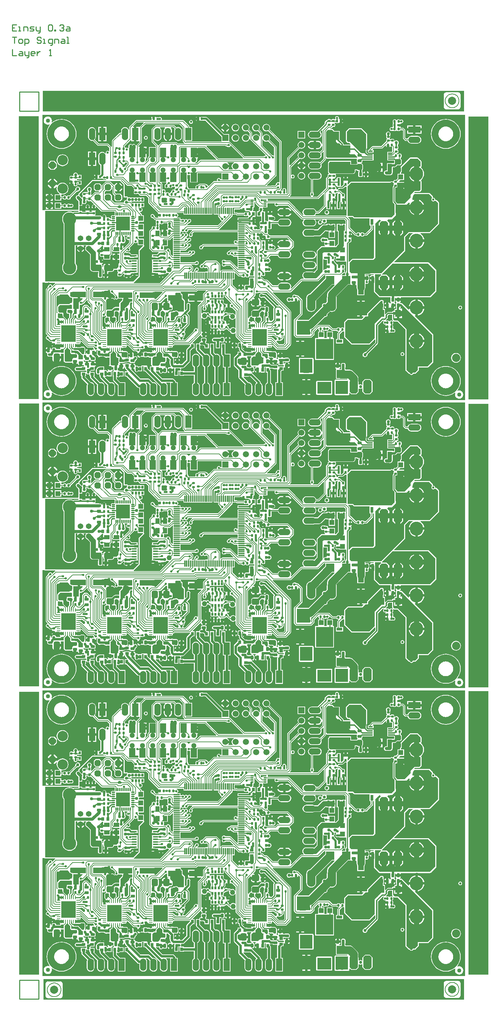
<source format=gtl>
G04 Layer_Physical_Order=1*
G04 Layer_Color=255*
%FSLAX24Y24*%
%MOIN*%
G70*
G01*
G75*
%ADD10C,0.0070*%
G04:AMPARAMS|DCode=11|XSize=78.7mil|YSize=78.7mil|CornerRadius=39.4mil|HoleSize=0mil|Usage=FLASHONLY|Rotation=90.000|XOffset=0mil|YOffset=0mil|HoleType=Round|Shape=RoundedRectangle|*
%AMROUNDEDRECTD11*
21,1,0.0787,0.0000,0,0,90.0*
21,1,0.0000,0.0787,0,0,90.0*
1,1,0.0787,0.0000,0.0000*
1,1,0.0787,0.0000,0.0000*
1,1,0.0787,0.0000,0.0000*
1,1,0.0787,0.0000,0.0000*
%
%ADD11ROUNDEDRECTD11*%
%ADD12C,0.0100*%
%ADD13C,0.0650*%
%ADD14C,0.0080*%
%ADD15C,0.0200*%
G04:AMPARAMS|DCode=16|XSize=22mil|YSize=24mil|CornerRadius=4.4mil|HoleSize=0mil|Usage=FLASHONLY|Rotation=0.000|XOffset=0mil|YOffset=0mil|HoleType=Round|Shape=RoundedRectangle|*
%AMROUNDEDRECTD16*
21,1,0.0220,0.0152,0,0,0.0*
21,1,0.0132,0.0240,0,0,0.0*
1,1,0.0088,0.0066,-0.0076*
1,1,0.0088,-0.0066,-0.0076*
1,1,0.0088,-0.0066,0.0076*
1,1,0.0088,0.0066,0.0076*
%
%ADD16ROUNDEDRECTD16*%
G04:AMPARAMS|DCode=17|XSize=22mil|YSize=24mil|CornerRadius=4.4mil|HoleSize=0mil|Usage=FLASHONLY|Rotation=270.000|XOffset=0mil|YOffset=0mil|HoleType=Round|Shape=RoundedRectangle|*
%AMROUNDEDRECTD17*
21,1,0.0220,0.0152,0,0,270.0*
21,1,0.0132,0.0240,0,0,270.0*
1,1,0.0088,-0.0076,-0.0066*
1,1,0.0088,-0.0076,0.0066*
1,1,0.0088,0.0076,0.0066*
1,1,0.0088,0.0076,-0.0066*
%
%ADD17ROUNDEDRECTD17*%
%ADD18R,0.0264X0.0346*%
%ADD19R,0.0346X0.0264*%
%ADD20R,0.0591X0.0917*%
%ADD21R,0.1417X0.1614*%
%ADD22O,0.0098X0.0335*%
%ADD23O,0.0335X0.0098*%
G04:AMPARAMS|DCode=24|XSize=50mil|YSize=50mil|CornerRadius=25mil|HoleSize=0mil|Usage=FLASHONLY|Rotation=270.000|XOffset=0mil|YOffset=0mil|HoleType=Round|Shape=RoundedRectangle|*
%AMROUNDEDRECTD24*
21,1,0.0500,0.0000,0,0,270.0*
21,1,0.0000,0.0500,0,0,270.0*
1,1,0.0500,0.0000,0.0000*
1,1,0.0500,0.0000,0.0000*
1,1,0.0500,0.0000,0.0000*
1,1,0.0500,0.0000,0.0000*
%
%ADD24ROUNDEDRECTD24*%
%ADD25R,0.0480X0.0480*%
%ADD26R,0.0480X0.0480*%
%ADD27R,0.2008X0.0782*%
%ADD28R,0.0420X0.0520*%
%ADD29R,0.0236X0.0315*%
%ADD30R,0.0240X0.0240*%
%ADD31R,0.1260X0.0630*%
%ADD32R,0.0790X0.0790*%
%ADD33R,0.0790X0.0790*%
%ADD34R,0.0200X0.0280*%
%ADD35R,0.0520X0.0420*%
%ADD36R,0.0543X0.0709*%
%ADD37C,0.0600*%
G04:AMPARAMS|DCode=38|XSize=40mil|YSize=40mil|CornerRadius=20mil|HoleSize=0mil|Usage=FLASHONLY|Rotation=0.000|XOffset=0mil|YOffset=0mil|HoleType=Round|Shape=RoundedRectangle|*
%AMROUNDEDRECTD38*
21,1,0.0400,0.0000,0,0,0.0*
21,1,0.0000,0.0400,0,0,0.0*
1,1,0.0400,0.0000,0.0000*
1,1,0.0400,0.0000,0.0000*
1,1,0.0400,0.0000,0.0000*
1,1,0.0400,0.0000,0.0000*
%
%ADD38ROUNDEDRECTD38*%
%ADD39R,0.0240X0.0600*%
%ADD40R,0.0600X0.0120*%
%ADD41R,0.0120X0.0600*%
%ADD42R,0.0500X0.0150*%
%ADD43R,0.1370X0.1370*%
G04:AMPARAMS|DCode=44|XSize=11mil|YSize=31.5mil|CornerRadius=4.4mil|HoleSize=0mil|Usage=FLASHONLY|Rotation=270.000|XOffset=0mil|YOffset=0mil|HoleType=Round|Shape=RoundedRectangle|*
%AMROUNDEDRECTD44*
21,1,0.0110,0.0227,0,0,270.0*
21,1,0.0022,0.0315,0,0,270.0*
1,1,0.0088,-0.0113,-0.0011*
1,1,0.0088,-0.0113,0.0011*
1,1,0.0088,0.0113,0.0011*
1,1,0.0088,0.0113,-0.0011*
%
%ADD44ROUNDEDRECTD44*%
G04:AMPARAMS|DCode=45|XSize=11mil|YSize=31.5mil|CornerRadius=4.4mil|HoleSize=0mil|Usage=FLASHONLY|Rotation=180.000|XOffset=0mil|YOffset=0mil|HoleType=Round|Shape=RoundedRectangle|*
%AMROUNDEDRECTD45*
21,1,0.0110,0.0227,0,0,180.0*
21,1,0.0022,0.0315,0,0,180.0*
1,1,0.0088,-0.0011,0.0113*
1,1,0.0088,0.0011,0.0113*
1,1,0.0088,0.0011,-0.0113*
1,1,0.0088,-0.0011,-0.0113*
%
%ADD45ROUNDEDRECTD45*%
%ADD46R,0.0354X0.1299*%
G04:AMPARAMS|DCode=47|XSize=29.1mil|YSize=39.4mil|CornerRadius=5.8mil|HoleSize=0mil|Usage=FLASHONLY|Rotation=90.000|XOffset=0mil|YOffset=0mil|HoleType=Round|Shape=RoundedRectangle|*
%AMROUNDEDRECTD47*
21,1,0.0291,0.0277,0,0,90.0*
21,1,0.0175,0.0394,0,0,90.0*
1,1,0.0117,0.0139,0.0087*
1,1,0.0117,0.0139,-0.0087*
1,1,0.0117,-0.0139,-0.0087*
1,1,0.0117,-0.0139,0.0087*
%
%ADD47ROUNDEDRECTD47*%
%ADD48R,0.0200X0.0260*%
G04:AMPARAMS|DCode=49|XSize=29.1mil|YSize=39.4mil|CornerRadius=5.8mil|HoleSize=0mil|Usage=FLASHONLY|Rotation=180.000|XOffset=0mil|YOffset=0mil|HoleType=Round|Shape=RoundedRectangle|*
%AMROUNDEDRECTD49*
21,1,0.0291,0.0277,0,0,180.0*
21,1,0.0175,0.0394,0,0,180.0*
1,1,0.0117,-0.0087,0.0139*
1,1,0.0117,0.0087,0.0139*
1,1,0.0117,0.0087,-0.0139*
1,1,0.0117,-0.0087,-0.0139*
%
%ADD49ROUNDEDRECTD49*%
G04:AMPARAMS|DCode=50|XSize=63mil|YSize=71mil|CornerRadius=15.8mil|HoleSize=0mil|Usage=FLASHONLY|Rotation=90.000|XOffset=0mil|YOffset=0mil|HoleType=Round|Shape=RoundedRectangle|*
%AMROUNDEDRECTD50*
21,1,0.0630,0.0395,0,0,90.0*
21,1,0.0315,0.0710,0,0,90.0*
1,1,0.0315,0.0198,0.0158*
1,1,0.0315,0.0198,-0.0158*
1,1,0.0315,-0.0198,-0.0158*
1,1,0.0315,-0.0198,0.0158*
%
%ADD50ROUNDEDRECTD50*%
G04:AMPARAMS|DCode=51|XSize=63mil|YSize=71mil|CornerRadius=15.8mil|HoleSize=0mil|Usage=FLASHONLY|Rotation=180.000|XOffset=0mil|YOffset=0mil|HoleType=Round|Shape=RoundedRectangle|*
%AMROUNDEDRECTD51*
21,1,0.0630,0.0395,0,0,180.0*
21,1,0.0315,0.0710,0,0,180.0*
1,1,0.0315,-0.0158,0.0198*
1,1,0.0315,0.0158,0.0198*
1,1,0.0315,0.0158,-0.0198*
1,1,0.0315,-0.0158,-0.0198*
%
%ADD51ROUNDEDRECTD51*%
%ADD52R,0.0217X0.0197*%
%ADD53R,0.1339X0.0551*%
G04:AMPARAMS|DCode=54|XSize=52mil|YSize=60mil|CornerRadius=13mil|HoleSize=0mil|Usage=FLASHONLY|Rotation=180.000|XOffset=0mil|YOffset=0mil|HoleType=Round|Shape=RoundedRectangle|*
%AMROUNDEDRECTD54*
21,1,0.0520,0.0340,0,0,180.0*
21,1,0.0260,0.0600,0,0,180.0*
1,1,0.0260,-0.0130,0.0170*
1,1,0.0260,0.0130,0.0170*
1,1,0.0260,0.0130,-0.0170*
1,1,0.0260,-0.0130,-0.0170*
%
%ADD54ROUNDEDRECTD54*%
%ADD55R,0.0433X0.0669*%
G04:AMPARAMS|DCode=56|XSize=52mil|YSize=60mil|CornerRadius=13mil|HoleSize=0mil|Usage=FLASHONLY|Rotation=270.000|XOffset=0mil|YOffset=0mil|HoleType=Round|Shape=RoundedRectangle|*
%AMROUNDEDRECTD56*
21,1,0.0520,0.0340,0,0,270.0*
21,1,0.0260,0.0600,0,0,270.0*
1,1,0.0260,-0.0170,-0.0130*
1,1,0.0260,-0.0170,0.0130*
1,1,0.0260,0.0170,0.0130*
1,1,0.0260,0.0170,-0.0130*
%
%ADD56ROUNDEDRECTD56*%
%ADD57R,0.0551X0.1339*%
%ADD58R,0.0315X0.0118*%
%ADD59R,0.0560X0.0280*%
%ADD60R,0.1700X0.1970*%
%ADD61R,0.1970X0.1700*%
%ADD62R,0.0280X0.0560*%
G04:AMPARAMS|DCode=63|XSize=105mil|YSize=105mil|CornerRadius=26.2mil|HoleSize=0mil|Usage=FLASHONLY|Rotation=180.000|XOffset=0mil|YOffset=0mil|HoleType=Round|Shape=RoundedRectangle|*
%AMROUNDEDRECTD63*
21,1,0.1050,0.0525,0,0,180.0*
21,1,0.0525,0.1050,0,0,180.0*
1,1,0.0525,-0.0262,0.0262*
1,1,0.0525,0.0262,0.0262*
1,1,0.0525,0.0262,-0.0262*
1,1,0.0525,-0.0262,-0.0262*
%
%ADD63ROUNDEDRECTD63*%
%ADD64R,0.0402X0.0118*%
%ADD65C,0.0110*%
%ADD66C,0.0230*%
%ADD67C,0.0250*%
%ADD68C,0.0150*%
%ADD69C,0.0120*%
%ADD70C,0.0220*%
%ADD71C,0.0240*%
%ADD72C,0.0140*%
%ADD73C,0.0300*%
%ADD74C,0.0350*%
%ADD75C,0.0750*%
%ADD76C,0.0450*%
%ADD77C,0.0090*%
%ADD78C,0.0500*%
%ADD79C,0.0700*%
%ADD80C,0.0270*%
%ADD81C,0.0095*%
%ADD82C,0.0400*%
%ADD83C,0.0160*%
%ADD84C,0.0320*%
%ADD85C,0.0115*%
%ADD86C,0.0130*%
%ADD87C,0.1000*%
%ADD88R,0.1320X0.1320*%
%ADD89R,0.1220X0.1340*%
%ADD90R,0.1280X0.1320*%
%ADD91R,0.1230X0.1350*%
%ADD92R,0.1220X0.1330*%
%ADD93R,0.1230X0.1310*%
%ADD94R,0.1380X0.1160*%
%ADD95R,0.1320X0.1255*%
%ADD96C,0.0504*%
%ADD97R,0.0600X0.1200*%
%ADD98O,0.0600X0.1200*%
%ADD99O,0.1200X0.0600*%
%ADD100R,0.1200X0.0600*%
G04:AMPARAMS|DCode=101|XSize=133mil|YSize=83mil|CornerRadius=0mil|HoleSize=0mil|Usage=FLASHONLY|Rotation=90.000|XOffset=0mil|YOffset=0mil|HoleType=Round|Shape=Octagon|*
%AMOCTAGOND101*
4,1,8,0.0208,0.0665,-0.0208,0.0665,-0.0415,0.0457,-0.0415,-0.0457,-0.0208,-0.0665,0.0208,-0.0665,0.0415,-0.0457,0.0415,0.0457,0.0208,0.0665,0.0*
%
%ADD101OCTAGOND101*%

%ADD102C,0.0800*%
%ADD103P,0.0758X8X292.5*%
%ADD104C,0.1000*%
%ADD105C,0.0540*%
%ADD106C,0.1305*%
%ADD107P,0.0671X8X22.5*%
%ADD108O,0.0825X0.1650*%
%ADD109O,0.1300X0.1360*%
%ADD110R,0.0591X0.0591*%
%ADD111C,0.0591*%
%ADD112O,0.1181X0.0591*%
%ADD113R,0.0591X0.0591*%
%ADD114C,0.0220*%
%ADD115C,0.0300*%
%ADD116C,0.0320*%
G36*
X52953Y95955D02*
X11968D01*
Y97953D01*
X52953D01*
Y95955D01*
D02*
G37*
G36*
X40670Y95239D02*
X40666Y95232D01*
X40662Y95225D01*
X40658Y95218D01*
X40655Y95210D01*
X40653Y95201D01*
X40651Y95191D01*
X40650Y95181D01*
X40649Y95170D01*
X40648Y95159D01*
X40549D01*
X40548Y95170D01*
X40546Y95191D01*
X40544Y95201D01*
X40542Y95210D01*
X40539Y95218D01*
X40535Y95225D01*
X40531Y95232D01*
X40527Y95239D01*
X40521Y95244D01*
X40676D01*
X40670Y95239D01*
D02*
G37*
G36*
X53050Y67895D02*
X11910D01*
Y79348D01*
X12122D01*
X12123Y79347D01*
X12156Y79325D01*
X12195Y79317D01*
X13173D01*
X13178Y79267D01*
X13173Y79266D01*
X13137Y79242D01*
X12905Y79011D01*
X12851Y79027D01*
X12848Y79043D01*
X12808Y79103D01*
X12749Y79142D01*
X12679Y79156D01*
X12608Y79142D01*
X12549Y79103D01*
X12520Y79060D01*
X12514Y79056D01*
X12498Y79046D01*
X12498Y79045D01*
X12496Y79044D01*
X12486Y79028D01*
X12475Y79013D01*
X12475Y79012D01*
X12474Y79011D01*
X12471Y78993D01*
X12467Y78974D01*
X12466Y78968D01*
X12466Y78966D01*
X12466Y78965D01*
X12466Y78964D01*
X12465Y78963D01*
X12465Y78961D01*
X12464Y78960D01*
X12463Y78958D01*
X12461Y78956D01*
X12457Y78951D01*
X12447Y78936D01*
X12437Y78921D01*
X12437Y78919D01*
X12436Y78918D01*
X12433Y78900D01*
X12429Y78882D01*
X12289Y78742D01*
X12265Y78706D01*
X12256Y78663D01*
X12256Y78663D01*
Y74393D01*
X12256Y74393D01*
X12265Y74350D01*
X12289Y74313D01*
X12411Y74192D01*
X12394Y74138D01*
X12368Y74132D01*
X12309Y74093D01*
X12269Y74033D01*
X12255Y73963D01*
X12269Y73893D01*
X12309Y73833D01*
X12352Y73804D01*
X12355Y73799D01*
X12364Y73784D01*
X12366Y73783D01*
X12368Y73781D01*
X12382Y73771D01*
X12396Y73760D01*
X12399Y73760D01*
X12401Y73759D01*
X12418Y73755D01*
X12431Y73752D01*
X12432Y73752D01*
X12432Y73752D01*
X12433Y73751D01*
X12434Y73751D01*
X12443Y73743D01*
X12449Y73738D01*
X12465Y73728D01*
X12480Y73717D01*
X12481Y73717D01*
X12482Y73716D01*
X12501Y73713D01*
X12519Y73710D01*
X12612Y73616D01*
X12652Y73590D01*
X12699Y73580D01*
X12832D01*
X12856Y73549D01*
X12849Y73496D01*
X12817Y73448D01*
X12816Y73446D01*
X13029D01*
Y73326D01*
X13148D01*
Y73122D01*
X13161Y73124D01*
X13208Y73156D01*
X13240Y73204D01*
X13251Y73260D01*
Y73349D01*
D01*
X13253Y73351D01*
X13301Y73371D01*
X13325Y73355D01*
X13372Y73346D01*
X13558D01*
X13592Y73326D01*
X13620Y73330D01*
X13623Y73322D01*
X13756D01*
Y73082D01*
X13614D01*
X13608Y73065D01*
X13607Y73065D01*
X13615Y73025D01*
X13648Y72976D01*
X13654Y72912D01*
X13608Y72866D01*
X13254D01*
Y72881D01*
X13244Y72931D01*
X13216Y72974D01*
X13174Y73002D01*
X13124Y73012D01*
X12949D01*
X12899Y73002D01*
X12856Y72974D01*
X12828Y72931D01*
X12818Y72881D01*
Y72819D01*
X12800Y72805D01*
X12750Y72830D01*
Y72881D01*
X12737Y72943D01*
X12702Y72995D01*
X12650Y73030D01*
X12621Y73036D01*
Y72743D01*
X12501D01*
Y72623D01*
X12252D01*
Y72604D01*
X12264Y72542D01*
X12299Y72490D01*
X12352Y72455D01*
X12366Y72452D01*
X12390Y72397D01*
X12389Y72397D01*
X12375Y72323D01*
X12390Y72249D01*
X12432Y72186D01*
X12494Y72144D01*
X12569Y72129D01*
X12722D01*
X12755Y72136D01*
X12788Y72129D01*
X12841Y72140D01*
X12891Y72107D01*
Y71865D01*
X12900Y71798D01*
X12926Y71735D01*
X12967Y71682D01*
X13021Y71640D01*
X13084Y71614D01*
X13151Y71606D01*
X13189D01*
Y72063D01*
X13309D01*
Y72183D01*
X13726D01*
Y72260D01*
X13717Y72327D01*
X13699Y72370D01*
D01*
D01*
X13732Y72414D01*
X13749Y72411D01*
X13977D01*
Y71733D01*
X13984Y71694D01*
X14006Y71661D01*
X14116Y71551D01*
X14149Y71529D01*
X14188Y71521D01*
X14728D01*
X14760Y71527D01*
X14811Y71526D01*
X14846Y71474D01*
X14898Y71439D01*
X14960Y71426D01*
X14978D01*
Y71675D01*
X15218D01*
Y71426D01*
X15237D01*
X15299Y71439D01*
X15319Y71452D01*
X15330Y71451D01*
X15373Y71428D01*
X15381Y71386D01*
X15416Y71334D01*
X15468Y71299D01*
X15530Y71286D01*
X15548D01*
Y71535D01*
X15789D01*
Y71286D01*
X15807D01*
X15869Y71299D01*
X15869D01*
X15894Y71315D01*
X15906Y71314D01*
X15947Y71291D01*
X15956Y71248D01*
X15982Y71209D01*
X15965Y71165D01*
X15960Y71159D01*
X15668D01*
Y71119D01*
X15253D01*
X15179Y71104D01*
X15116Y71062D01*
X15074Y70999D01*
X15059Y70925D01*
X15074Y70851D01*
X15116Y70788D01*
X15179Y70746D01*
X15253Y70732D01*
X15879D01*
X15953Y70746D01*
X15967Y70755D01*
X16154D01*
X16178Y70715D01*
Y70676D01*
X16154Y70635D01*
X16128Y70635D01*
X15668D01*
Y70232D01*
X15717D01*
Y70085D01*
X15732Y70011D01*
X15774Y69948D01*
X16280Y69443D01*
X16251Y69372D01*
X16238Y69275D01*
Y68675D01*
X16251Y68579D01*
X16288Y68489D01*
X16347Y68411D01*
X16424Y68352D01*
X16514Y68315D01*
X16611Y68302D01*
X16708Y68315D01*
X16798Y68352D01*
X16875Y68411D01*
X16934Y68489D01*
X16971Y68579D01*
X16984Y68675D01*
Y69275D01*
X16971Y69372D01*
X16934Y69462D01*
X16875Y69539D01*
X16798Y69598D01*
X16708Y69636D01*
X16623Y69647D01*
X16105Y70166D01*
Y70232D01*
X16154D01*
Y70481D01*
X16204Y70496D01*
X16231Y70455D01*
X16291Y70416D01*
X16361Y70402D01*
X16431Y70416D01*
X16448Y70427D01*
X16498Y70400D01*
Y70232D01*
X16558D01*
Y70145D01*
X16571Y70075D01*
X16611Y70016D01*
X17252Y69375D01*
X17251Y69372D01*
X17238Y69275D01*
Y68675D01*
X17251Y68579D01*
X17288Y68489D01*
X17347Y68411D01*
X17424Y68352D01*
X17514Y68315D01*
X17611Y68302D01*
X17708Y68315D01*
X17798Y68352D01*
X17875Y68411D01*
X17934Y68489D01*
X17972Y68579D01*
X17984Y68675D01*
Y69275D01*
X17972Y69372D01*
X17934Y69462D01*
X17875Y69539D01*
X17798Y69598D01*
X17708Y69636D01*
X17611Y69648D01*
X17514Y69636D01*
X17511Y69634D01*
X16964Y70182D01*
X16984Y70232D01*
X16984D01*
Y70635D01*
X16591D01*
X16576Y70685D01*
X16621Y70715D01*
X16660Y70755D01*
X16984D01*
Y71151D01*
X17024Y71159D01*
X17076Y71194D01*
X17111Y71246D01*
X17117Y71275D01*
X16824D01*
Y71395D01*
X16704D01*
Y71644D01*
X16685D01*
X16623Y71632D01*
X16571Y71597D01*
X16564Y71587D01*
X16504D01*
X16496Y71599D01*
X16444Y71634D01*
X16382Y71646D01*
X16364D01*
Y71397D01*
X16124D01*
Y71646D01*
X16105D01*
X16043Y71634D01*
X16018Y71617D01*
X16006Y71619D01*
X15965Y71641D01*
X15956Y71684D01*
X15929Y71725D01*
D01*
X15942Y71778D01*
X15975Y71792D01*
D01*
X15991Y71785D01*
X15991Y71785D01*
X16012Y71753D01*
X16055Y71725D01*
X16105Y71715D01*
X16382D01*
X16432Y71725D01*
X16475Y71753D01*
X16503Y71795D01*
X16508Y71820D01*
X16559D01*
X16564Y71793D01*
X16592Y71751D01*
X16635Y71722D01*
X16685Y71712D01*
X16962D01*
X17012Y71722D01*
X17055Y71751D01*
X17083Y71793D01*
X17093Y71843D01*
Y72018D01*
X17083Y72068D01*
X17055Y72110D01*
X17012Y72139D01*
X17012Y72139D01*
X17012Y72190D01*
X17052Y72198D01*
X17105Y72233D01*
X17140Y72285D01*
X17152Y72347D01*
Y72365D01*
X16903D01*
Y72605D01*
X17152D01*
Y72624D01*
X17140Y72686D01*
X17165Y72738D01*
X17189Y72743D01*
X17248Y72783D01*
X17296Y72786D01*
X17296Y72782D01*
X17286Y72735D01*
X17259Y72716D01*
X17231Y72674D01*
X17221Y72624D01*
Y72347D01*
X17231Y72297D01*
X17259Y72254D01*
X17297Y72228D01*
X17299Y72226D01*
X17339Y72186D01*
X17355Y72175D01*
X17361Y72111D01*
X17339Y72083D01*
X17944D01*
X17975Y72053D01*
X18008Y72030D01*
X18047Y72023D01*
X18099D01*
X18142Y71980D01*
X18179Y72023D01*
X18447D01*
X18450Y72020D01*
Y71373D01*
X18456Y71343D01*
X18439Y71310D01*
X18425Y71293D01*
X18423D01*
X18362Y71280D01*
X18309Y71245D01*
X18274Y71193D01*
X18262Y71131D01*
Y71113D01*
X18785D01*
X18808Y71136D01*
X18824D01*
X18828Y71131D01*
Y70854D01*
X18838Y70804D01*
X18866Y70762D01*
X18886Y70749D01*
X18871Y70698D01*
X18771D01*
Y70212D01*
X18779D01*
Y69893D01*
X18794Y69819D01*
X18836Y69756D01*
X19241Y69351D01*
Y68305D01*
X19981D01*
Y69645D01*
X19495D01*
X19167Y69974D01*
Y70124D01*
X19211Y70147D01*
X19227Y70136D01*
X19301Y70122D01*
X19375Y70136D01*
X19438Y70178D01*
X19462Y70202D01*
X19811D01*
Y70689D01*
X19464D01*
X19448Y70712D01*
X19385Y70754D01*
X19311Y70769D01*
X19288Y70764D01*
X19268Y70789D01*
X19255Y70809D01*
X19264Y70854D01*
Y71029D01*
X19310Y71038D01*
X19314Y71037D01*
X19348Y70986D01*
X19401Y70951D01*
X19462Y70939D01*
X19481D01*
Y71188D01*
Y71436D01*
X19462D01*
X19429Y71469D01*
X19459Y71501D01*
X19469Y71505D01*
X19740D01*
X19790Y71515D01*
X19811Y71529D01*
X19833D01*
X19907Y71544D01*
X19957Y71578D01*
X20125D01*
X20163Y71585D01*
X20384D01*
X20384Y71585D01*
X20429Y71574D01*
X20450Y71543D01*
X20492Y71515D01*
X20542Y71505D01*
X20820D01*
X20870Y71515D01*
X20912Y71543D01*
X20940Y71586D01*
X20950Y71636D01*
Y71711D01*
X21088Y71848D01*
X21130Y71911D01*
X21145Y71985D01*
X21130Y72059D01*
X21088Y72122D01*
X21025Y72164D01*
X20951Y72179D01*
X20877Y72164D01*
X20845Y72143D01*
X20795Y72170D01*
Y72401D01*
X20783Y72463D01*
X20748Y72515D01*
X20695Y72550D01*
X20666Y72556D01*
Y72263D01*
X20546D01*
Y72143D01*
X20297D01*
Y72124D01*
X20310Y72062D01*
X20325Y72039D01*
X20299Y71989D01*
X20217D01*
X20204Y72010D01*
X20196Y72039D01*
X20219Y72074D01*
X20229Y72124D01*
Y72167D01*
X20232Y72183D01*
Y72473D01*
X20218Y72543D01*
X20178Y72603D01*
X20119Y72642D01*
X20048Y72656D01*
X19797D01*
X19756Y72704D01*
X19759Y72722D01*
X19607D01*
Y72962D01*
X19763D01*
X19805Y72986D01*
X19991D01*
X20038Y72995D01*
X20077Y73022D01*
X20104Y73061D01*
X20113Y73107D01*
X20105Y73147D01*
X20111Y73164D01*
X20135Y73197D01*
X20233D01*
X20743Y72687D01*
X20778Y72664D01*
X20819Y72656D01*
X20819Y72656D01*
X21016D01*
X21016Y72656D01*
X21031Y72646D01*
X21045Y72635D01*
X21047Y72635D01*
X21049Y72634D01*
X21067Y72630D01*
X21084Y72626D01*
X21090Y72626D01*
X21091Y72626D01*
X21092Y72625D01*
X21093Y72625D01*
X21094Y72624D01*
X21096Y72624D01*
X21098Y72622D01*
X21100Y72620D01*
X21104Y72618D01*
X21109Y72612D01*
X21125Y72602D01*
X21141Y72592D01*
X21142Y72591D01*
X21143Y72591D01*
X21146Y72590D01*
X21174Y72543D01*
X21174Y72542D01*
X21173Y72535D01*
X21162Y72481D01*
Y72463D01*
X21411D01*
X21660D01*
Y72481D01*
X21647Y72543D01*
X21612Y72595D01*
X21560Y72630D01*
X21498Y72643D01*
X21448D01*
X21424Y72687D01*
X21428Y72693D01*
X21442Y72763D01*
X21428Y72833D01*
X21418Y72848D01*
X21433Y72870D01*
X21454Y72884D01*
X21468Y72881D01*
X21484Y72876D01*
X21487Y72877D01*
X21490Y72876D01*
X21497Y72876D01*
X21500Y72875D01*
X21504Y72875D01*
X21507Y72874D01*
X21519Y72870D01*
X21522Y72869D01*
X21537Y72862D01*
X21545Y72858D01*
X21564Y72852D01*
X21582Y72846D01*
X21583Y72846D01*
X21583Y72846D01*
X21602Y72848D01*
X21622Y72849D01*
X21622Y72849D01*
X21623Y72849D01*
X21640Y72858D01*
X21643Y72860D01*
X21648Y72859D01*
X21719Y72873D01*
X21771Y72908D01*
X21819Y72926D01*
X21866Y72894D01*
X21878Y72892D01*
Y73096D01*
X22118D01*
Y72892D01*
X22131Y72894D01*
X22178Y72926D01*
X22210Y72974D01*
X22215Y72998D01*
X22232Y73007D01*
X22269Y73015D01*
X22299Y72995D01*
X22346Y72986D01*
X22532D01*
X22574Y72962D01*
X22730D01*
Y72722D01*
X22578D01*
X22589Y72665D01*
X22618Y72622D01*
X22610Y72596D01*
X22597Y72572D01*
X22545D01*
X22535Y72570D01*
X22525D01*
X22515Y72567D01*
X22506Y72565D01*
X22497Y72559D01*
X22488Y72555D01*
X22479Y72549D01*
X22448Y72543D01*
X22418Y72549D01*
X22409Y72555D01*
X22400Y72559D01*
X22391Y72565D01*
X22382Y72567D01*
X22372Y72570D01*
X22362D01*
X22352Y72572D01*
X22127D01*
X22126Y72574D01*
X22084Y72602D01*
X22034Y72612D01*
X21859D01*
X21809Y72602D01*
X21766Y72574D01*
X21738Y72531D01*
X21728Y72481D01*
Y72204D01*
X21695Y72159D01*
X21659Y72201D01*
X21660Y72204D01*
Y72223D01*
X21411D01*
X21162D01*
Y72204D01*
X21174Y72142D01*
X21209Y72090D01*
X21262Y72055D01*
X21323Y72043D01*
X21349D01*
X21409Y72103D01*
X21780D01*
X21809Y72083D01*
X21859Y72073D01*
X22034D01*
X22084Y72083D01*
X22113Y72103D01*
X22239D01*
X22246Y72096D01*
X22271Y72071D01*
X22304Y72049D01*
X22343Y72041D01*
X22480D01*
X22492Y72027D01*
X22512Y71991D01*
X22507Y71963D01*
Y71340D01*
X22514Y71301D01*
X22536Y71267D01*
X22579Y71225D01*
X22560Y71178D01*
X22397D01*
Y70820D01*
X22351Y70801D01*
X22145Y71007D01*
Y71178D01*
X22094D01*
X22084Y71228D01*
X22118Y71243D01*
X22131Y71253D01*
X21531D01*
X21544Y71243D01*
X21578Y71228D01*
X21568Y71178D01*
X21232D01*
X21221Y71195D01*
X21161Y71235D01*
X21091Y71249D01*
X21031Y71237D01*
X20981Y71264D01*
Y71275D01*
X20976Y71299D01*
X20969Y71333D01*
X20968D01*
Y71337D01*
X20934Y71389D01*
X20881Y71424D01*
X20820Y71436D01*
X20801D01*
Y71188D01*
X20561D01*
Y71436D01*
X20542D01*
X20481Y71424D01*
X20434Y71393D01*
X20409Y71400D01*
X20384Y71413D01*
Y71465D01*
X19898D01*
Y71413D01*
X19873Y71400D01*
X19848Y71393D01*
X19801Y71424D01*
X19740Y71436D01*
X19721D01*
Y71188D01*
Y70939D01*
X19740D01*
X19801Y70951D01*
X19854Y70986D01*
X19889Y71038D01*
X19889Y71039D01*
X19890Y71047D01*
X19898Y71062D01*
X19947D01*
Y71045D01*
X19962Y70971D01*
X20004Y70908D01*
X20178Y70735D01*
X20159Y70689D01*
X19931D01*
Y70202D01*
X20102D01*
X21166Y69138D01*
X21229Y69096D01*
X21303Y69082D01*
X21356D01*
Y68675D01*
X21369Y68579D01*
X21406Y68489D01*
X21465Y68411D01*
X21543Y68352D01*
X21633Y68315D01*
X21729Y68302D01*
X21826Y68315D01*
X21916Y68352D01*
X21993Y68411D01*
X22052Y68489D01*
X22090Y68579D01*
X22102Y68675D01*
Y69275D01*
X22090Y69372D01*
X22052Y69462D01*
X21993Y69539D01*
X21977Y69552D01*
X21994Y69602D01*
X22141D01*
X22369Y69373D01*
X22369Y69372D01*
X22356Y69275D01*
Y68675D01*
X22369Y68579D01*
X22406Y68489D01*
X22465Y68411D01*
X22543Y68352D01*
X22633Y68315D01*
X22729Y68302D01*
X22826Y68315D01*
X22916Y68352D01*
X22993Y68411D01*
X23052Y68489D01*
X23090Y68579D01*
X23102Y68675D01*
Y69275D01*
X23090Y69372D01*
X23052Y69462D01*
X22993Y69539D01*
X22916Y69598D01*
X22826Y69636D01*
X22729Y69648D01*
X22652Y69638D01*
X22358Y69932D01*
X22295Y69974D01*
X22221Y69989D01*
X21471D01*
X20571Y70889D01*
X20592Y70939D01*
X20820D01*
X20858Y70946D01*
X20866Y70944D01*
X20903Y70916D01*
X20907Y70909D01*
Y70805D01*
X20921Y70735D01*
X20961Y70676D01*
X21021Y70636D01*
X21091Y70622D01*
X21161Y70636D01*
X21221Y70676D01*
X21232Y70692D01*
X21621D01*
Y71165D01*
X21658Y71210D01*
X21674Y71208D01*
X21703D01*
X21741Y71178D01*
Y70692D01*
X21912D01*
X23356Y69248D01*
Y68675D01*
X23369Y68579D01*
X23406Y68489D01*
X23465Y68411D01*
X23543Y68352D01*
X23633Y68315D01*
X23729Y68302D01*
X23826Y68315D01*
X23916Y68352D01*
X23993Y68411D01*
X24052Y68489D01*
X24090Y68579D01*
X24102Y68675D01*
Y69275D01*
X24090Y69372D01*
X24052Y69462D01*
X23993Y69539D01*
X23964Y69562D01*
X23981Y69612D01*
X24359D01*
Y68305D01*
X25099D01*
Y69645D01*
X24923D01*
Y69677D01*
X24908Y69751D01*
X24866Y69814D01*
X24738Y69942D01*
X24675Y69984D01*
X24601Y69999D01*
X23606D01*
X22963Y70642D01*
X22984Y70692D01*
X23265D01*
Y70678D01*
X23280Y70604D01*
X23322Y70541D01*
X23324Y70538D01*
X23387Y70496D01*
X23461Y70482D01*
X23535Y70496D01*
X23598Y70538D01*
X23627Y70582D01*
X23651D01*
X23693Y70553D01*
X23743Y70543D01*
X23918D01*
X23968Y70553D01*
X24011Y70582D01*
X24039Y70624D01*
X24049Y70674D01*
Y70951D01*
X24039Y71001D01*
X24011Y71044D01*
X23968Y71072D01*
X23918Y71082D01*
X23878D01*
X23863Y71132D01*
X23884Y71146D01*
X23919Y71198D01*
X23924Y71228D01*
X23631D01*
Y71468D01*
X23924D01*
X23919Y71497D01*
X23889Y71540D01*
X23970Y71621D01*
X23992Y71654D01*
X24000Y71693D01*
Y71948D01*
X23993Y71981D01*
X23998Y71995D01*
X24023Y72031D01*
X24125D01*
X24327Y71829D01*
Y71823D01*
X24313Y71801D01*
X24303Y71751D01*
Y71474D01*
X24313Y71424D01*
X24327Y71402D01*
Y71340D01*
X24342Y71266D01*
X24384Y71203D01*
X24425Y71163D01*
X24404Y71113D01*
X24279D01*
X24217Y71100D01*
X24165Y71065D01*
X24130Y71013D01*
X24117Y70951D01*
Y70933D01*
X24615D01*
Y70951D01*
X24612Y70967D01*
X24654Y71010D01*
X24659Y71009D01*
X24752D01*
X24775Y70965D01*
X24770Y70958D01*
X24755Y70883D01*
Y70739D01*
X24747D01*
Y70252D01*
X25151D01*
Y70712D01*
X25231D01*
X25232Y70712D01*
X25271Y70680D01*
Y70252D01*
X25675D01*
Y70302D01*
X26653D01*
Y69592D01*
X26583Y69539D01*
X26524Y69462D01*
X26487Y69372D01*
X26474Y69275D01*
Y68675D01*
X26487Y68579D01*
X26524Y68489D01*
X26583Y68411D01*
X26661Y68352D01*
X26751Y68315D01*
X26847Y68302D01*
X26944Y68315D01*
X27034Y68352D01*
X27111Y68411D01*
X27170Y68489D01*
X27208Y68579D01*
X27220Y68675D01*
Y69275D01*
X27208Y69372D01*
X27170Y69462D01*
X27111Y69539D01*
X27040Y69594D01*
Y70483D01*
Y71113D01*
X27111Y71167D01*
X27170Y71245D01*
X27186Y71283D01*
X27208Y71335D01*
X27220Y71431D01*
Y72031D01*
X27208Y72128D01*
X27170Y72218D01*
X27111Y72295D01*
X27034Y72354D01*
X26944Y72392D01*
X26847Y72404D01*
X26751Y72392D01*
X26661Y72354D01*
X26583Y72295D01*
X26524Y72218D01*
X26487Y72128D01*
X26474Y72031D01*
Y71431D01*
X26487Y71335D01*
X26508Y71283D01*
X26524Y71245D01*
X26583Y71167D01*
X26653Y71114D01*
Y70689D01*
X25675D01*
Y70739D01*
X25403D01*
X25376Y70788D01*
X25401Y70825D01*
X25415Y70895D01*
X25402Y70959D01*
X25410Y70983D01*
X25424Y71009D01*
X25589D01*
X25663Y71024D01*
X25725Y71066D01*
X25939Y71279D01*
X26265Y71606D01*
X26307Y71669D01*
X26322Y71743D01*
Y72684D01*
X26567Y72930D01*
X26739D01*
Y73416D01*
X26538D01*
X26519Y73462D01*
X27284Y74227D01*
X27331Y74203D01*
X27341Y74151D01*
X27376Y74099D01*
X27428Y74064D01*
X27490Y74052D01*
X27508D01*
Y74300D01*
Y74549D01*
X27490D01*
X27456Y74542D01*
X27406Y74577D01*
Y75859D01*
X27456Y75872D01*
X27514Y75827D01*
X27592Y75795D01*
X27676Y75784D01*
X27759Y75795D01*
X27837Y75827D01*
X27904Y75879D01*
X27955Y75945D01*
X27986Y76020D01*
D01*
X27991Y76024D01*
X27997Y76027D01*
X28040Y76037D01*
X28047Y76033D01*
X28062Y76023D01*
X28064Y76022D01*
X28066Y76021D01*
X28083Y76018D01*
X28101Y76015D01*
X28150Y75966D01*
X28150Y75966D01*
X28186Y75942D01*
X28229Y75934D01*
X28276Y75932D01*
Y75725D01*
X28334D01*
Y75649D01*
X28299D01*
X28254Y75641D01*
X28217Y75615D01*
X28164Y75627D01*
X28158Y75637D01*
X28110Y75669D01*
X28108Y75669D01*
Y75457D01*
Y75245D01*
X28110Y75246D01*
X28158Y75277D01*
X28164Y75287D01*
X28217Y75299D01*
X28254Y75274D01*
X28276Y75263D01*
Y74863D01*
X29040D01*
X29099Y74804D01*
X29080Y74758D01*
X28886D01*
Y74528D01*
Y74298D01*
X28963D01*
Y74528D01*
X29203D01*
Y74298D01*
X29278D01*
Y74528D01*
X29398D01*
Y74648D01*
X29598D01*
Y74657D01*
X29625Y74695D01*
X29667Y74704D01*
X29704Y74728D01*
X29731Y74755D01*
X29748Y74759D01*
X29766Y74761D01*
X29768Y74762D01*
X29770Y74763D01*
X29785Y74773D01*
X29800Y74782D01*
X29805Y74787D01*
X29807Y74789D01*
X29809Y74790D01*
X29810Y74791D01*
X29811Y74791D01*
X29812Y74792D01*
X29813Y74792D01*
X29815Y74792D01*
X29817Y74792D01*
X29821Y74792D01*
X29826Y74792D01*
X29828Y74792D01*
X29829Y74792D01*
X29831Y74792D01*
X29832Y74791D01*
X29833Y74791D01*
X29834Y74790D01*
X29836Y74789D01*
X29838Y74787D01*
X29843Y74782D01*
X29858Y74773D01*
X29873Y74763D01*
X29875Y74762D01*
X29877Y74761D01*
X29894Y74759D01*
X29912Y74755D01*
X30077Y74590D01*
X30077Y74590D01*
X30113Y74566D01*
X30156Y74558D01*
X30156Y74558D01*
X30176D01*
X30199Y74501D01*
X30250Y74435D01*
X30317Y74383D01*
X30395Y74351D01*
X30478Y74340D01*
X30562Y74351D01*
X30640Y74383D01*
X30686Y74419D01*
X30736Y74394D01*
Y74101D01*
X30736Y74101D01*
X30745Y74058D01*
X30769Y74021D01*
X31253Y73537D01*
X31229Y73491D01*
X31224Y73492D01*
X31049D01*
X30999Y73482D01*
X30956Y73454D01*
X30928Y73411D01*
X30918Y73361D01*
Y73084D01*
X30928Y73034D01*
X30956Y72992D01*
X30999Y72963D01*
X31049Y72953D01*
X31051D01*
Y72833D01*
X31062Y72776D01*
X31094Y72728D01*
X31180Y72642D01*
X31161Y72596D01*
X30915D01*
Y72425D01*
X30602Y72112D01*
X30560Y72049D01*
X30545Y71975D01*
Y71325D01*
X30560Y71251D01*
X30602Y71188D01*
X31007Y70783D01*
Y70585D01*
X31005Y70574D01*
Y70136D01*
X31020Y70062D01*
X31027Y70050D01*
X31029Y70043D01*
X31069Y69983D01*
X31096Y69965D01*
X31631Y69430D01*
X31609Y69376D01*
X31596Y69279D01*
Y68679D01*
X31609Y68583D01*
X31646Y68493D01*
X31705Y68415D01*
X31783Y68356D01*
X31873Y68319D01*
X31969Y68306D01*
X32066Y68319D01*
X32156Y68356D01*
X32233Y68415D01*
X32292Y68493D01*
X32330Y68583D01*
X32342Y68679D01*
Y69279D01*
X32330Y69376D01*
X32292Y69466D01*
X32233Y69543D01*
X32156Y69602D01*
X32066Y69640D01*
X31969Y69652D01*
X31958Y69651D01*
X31486Y70123D01*
X31510Y70169D01*
X31982D01*
Y70187D01*
X32164D01*
X32737Y69615D01*
X32734Y69565D01*
X32705Y69543D01*
X32646Y69466D01*
X32609Y69376D01*
X32596Y69279D01*
Y68679D01*
X32609Y68583D01*
X32646Y68493D01*
X32705Y68415D01*
X32783Y68356D01*
X32873Y68319D01*
X32969Y68306D01*
X33066Y68319D01*
X33156Y68356D01*
X33233Y68415D01*
X33292Y68493D01*
X33330Y68583D01*
X33342Y68679D01*
Y69279D01*
X33330Y69376D01*
X33292Y69466D01*
X33233Y69543D01*
X33156Y69602D01*
X33152Y69604D01*
Y69643D01*
X33138Y69713D01*
X33098Y69773D01*
X32370Y70501D01*
X32311Y70540D01*
X32296Y70543D01*
X32301Y70593D01*
X32418D01*
X32468Y70603D01*
X32511Y70632D01*
X32539Y70674D01*
X32549Y70724D01*
Y71001D01*
X32539Y71051D01*
X32511Y71094D01*
X32468Y71122D01*
X32425Y71131D01*
X32430Y71181D01*
X32673D01*
X32688Y71131D01*
X32665Y71115D01*
X32630Y71063D01*
X32617Y71001D01*
Y70983D01*
X32866D01*
Y70863D01*
X32986D01*
Y70569D01*
X33015Y70575D01*
X33068Y70610D01*
X33095Y70651D01*
X33145Y70637D01*
Y70580D01*
X33549D01*
Y71066D01*
X33585Y71099D01*
X33632D01*
X33668Y71066D01*
Y70580D01*
X33781D01*
Y69601D01*
X33705Y69543D01*
X33646Y69466D01*
X33609Y69376D01*
X33596Y69279D01*
Y68679D01*
X33609Y68583D01*
X33646Y68493D01*
X33705Y68415D01*
X33783Y68356D01*
X33873Y68319D01*
X33969Y68306D01*
X34066Y68319D01*
X34156Y68356D01*
X34233Y68415D01*
X34292Y68493D01*
X34330Y68583D01*
X34342Y68679D01*
Y69279D01*
X34330Y69376D01*
X34292Y69466D01*
X34233Y69543D01*
X34156Y69602D01*
X34148Y69606D01*
Y70729D01*
X34134Y70799D01*
X34094Y70858D01*
X34072Y70880D01*
Y70949D01*
X34109Y70979D01*
X34336D01*
X34357Y70947D01*
X34400Y70919D01*
X34450Y70909D01*
X34727D01*
X34754Y70915D01*
X34786Y70871D01*
X34771Y70797D01*
Y69649D01*
X34599D01*
Y68309D01*
X35339D01*
Y69649D01*
X35158D01*
Y70717D01*
X35221Y70779D01*
X35392D01*
Y71069D01*
X35442Y71085D01*
X35456Y71064D01*
X35508Y71029D01*
X35570Y71016D01*
X35589D01*
Y71265D01*
Y71514D01*
X35570D01*
X35508Y71502D01*
X35456Y71467D01*
X35442Y71445D01*
D01*
D01*
X35392Y71461D01*
D01*
Y71609D01*
X35495D01*
X35520Y71592D01*
X35570Y71582D01*
X35847D01*
X35897Y71592D01*
X35940Y71621D01*
X35968Y71663D01*
X35978Y71713D01*
Y71888D01*
X35968Y71938D01*
X35940Y71980D01*
X35897Y72009D01*
X35847Y72019D01*
X35570D01*
X35520Y72009D01*
X35502Y71996D01*
X35353D01*
X35311Y72046D01*
X35315Y72064D01*
Y72083D01*
X35066D01*
X34817D01*
Y72064D01*
X34830Y72002D01*
X34863Y71953D01*
X34859Y71932D01*
X34849Y71901D01*
X34806Y71889D01*
X34803Y71890D01*
X34789Y71899D01*
X34727Y71912D01*
X34711D01*
X34695Y71962D01*
X34711Y71972D01*
X34739Y72014D01*
X34749Y72064D01*
Y72341D01*
X34742Y72377D01*
Y72423D01*
X34729Y72489D01*
X34691Y72545D01*
X34641Y72595D01*
X34585Y72633D01*
X34518Y72646D01*
X34250D01*
X34242Y72648D01*
X34242Y72648D01*
X34231Y72656D01*
X34221Y72666D01*
X34215Y72668D01*
X34210Y72671D01*
X34196Y72674D01*
X34183Y72679D01*
X34177Y72679D01*
X34171Y72680D01*
X34112Y72682D01*
X34108Y72681D01*
X34104Y72682D01*
X34089Y72678D01*
X34073Y72676D01*
X34070Y72673D01*
X34066Y72672D01*
X34053Y72663D01*
X34039Y72655D01*
X34038Y72653D01*
X33935D01*
X33895Y72703D01*
X33899Y72722D01*
X33747D01*
Y72962D01*
X33903D01*
X33945Y72986D01*
X34131D01*
X34178Y72995D01*
X34217Y73022D01*
X34244Y73061D01*
X34253Y73107D01*
X34245Y73147D01*
X34251Y73164D01*
X34275Y73197D01*
X34336D01*
X34717Y72817D01*
X34751Y72794D01*
X34792Y72786D01*
X35578D01*
X35619Y72794D01*
X35654Y72817D01*
X36084Y73247D01*
X36107Y73282D01*
X36116Y73323D01*
Y76503D01*
X36107Y76544D01*
X36084Y76578D01*
X36084Y76578D01*
X36023Y76639D01*
X34310Y78353D01*
X34342Y78392D01*
X34346Y78389D01*
X34388Y78381D01*
X34389Y78381D01*
X36049D01*
X36049Y78381D01*
X36091Y78389D01*
X36128Y78413D01*
X37175Y79461D01*
X38719D01*
X38719Y79461D01*
X38761Y79469D01*
X38798Y79493D01*
X39335Y80031D01*
X39453D01*
Y79753D01*
X37968Y78267D01*
X37953Y78265D01*
X37835Y78217D01*
X37734Y78139D01*
X37657Y78039D01*
X37608Y77921D01*
X37592Y77795D01*
Y76970D01*
X37608Y76844D01*
X37657Y76727D01*
X37734Y76626D01*
X37835Y76549D01*
X37953Y76500D01*
X38078Y76484D01*
X38204Y76500D01*
X38322Y76549D01*
X38423Y76626D01*
X38500Y76727D01*
X38549Y76844D01*
X38565Y76970D01*
Y77595D01*
X40088Y79118D01*
X40325D01*
X40346Y79068D01*
X39761Y78483D01*
X39690Y78390D01*
X39645Y78282D01*
X39630Y78165D01*
Y77972D01*
X39608Y77921D01*
X39592Y77795D01*
Y77461D01*
X39442Y77311D01*
X39358Y77327D01*
X39273Y77310D01*
X39200Y77261D01*
X39151Y77189D01*
X39134Y77103D01*
X39151Y77020D01*
X37836Y75705D01*
X36764D01*
X36745Y75751D01*
X37198Y76203D01*
X37198Y76203D01*
X37222Y76240D01*
X37231Y76283D01*
X37231Y76283D01*
Y77583D01*
X37222Y77626D01*
X37198Y77662D01*
X37198Y77662D01*
X36808Y78052D01*
X36771Y78076D01*
X36728Y78085D01*
X36728Y78085D01*
X36669D01*
X36654Y78095D01*
X36639Y78106D01*
X36637Y78106D01*
X36636Y78107D01*
X36618Y78110D01*
X36601Y78115D01*
X36594Y78115D01*
X36591Y78115D01*
X36589Y78116D01*
X36588Y78116D01*
X36587Y78116D01*
X36585Y78117D01*
X36584Y78117D01*
X36583Y78118D01*
X36582Y78120D01*
X36577Y78124D01*
X36561Y78134D01*
X36546Y78144D01*
X36545Y78144D01*
X36543Y78145D01*
X36525Y78148D01*
X36507Y78152D01*
X36506Y78151D01*
X36504Y78152D01*
X36486Y78148D01*
X36479Y78146D01*
X36428Y78156D01*
X36358Y78142D01*
X36299Y78103D01*
X36259Y78043D01*
X36245Y77973D01*
X36256Y77915D01*
X36228Y77865D01*
X36156D01*
X36111Y77856D01*
X36099Y77848D01*
X36095Y77852D01*
X36080Y77862D01*
X36065Y77872D01*
X36063Y77872D01*
X36061Y77873D01*
X36043Y77876D01*
X36026Y77880D01*
X36024Y77879D01*
X36022Y77880D01*
X36009Y77877D01*
X36004Y77880D01*
X35919Y77897D01*
X35833Y77880D01*
X35760Y77831D01*
X35711Y77759D01*
X35694Y77673D01*
X35711Y77587D01*
X35760Y77514D01*
X35833Y77466D01*
X35919Y77448D01*
X36004Y77466D01*
X36009Y77469D01*
X36022Y77466D01*
X36024Y77466D01*
X36026Y77466D01*
X36043Y77469D01*
X36061Y77472D01*
X36063Y77473D01*
X36065Y77474D01*
X36080Y77484D01*
X36095Y77493D01*
X36099Y77497D01*
X36111Y77489D01*
X36156Y77481D01*
X36288D01*
X36332Y77489D01*
X36370Y77515D01*
X36422Y77503D01*
X36429Y77493D01*
X36476Y77461D01*
X36479Y77461D01*
Y77673D01*
X36718D01*
Y77461D01*
X36721Y77461D01*
X36768Y77493D01*
X36800Y77541D01*
X36811Y77597D01*
Y77666D01*
X36858Y77685D01*
X37006Y77536D01*
Y76329D01*
X36974Y76297D01*
X36520Y75843D01*
X36439Y75762D01*
X36415Y75726D01*
X36406Y75683D01*
X36406Y75683D01*
Y74213D01*
X36406Y74213D01*
X36415Y74170D01*
X36439Y74133D01*
X36579Y73993D01*
X36579Y73993D01*
X36616Y73969D01*
X36658Y73961D01*
X36659Y73961D01*
X38059D01*
X38059Y73961D01*
X38101Y73969D01*
X38138Y73993D01*
X38358Y74213D01*
X38382Y74250D01*
X38391Y74293D01*
X38391Y74293D01*
Y74526D01*
X38756Y74892D01*
X38806Y74871D01*
Y74747D01*
X38815Y74702D01*
X38840Y74665D01*
X38878Y74639D01*
X38886Y74638D01*
Y74563D01*
X38745D01*
Y73975D01*
X38745Y73943D01*
X38703Y73925D01*
X38467D01*
Y71815D01*
X40307D01*
Y73925D01*
X40241D01*
X40198Y73943D01*
Y74563D01*
X39578D01*
Y73943D01*
X39536Y73925D01*
X39408D01*
X39365Y73943D01*
X39365Y73975D01*
Y74563D01*
X39111D01*
Y74647D01*
X39137Y74665D01*
X39150Y74685D01*
X39151Y74685D01*
X39205D01*
X39206Y74685D01*
X39219Y74665D01*
X39257Y74639D01*
X39301Y74631D01*
X39433D01*
X39478Y74639D01*
X39516Y74665D01*
X39541Y74652D01*
X39543Y74651D01*
X39545Y74650D01*
X39563Y74647D01*
X39580Y74644D01*
X39582Y74644D01*
X39585Y74644D01*
X39602Y74648D01*
X39608Y74649D01*
X39659Y74639D01*
X39729Y74653D01*
X39788Y74693D01*
X39828Y74753D01*
X39842Y74820D01*
X39852Y74827D01*
X39889Y74844D01*
X40049Y74683D01*
X40049Y74683D01*
X40086Y74659D01*
X40128Y74651D01*
X40564D01*
X40566Y74642D01*
X40591Y74605D01*
X40629Y74579D01*
X40674Y74571D01*
X40738D01*
X40759Y74521D01*
X40660Y74422D01*
X40636Y74386D01*
X40627Y74343D01*
X40627Y74343D01*
Y73830D01*
X40481D01*
Y73410D01*
X41181D01*
Y73830D01*
X40852D01*
Y74296D01*
X41126Y74571D01*
X41185D01*
X41229Y74579D01*
X41247Y74591D01*
X41297Y74566D01*
Y74043D01*
X41304Y74004D01*
X41326Y73971D01*
X41976Y73321D01*
X42009Y73299D01*
X42049Y73291D01*
X43728Y73291D01*
X43768Y73299D01*
X43801Y73321D01*
X44270Y73790D01*
X44316Y73771D01*
Y73508D01*
X43418Y72610D01*
X43414Y72611D01*
X43399Y72607D01*
X43383Y72604D01*
X43380Y72602D01*
X43376Y72601D01*
X43363Y72591D01*
X43350Y72583D01*
X43341Y72575D01*
X43335Y72570D01*
X43329Y72566D01*
X43324Y72562D01*
X43319Y72560D01*
X43315Y72558D01*
X43311Y72557D01*
X43307Y72556D01*
X43303Y72555D01*
X43295Y72554D01*
X43277Y72549D01*
X43260Y72545D01*
X43258Y72544D01*
X43257Y72544D01*
X43242Y72532D01*
X43228Y72521D01*
X43227Y72520D01*
X43225Y72519D01*
X43219Y72508D01*
X43150Y72461D01*
X43101Y72389D01*
X43084Y72303D01*
X43101Y72217D01*
X43150Y72144D01*
X43223Y72096D01*
X43309Y72078D01*
X43394Y72096D01*
X43467Y72144D01*
X43516Y72217D01*
X43519Y72231D01*
X43531Y72240D01*
X43532Y72242D01*
X43534Y72243D01*
X43543Y72258D01*
X43553Y72273D01*
X43553Y72275D01*
X43554Y72277D01*
X43557Y72295D01*
X43560Y72312D01*
X43560Y72320D01*
X43560Y72323D01*
X43561Y72326D01*
X43562Y72328D01*
X43563Y72331D01*
X43565Y72335D01*
X43567Y72339D01*
X43571Y72344D01*
X43575Y72350D01*
X43583Y72358D01*
X43584Y72359D01*
X43585Y72360D01*
X43594Y72376D01*
X43604Y72392D01*
X43604Y72393D01*
X43605Y72394D01*
X43608Y72413D01*
X43610Y72427D01*
X44542Y73359D01*
X44571Y73402D01*
X44581Y73453D01*
Y75158D01*
X45043Y75620D01*
X45125D01*
X45140Y75570D01*
X45129Y75563D01*
X45089Y75503D01*
X45075Y75433D01*
X45089Y75363D01*
X45129Y75303D01*
X45188Y75263D01*
X45258Y75249D01*
X45309Y75259D01*
X45315Y75258D01*
X45320Y75257D01*
X45333Y75217D01*
X45334Y75206D01*
X45329Y75203D01*
X45297Y75155D01*
X45294Y75143D01*
X45498D01*
Y74903D01*
X45294D01*
X45297Y74891D01*
X45293Y74841D01*
X45293Y74841D01*
X45293Y74841D01*
Y74763D01*
X45501D01*
Y74643D01*
X45622D01*
Y74444D01*
X45710D01*
Y74474D01*
X45967D01*
X45971Y74472D01*
X45973Y74471D01*
X45975Y74470D01*
X45993Y74467D01*
X46010Y74464D01*
X46012Y74464D01*
X46015Y74464D01*
X46032Y74468D01*
X46038Y74469D01*
X46089Y74459D01*
X46159Y74473D01*
X46218Y74513D01*
X46258Y74573D01*
X46272Y74643D01*
X46258Y74713D01*
X46218Y74773D01*
X46159Y74812D01*
X46089Y74826D01*
X46074Y74823D01*
X46035Y74856D01*
X46032Y74874D01*
X46051Y74902D01*
X46060Y74947D01*
Y75099D01*
X46051Y75143D01*
X46026Y75181D01*
X46000Y75198D01*
Y75257D01*
X46026Y75275D01*
X46051Y75312D01*
X46060Y75357D01*
Y75509D01*
X46051Y75553D01*
X46046Y75560D01*
X46085Y75592D01*
X46126Y75551D01*
X46159Y75529D01*
X46199Y75521D01*
X46496D01*
X47257Y74761D01*
Y70823D01*
X47264Y70784D01*
X47286Y70751D01*
X47546Y70491D01*
X47579Y70469D01*
X47618Y70461D01*
X47642D01*
X47680Y70404D01*
X47753Y70356D01*
X47839Y70338D01*
X47924Y70356D01*
X47997Y70404D01*
X48035Y70461D01*
X48179D01*
X48218Y70469D01*
X48251Y70491D01*
X48531Y70771D01*
X48553Y70804D01*
X48560Y70843D01*
X48560Y71081D01*
X49429D01*
X49468Y71089D01*
X49501Y71111D01*
X49941Y71551D01*
X49963Y71584D01*
X49970Y71623D01*
Y72683D01*
X49970Y74233D01*
X49963Y74272D01*
X49941Y74305D01*
X48157Y76088D01*
X48183Y76131D01*
X48191Y76129D01*
X48218Y76126D01*
Y76778D01*
X47594D01*
X47599Y76721D01*
X47602Y76712D01*
X47559Y76686D01*
X46931Y77315D01*
X46898Y77337D01*
X46859Y77345D01*
X46795D01*
X46773Y77340D01*
X46741Y77361D01*
X46736Y77412D01*
X46748Y77420D01*
X46783Y77472D01*
X46795Y77534D01*
Y77553D01*
X46297D01*
Y77534D01*
X46310Y77472D01*
X46345Y77420D01*
X46368Y77405D01*
Y77345D01*
X46366Y77344D01*
X46338Y77301D01*
X46328Y77251D01*
Y76974D01*
X46338Y76924D01*
X46366Y76882D01*
Y76757D01*
X46198D01*
Y76628D01*
X46148Y76602D01*
X46138Y76606D01*
X46129D01*
X46120Y76608D01*
X46109Y76606D01*
X46098D01*
X46090Y76603D01*
X46081Y76601D01*
X46071Y76595D01*
X46061Y76591D01*
X46014Y76559D01*
X46009Y76558D01*
X46001Y76553D01*
X45992Y76549D01*
X45985Y76542D01*
X45976Y76536D01*
X45971Y76528D01*
X45964Y76521D01*
X45960Y76512D01*
X45954Y76503D01*
X45952Y76493D01*
X45949Y76484D01*
Y76474D01*
X45947Y76465D01*
X45568D01*
X45518Y76455D01*
X45475Y76426D01*
X45309Y76261D01*
X45259Y76281D01*
Y76757D01*
X45130D01*
X45130Y76896D01*
X45149Y76924D01*
X45159Y76974D01*
Y77251D01*
X45149Y77301D01*
X45130Y77329D01*
Y77523D01*
X45123Y77562D01*
X45101Y77595D01*
X45068Y77617D01*
X45029Y77625D01*
X44858Y77625D01*
X44819Y77617D01*
X44786Y77595D01*
X43558Y76367D01*
X43536Y76334D01*
X43528Y76295D01*
Y76133D01*
X43527Y76124D01*
X43518Y76123D01*
X43357D01*
X43344Y76120D01*
X43294Y76155D01*
Y76669D01*
X43039D01*
Y76020D01*
X43146D01*
X43165Y75974D01*
X43006Y75815D01*
X41659D01*
X41619Y75807D01*
X41586Y75785D01*
X41326Y75525D01*
X41304Y75492D01*
X41297Y75453D01*
Y74959D01*
X41247Y74934D01*
X41229Y74946D01*
X41185Y74955D01*
X41052D01*
X41008Y74946D01*
X40970Y74921D01*
X40957Y74901D01*
X40956Y74900D01*
X40902D01*
X40901Y74901D01*
X40888Y74921D01*
X40850Y74946D01*
X40806Y74955D01*
X40674D01*
X40629Y74946D01*
X40591Y74921D01*
X40566Y74883D01*
X40564Y74875D01*
X40175D01*
X39878Y75172D01*
X39841Y75196D01*
X39799Y75205D01*
X39799Y75205D01*
X38799D01*
X38798Y75205D01*
X38756Y75196D01*
X38719Y75172D01*
X38199Y74652D01*
X38175Y74616D01*
X38166Y74573D01*
X38166Y74573D01*
Y74339D01*
X38130Y74303D01*
X38125Y74306D01*
X38086Y74337D01*
X38103Y74423D01*
X38086Y74509D01*
X38080Y74516D01*
Y74762D01*
X38183Y74804D01*
X38276Y74875D01*
X39382Y75982D01*
X39448Y75968D01*
X39534Y75986D01*
X39607Y76034D01*
X39656Y76107D01*
X39673Y76193D01*
X39660Y76259D01*
X39916Y76515D01*
X39953Y76500D01*
X40079Y76484D01*
X40204Y76500D01*
X40322Y76549D01*
X40423Y76626D01*
X40500Y76727D01*
X40549Y76844D01*
X40565Y76970D01*
Y77795D01*
X40549Y77921D01*
X40527Y77972D01*
Y77979D01*
X41666Y79118D01*
X41961D01*
X41961Y79118D01*
X42007Y79109D01*
X42038Y79089D01*
X42100Y79076D01*
X42119D01*
Y79325D01*
X42358D01*
Y79076D01*
X42377D01*
X42439Y79089D01*
X42445Y79093D01*
X42495Y79066D01*
Y78836D01*
X42509Y78727D01*
X42552Y78625D01*
X42573Y78597D01*
Y78097D01*
X43264D01*
Y78597D01*
X43285Y78625D01*
X43328Y78727D01*
X43342Y78836D01*
Y79194D01*
X43392Y79221D01*
X43418Y79203D01*
X43488Y79189D01*
X43559Y79203D01*
X43618Y79243D01*
X43658Y79303D01*
X43672Y79373D01*
X43662Y79424D01*
X43663Y79430D01*
X43667Y79449D01*
X43667Y79450D01*
X43667Y79451D01*
X43664Y79469D01*
X43661Y79488D01*
X43660Y79489D01*
X43660Y79490D01*
X43650Y79505D01*
X43691Y79532D01*
X43719Y79574D01*
X43729Y79624D01*
Y79732D01*
X43735Y79763D01*
X43729Y79794D01*
Y79901D01*
X43719Y79951D01*
X43691Y79994D01*
X43648Y80022D01*
X43598Y80032D01*
X43423D01*
X43392Y80026D01*
X43342Y80057D01*
Y80110D01*
X43669D01*
X43752Y80121D01*
X44144D01*
X44148Y80111D01*
X44145Y80100D01*
X44112Y80063D01*
X43959D01*
X43897Y80050D01*
X43845Y80015D01*
X43810Y79963D01*
X43797Y79901D01*
Y79883D01*
X44046D01*
Y79763D01*
X44166D01*
Y79452D01*
X44187Y79434D01*
Y78904D01*
X44187Y78464D01*
X44195Y78425D01*
X44217Y78392D01*
X44678Y77931D01*
X44711Y77909D01*
X44750Y77901D01*
X45769D01*
X45781Y77886D01*
X45800Y77851D01*
X45793Y77811D01*
Y77534D01*
X45803Y77484D01*
X45831Y77442D01*
X45832Y77441D01*
Y77381D01*
X45809Y77365D01*
X45774Y77313D01*
X45769Y77286D01*
X45718D01*
X45713Y77313D01*
X45678Y77365D01*
X45625Y77400D01*
X45596Y77406D01*
Y77113D01*
Y76904D01*
X45619D01*
X45619Y76886D01*
X45623Y76825D01*
X45625Y76825D01*
X45678Y76860D01*
X45713Y76912D01*
X45718Y76939D01*
X45769D01*
X45774Y76912D01*
X45809Y76860D01*
X45862Y76825D01*
X45865Y76824D01*
X45866Y76830D01*
X45867Y76854D01*
X45869Y76904D01*
X45891D01*
Y77113D01*
X46011D01*
Y77233D01*
X46260D01*
Y77251D01*
X46247Y77313D01*
X46212Y77365D01*
X46189Y77381D01*
Y77441D01*
X46191Y77442D01*
X46219Y77484D01*
X46229Y77534D01*
Y77811D01*
X46226Y77825D01*
X46260Y77876D01*
X46267Y77877D01*
X46304Y77844D01*
X46297Y77811D01*
Y77793D01*
X46731D01*
X46734Y77795D01*
Y77793D01*
X46795D01*
Y77811D01*
X46787Y77851D01*
X46820Y77901D01*
X49639D01*
X49678Y77909D01*
X49711Y77931D01*
X50242Y78462D01*
X50264Y78495D01*
X50271Y78534D01*
Y80484D01*
X50264Y80523D01*
X50242Y80556D01*
X49542Y81256D01*
X49508Y81278D01*
X49469Y81286D01*
X46171D01*
X46152Y81332D01*
X47201Y82381D01*
X47223Y82414D01*
X47230Y82453D01*
Y82853D01*
Y83761D01*
X47601Y84131D01*
X47957D01*
X47969Y84081D01*
X47920Y84054D01*
X47806Y83961D01*
X47712Y83846D01*
X47642Y83716D01*
X47599Y83575D01*
X47594Y83518D01*
X48338D01*
X49083D01*
X49078Y83575D01*
X49035Y83716D01*
X48965Y83846D01*
X48871Y83961D01*
X48757Y84054D01*
X48708Y84081D01*
X48720Y84131D01*
X49598D01*
X49638Y84139D01*
X49671Y84161D01*
X49811Y84301D01*
X50501Y84991D01*
X50523Y85024D01*
X50530Y85063D01*
Y87063D01*
X50523Y87102D01*
X50501Y87135D01*
X50309Y87326D01*
X50295Y87336D01*
X50282Y87346D01*
X50279Y87347D01*
X50276Y87349D01*
X50259Y87352D01*
X50243Y87356D01*
X50177Y87360D01*
X50152Y87393D01*
X50138Y87463D01*
X50098Y87523D01*
X50039Y87562D01*
X49969Y87576D01*
X49936Y87601D01*
X49932Y87667D01*
X49928Y87684D01*
X49924Y87700D01*
X49923Y87703D01*
X49922Y87706D01*
X49912Y87719D01*
X49902Y87733D01*
X49641Y87995D01*
X49608Y88017D01*
X49569Y88025D01*
X48145D01*
X48133Y88041D01*
X48122Y88073D01*
X48171Y88121D01*
X48598D01*
X48638Y88129D01*
X48671Y88151D01*
X48781Y88261D01*
X48803Y88294D01*
X48810Y88333D01*
Y89166D01*
X48808Y89179D01*
X48807Y89191D01*
X48804Y89198D01*
X48803Y89206D01*
X48796Y89216D01*
X48790Y89227D01*
X48785Y89232D01*
X48781Y89239D01*
X48775Y89276D01*
X48778Y89297D01*
X48850Y89356D01*
X48940Y89466D01*
X49007Y89591D01*
X49048Y89727D01*
X49062Y89868D01*
Y89928D01*
X49048Y90069D01*
X49007Y90205D01*
X48940Y90330D01*
X48850Y90439D01*
X48778Y90499D01*
X48775Y90520D01*
X48781Y90557D01*
X48785Y90563D01*
X48790Y90568D01*
X48796Y90580D01*
X48803Y90590D01*
X48804Y90597D01*
X48807Y90604D01*
X48808Y90617D01*
X48810Y90629D01*
Y91093D01*
X48803Y91132D01*
X48781Y91165D01*
X48491Y91455D01*
X48458Y91477D01*
X48418Y91485D01*
X47738D01*
X47699Y91477D01*
X47666Y91455D01*
X46805Y90593D01*
X46799Y90585D01*
X46792Y90578D01*
X46788Y90568D01*
X46783Y90560D01*
X46781Y90550D01*
X46777Y90541D01*
X46777Y90531D01*
X46775Y90521D01*
X46777Y90511D01*
X46777Y90501D01*
X46777Y90501D01*
X46790Y90433D01*
Y90193D01*
X46781Y90145D01*
X46754Y90104D01*
X46750Y90095D01*
X46744Y90086D01*
X46742Y90076D01*
X46739Y90067D01*
Y90057D01*
X46737Y90047D01*
Y89916D01*
X46488D01*
Y89455D01*
X46336Y89302D01*
X46200D01*
X46156Y89294D01*
X46118Y89268D01*
X46093Y89231D01*
X46084Y89186D01*
Y89174D01*
X46034Y89147D01*
X46014Y89160D01*
X45929Y89177D01*
X45843Y89160D01*
X45790Y89125D01*
X41958Y89125D01*
X41919Y89117D01*
X41886Y89095D01*
X41660Y88868D01*
X41614Y88888D01*
Y89060D01*
X41644Y89098D01*
X41644Y89130D01*
Y89235D01*
X41426D01*
X41208D01*
Y89130D01*
X41208Y89098D01*
X41238Y89060D01*
Y88875D01*
X41070Y88708D01*
X40944D01*
Y89093D01*
X40944D01*
X40944Y89128D01*
X40944D01*
Y89583D01*
X40568D01*
Y89274D01*
X40561Y89272D01*
X40511Y89307D01*
Y89404D01*
X40500Y89460D01*
X40468Y89508D01*
X40458Y89514D01*
X40447Y89567D01*
X40472Y89604D01*
X40481Y89649D01*
Y89781D01*
X40472Y89825D01*
X40465Y89835D01*
X40492Y89885D01*
X42131D01*
X42227Y89904D01*
X42308Y89959D01*
X42362Y90040D01*
X42381Y90135D01*
Y90255D01*
X42489D01*
X42500Y90239D01*
X42566Y90194D01*
X42644Y90179D01*
X42707D01*
Y90098D01*
X42701Y90094D01*
X42673Y90051D01*
X42663Y90001D01*
Y89724D01*
X42673Y89674D01*
X42701Y89632D01*
X42743Y89603D01*
X42793Y89593D01*
X42968D01*
X43018Y89603D01*
X43061Y89632D01*
X43089Y89674D01*
X43099Y89724D01*
Y90001D01*
X43089Y90051D01*
X43061Y90094D01*
X43054Y90098D01*
Y90247D01*
X43093Y90305D01*
X43108Y90383D01*
Y90723D01*
X43093Y90801D01*
X43049Y90867D01*
X42983Y90911D01*
X42973Y90913D01*
Y90964D01*
X42987Y90967D01*
X43030Y90995D01*
X43058Y91038D01*
X43068Y91088D01*
Y91185D01*
X43075Y91192D01*
X43870D01*
X43888Y91196D01*
X44141D01*
Y91393D01*
Y91848D01*
X43888D01*
X43870Y91851D01*
X43607D01*
X43516Y91942D01*
X43516Y91958D01*
Y91976D01*
X43509Y92009D01*
Y92233D01*
Y92294D01*
X43517Y92333D01*
X43519Y92337D01*
X43519Y92347D01*
X43520Y92357D01*
Y93263D01*
Y93753D01*
X43513Y93792D01*
X43491Y93825D01*
X43004Y94311D01*
Y94322D01*
X42989D01*
X42968Y94337D01*
X42929Y94345D01*
X41799D01*
X41759Y94337D01*
X41726Y94315D01*
X41486Y94075D01*
X41464Y94042D01*
X41457Y94003D01*
Y93113D01*
X41464Y93074D01*
X41486Y93041D01*
X41606Y92921D01*
X41639Y92899D01*
X41679Y92891D01*
X41806D01*
X41900Y92797D01*
X41881Y92751D01*
X41231D01*
Y92785D01*
X41221Y92836D01*
X41192Y92879D01*
X40846Y93225D01*
Y94068D01*
X40358D01*
X40191Y94235D01*
X40158Y94257D01*
X40118Y94265D01*
X39916D01*
X39890Y94315D01*
X39890Y94316D01*
X39987D01*
X40028Y94324D01*
X40063Y94347D01*
X40190Y94474D01*
X40297D01*
X40342Y94483D01*
X40379Y94508D01*
X40404Y94546D01*
X40413Y94590D01*
Y94722D01*
X40404Y94767D01*
X40379Y94804D01*
X40373Y94809D01*
X40370Y94863D01*
X40393Y94885D01*
X40446Y94881D01*
X40450Y94875D01*
X40488Y94849D01*
X40532Y94841D01*
X40665D01*
X40709Y94849D01*
X40747Y94875D01*
X40799Y94863D01*
X40806Y94853D01*
X40853Y94821D01*
X40855Y94821D01*
Y95033D01*
Y95245D01*
X40853Y95244D01*
X40825Y95225D01*
X40790Y95239D01*
X40786Y95241D01*
X40786Y95241D01*
X40777Y95252D01*
X40773Y95266D01*
X40772Y95272D01*
X40782Y95323D01*
X40768Y95393D01*
X40728Y95453D01*
X40669Y95492D01*
X40599Y95506D01*
X40528Y95492D01*
X40469Y95453D01*
X40429Y95393D01*
X40415Y95323D01*
X40425Y95272D01*
X40424Y95266D01*
X40420Y95249D01*
X40420Y95246D01*
X40420Y95244D01*
X40420Y95241D01*
X40393Y95200D01*
X40386Y95194D01*
X40367Y95192D01*
X40342Y95209D01*
X40297Y95218D01*
X40145D01*
X40101Y95209D01*
X40063Y95183D01*
X40046Y95158D01*
X39996D01*
X39979Y95183D01*
X39941Y95209D01*
X39897Y95218D01*
X39745D01*
X39701Y95209D01*
X39663Y95183D01*
X39642Y95152D01*
X39612Y95146D01*
X39572Y95119D01*
X39422Y94969D01*
X39395Y94930D01*
X39386Y94883D01*
Y94773D01*
X38691Y94078D01*
X38135D01*
X38040Y94066D01*
X37951Y94029D01*
X37875Y93970D01*
X37816Y93894D01*
X37779Y93805D01*
X37767Y93710D01*
X37779Y93614D01*
X37816Y93526D01*
X37875Y93449D01*
X37951Y93391D01*
X38040Y93354D01*
X38135Y93341D01*
X38726D01*
X38821Y93354D01*
X38910Y93391D01*
X38986Y93449D01*
X39045Y93526D01*
X39082Y93614D01*
X39094Y93710D01*
X39082Y93805D01*
X39045Y93894D01*
X38986Y93970D01*
X38984Y93972D01*
X38981Y94022D01*
X39109Y94150D01*
X39119Y94149D01*
X39161Y94104D01*
Y92813D01*
X39111Y92810D01*
X39111Y92813D01*
X39071Y92909D01*
X39008Y92992D01*
X38925Y93055D01*
X38829Y93095D01*
X38726Y93109D01*
X38551D01*
Y92710D01*
Y92311D01*
X38726D01*
X38829Y92325D01*
X38925Y92365D01*
X39008Y92428D01*
X39071Y92510D01*
X39111Y92607D01*
X39111Y92610D01*
X39161Y92607D01*
Y92257D01*
X38923Y92019D01*
X38910Y92029D01*
X38821Y92066D01*
X38726Y92078D01*
X38135D01*
X38040Y92066D01*
X37951Y92029D01*
X37875Y91970D01*
X37816Y91894D01*
X37779Y91805D01*
X37767Y91710D01*
X37779Y91614D01*
X37816Y91526D01*
X37875Y91449D01*
X37951Y91391D01*
X38040Y91354D01*
X38135Y91341D01*
X38726D01*
X38821Y91354D01*
X38910Y91391D01*
X38986Y91449D01*
X39045Y91526D01*
X39082Y91614D01*
X39094Y91710D01*
X39082Y91805D01*
X39061Y91854D01*
X39255Y92048D01*
X39301Y92029D01*
Y91377D01*
X38935Y91010D01*
X38910Y91029D01*
X38821Y91066D01*
X38726Y91078D01*
X38135D01*
X38040Y91066D01*
X37951Y91029D01*
X37875Y90970D01*
X37816Y90894D01*
X37779Y90805D01*
X37767Y90710D01*
X37779Y90614D01*
X37816Y90526D01*
X37875Y90449D01*
X37951Y90391D01*
X38040Y90354D01*
X38135Y90341D01*
X38726D01*
X38821Y90354D01*
X38910Y90391D01*
X38986Y90449D01*
X39045Y90526D01*
X39082Y90614D01*
X39094Y90710D01*
X39082Y90805D01*
X39067Y90840D01*
X39484Y91257D01*
X39507Y91292D01*
X39516Y91333D01*
Y91386D01*
X39562Y91405D01*
X39576Y91391D01*
X39609Y91369D01*
X39648Y91361D01*
X42511D01*
X42527Y91343D01*
X42540Y91314D01*
X42539Y91312D01*
X42529Y91262D01*
Y91088D01*
X42539Y91038D01*
X42567Y90995D01*
X42605Y90970D01*
X42607Y90952D01*
X42600Y90918D01*
X42566Y90911D01*
X42500Y90867D01*
X42489Y90850D01*
X41962D01*
Y91176D01*
X39815D01*
Y91105D01*
X39792Y91089D01*
X39738Y91008D01*
X39719Y90913D01*
Y90133D01*
X39738Y90037D01*
X39792Y89956D01*
X39804Y89948D01*
X39793Y89895D01*
X39768Y89890D01*
X39730Y89865D01*
X39705Y89827D01*
X39696Y89783D01*
Y89683D01*
X39562Y89549D01*
X39537Y89512D01*
X39529Y89469D01*
X39529Y89469D01*
Y88522D01*
X38685Y87677D01*
X38254D01*
X38233Y87724D01*
X38234Y87727D01*
X38291Y87766D01*
X38331Y87825D01*
X38345Y87895D01*
X38334Y87946D01*
X38336Y87953D01*
X38340Y87972D01*
X38340Y87973D01*
X38340Y87974D01*
X38336Y87992D01*
X38333Y88011D01*
X38332Y88012D01*
X38332Y88013D01*
X38322Y88029D01*
X38312Y88044D01*
X38306Y88050D01*
X38303Y88053D01*
X38301Y88056D01*
X38300Y88058D01*
X38299Y88060D01*
X38299Y88061D01*
X38298Y88062D01*
X38298Y88063D01*
X38298Y88064D01*
X38298Y88070D01*
X38294Y88087D01*
X38290Y88105D01*
X38289Y88106D01*
X38289Y88108D01*
X38278Y88123D01*
X38268Y88138D01*
X38268Y88138D01*
Y89341D01*
X38726D01*
X38821Y89354D01*
X38910Y89391D01*
X38986Y89449D01*
X39045Y89526D01*
X39082Y89614D01*
X39094Y89710D01*
X39082Y89805D01*
X39045Y89894D01*
X38986Y89970D01*
X38910Y90029D01*
X38821Y90066D01*
X38726Y90078D01*
X38135D01*
X38040Y90066D01*
X37951Y90029D01*
X37875Y89970D01*
X37816Y89894D01*
X37779Y89805D01*
X37767Y89710D01*
X37779Y89614D01*
X37816Y89526D01*
X37875Y89449D01*
X37951Y89391D01*
X38040Y89354D01*
X38054Y89352D01*
Y88138D01*
X38054Y88138D01*
X38044Y88123D01*
X38034Y88108D01*
X38033Y88106D01*
X38032Y88105D01*
X38028Y88087D01*
X38024Y88070D01*
X38024Y88064D01*
X38024Y88063D01*
X38024Y88062D01*
X38023Y88061D01*
X38023Y88060D01*
X38022Y88058D01*
X38021Y88056D01*
X38019Y88053D01*
X38016Y88050D01*
X38010Y88044D01*
X38000Y88029D01*
X37990Y88013D01*
X37990Y88012D01*
X37989Y88011D01*
X37986Y87992D01*
X37982Y87974D01*
X37982Y87973D01*
X37982Y87972D01*
X37986Y87953D01*
X37988Y87946D01*
X37977Y87895D01*
X37991Y87825D01*
X38031Y87766D01*
X38088Y87727D01*
X38089Y87724D01*
X38068Y87677D01*
X36017D01*
X35998Y87724D01*
X36088Y87813D01*
X36088Y87813D01*
X36112Y87850D01*
X36121Y87893D01*
X36121Y87893D01*
Y89472D01*
X36171Y89498D01*
X36208Y89473D01*
X36279Y89459D01*
X36349Y89473D01*
X36408Y89513D01*
X36448Y89573D01*
X36462Y89643D01*
X36448Y89713D01*
X36408Y89773D01*
X36349Y89812D01*
X36279Y89826D01*
X36208Y89812D01*
X36171Y89787D01*
X36121Y89814D01*
Y90537D01*
X36968Y91384D01*
X37040Y91354D01*
X37135Y91341D01*
X37231Y91354D01*
X37320Y91391D01*
X37396Y91449D01*
X37454Y91526D01*
X37491Y91614D01*
X37504Y91710D01*
X37491Y91805D01*
X37454Y91894D01*
X37396Y91970D01*
X37320Y92029D01*
X37231Y92066D01*
X37135Y92078D01*
X37040Y92066D01*
X36951Y92029D01*
X36875Y91970D01*
X36816Y91894D01*
X36779Y91805D01*
X36767Y91710D01*
X36779Y91614D01*
X36809Y91542D01*
X36017Y90750D01*
X35971Y90769D01*
Y91387D01*
X36968Y92384D01*
X37040Y92354D01*
X37135Y92341D01*
X37231Y92354D01*
X37320Y92391D01*
X37396Y92449D01*
X37454Y92526D01*
X37491Y92614D01*
X37504Y92710D01*
X37491Y92805D01*
X37454Y92894D01*
X37396Y92970D01*
X37320Y93029D01*
X37231Y93066D01*
X37135Y93078D01*
X37040Y93066D01*
X36951Y93029D01*
X36875Y92970D01*
X36816Y92894D01*
X36779Y92805D01*
X36767Y92710D01*
X36779Y92614D01*
X36809Y92542D01*
X35779Y91512D01*
X35755Y91476D01*
X35746Y91433D01*
X35746Y91433D01*
Y88059D01*
X35699Y88012D01*
X35669Y88021D01*
X35651Y88034D01*
Y88179D01*
X35642Y88223D01*
X35642Y88224D01*
X35644Y88236D01*
X35647Y88254D01*
X35647Y88255D01*
X35647Y88256D01*
X35643Y88275D01*
X35642Y88282D01*
X35652Y88333D01*
X35638Y88403D01*
X35598Y88463D01*
X35539Y88502D01*
X35468Y88516D01*
X35398Y88502D01*
X35339Y88463D01*
X35299Y88403D01*
X35285Y88333D01*
X35295Y88282D01*
X35294Y88275D01*
X35292Y88269D01*
X35251Y88255D01*
X35242Y88255D01*
X35238Y88261D01*
X35200Y88286D01*
X35156Y88295D01*
X35117D01*
X35098Y88341D01*
X35167Y88410D01*
X35167Y88410D01*
X35190Y88444D01*
X35198Y88485D01*
X35198Y88485D01*
Y93010D01*
X35198Y93010D01*
X35190Y93051D01*
X35167Y93086D01*
X35167Y93086D01*
X34032Y94220D01*
X34064Y94297D01*
X34077Y94393D01*
X34064Y94488D01*
X34028Y94577D01*
X33969Y94653D01*
X33893Y94712D01*
X33804Y94749D01*
X33709Y94761D01*
X33613Y94749D01*
X33524Y94712D01*
X33448Y94653D01*
X33389Y94577D01*
X33353Y94488D01*
X33340Y94393D01*
X33353Y94297D01*
X33389Y94209D01*
X33448Y94132D01*
X33524Y94074D01*
X33613Y94037D01*
X33709Y94024D01*
X33804Y94037D01*
X33881Y94069D01*
X34984Y92966D01*
Y89098D01*
X34940Y89075D01*
X34929Y89082D01*
X34859Y89096D01*
X34788Y89082D01*
X34729Y89043D01*
X34691Y88986D01*
X34689Y88985D01*
X34674Y88974D01*
X34673Y88973D01*
X34672Y88972D01*
X34663Y88956D01*
X34653Y88940D01*
X34653Y88939D01*
X34652Y88937D01*
X34650Y88919D01*
X34647Y88901D01*
X34647Y88895D01*
X34647Y88894D01*
X34647Y88894D01*
X34647Y88894D01*
X34647Y88893D01*
X34647Y88893D01*
X34646Y88892D01*
X34646Y88891D01*
X34644Y88889D01*
X34640Y88885D01*
X34639Y88883D01*
X34637Y88882D01*
X34628Y88866D01*
X34619Y88851D01*
X34619Y88849D01*
X34618Y88848D01*
X34615Y88829D01*
X34613Y88816D01*
X34565Y88767D01*
X34271D01*
X34271Y88767D01*
X34228Y88759D01*
X34207Y88745D01*
X33785D01*
X33765Y88791D01*
X34654Y89679D01*
X34654Y89679D01*
X34678Y89716D01*
X34687Y89759D01*
X34687Y89759D01*
Y92527D01*
X34687Y92527D01*
X34678Y92570D01*
X34654Y92606D01*
X34035Y93225D01*
X34064Y93297D01*
X34077Y93393D01*
X34064Y93488D01*
X34028Y93577D01*
X33969Y93653D01*
X33893Y93712D01*
X33804Y93749D01*
X33709Y93761D01*
X33613Y93749D01*
X33524Y93712D01*
X33448Y93653D01*
X33389Y93577D01*
X33366Y93519D01*
X33316Y93529D01*
Y93893D01*
X33316Y93893D01*
X33307Y93934D01*
X33284Y93968D01*
X33032Y94220D01*
X33064Y94297D01*
X33077Y94393D01*
X33064Y94488D01*
X33028Y94577D01*
X32969Y94653D01*
X32893Y94712D01*
X32804Y94749D01*
X32708Y94761D01*
X32613Y94749D01*
X32524Y94712D01*
X32448Y94653D01*
X32389Y94577D01*
X32353Y94488D01*
X32340Y94393D01*
X32353Y94297D01*
X32389Y94209D01*
X32448Y94132D01*
X32524Y94074D01*
X32613Y94037D01*
X32708Y94024D01*
X32804Y94037D01*
X32881Y94069D01*
X33101Y93848D01*
Y93529D01*
X33051Y93519D01*
X33028Y93577D01*
X32969Y93653D01*
X32893Y93712D01*
X32804Y93749D01*
X32708Y93761D01*
X32613Y93749D01*
X32524Y93712D01*
X32448Y93653D01*
X32389Y93577D01*
X32368Y93525D01*
X32318Y93535D01*
Y93890D01*
X32318Y93890D01*
X32310Y93931D01*
X32287Y93966D01*
X32287Y93966D01*
X32032Y94220D01*
X32064Y94297D01*
X32077Y94393D01*
X32064Y94488D01*
X32028Y94577D01*
X31969Y94653D01*
X31893Y94712D01*
X31804Y94749D01*
X31709Y94761D01*
X31613Y94749D01*
X31524Y94712D01*
X31448Y94653D01*
X31389Y94577D01*
X31353Y94488D01*
X31340Y94393D01*
X31353Y94297D01*
X31389Y94209D01*
X31448Y94132D01*
X31524Y94074D01*
X31613Y94037D01*
X31709Y94024D01*
X31804Y94037D01*
X31881Y94069D01*
X32104Y93846D01*
Y93523D01*
X32054Y93513D01*
X32028Y93577D01*
X31969Y93653D01*
X31893Y93712D01*
X31804Y93749D01*
X31709Y93761D01*
X31613Y93749D01*
X31524Y93712D01*
X31448Y93653D01*
X31389Y93577D01*
X31353Y93488D01*
X31340Y93393D01*
X31353Y93297D01*
X31389Y93209D01*
X31448Y93132D01*
X31524Y93074D01*
X31613Y93037D01*
X31709Y93024D01*
X31804Y93037D01*
X31893Y93074D01*
X31969Y93132D01*
X32028Y93209D01*
X32058Y93281D01*
X32110Y93276D01*
X32112Y93264D01*
X32135Y93230D01*
X33641Y91724D01*
X33639Y91715D01*
X33639Y91715D01*
X33612Y91684D01*
X33602Y91674D01*
X33584Y91671D01*
X33565Y91667D01*
X33565Y91667D01*
X33563Y91666D01*
X33548Y91656D01*
X33532Y91646D01*
X33526Y91640D01*
X33523Y91638D01*
X33520Y91636D01*
X33518Y91634D01*
X33517Y91634D01*
X33515Y91633D01*
X33514Y91633D01*
X33513Y91633D01*
X33512Y91632D01*
X33506Y91632D01*
X33489Y91628D01*
X33472Y91624D01*
X33470Y91623D01*
X33468Y91623D01*
X33453Y91612D01*
X33439Y91602D01*
X33439Y91602D01*
X31605D01*
X30207Y93001D01*
X30172Y93024D01*
X30131Y93032D01*
X30074D01*
Y93758D01*
X29588D01*
X27971Y95375D01*
X27915Y95413D01*
X27848Y95426D01*
X27561D01*
X27546Y95436D01*
X27501Y95445D01*
X27369D01*
X27325Y95436D01*
X27287Y95411D01*
X27235Y95423D01*
X27228Y95433D01*
X27181Y95464D01*
X27178Y95465D01*
Y95253D01*
Y95041D01*
X27181Y95041D01*
X27228Y95073D01*
X27235Y95083D01*
X27287Y95095D01*
X27325Y95069D01*
X27369Y95061D01*
X27501D01*
X27546Y95069D01*
X27561Y95079D01*
X27777D01*
X29343Y93513D01*
Y93032D01*
X25909D01*
X25883Y93064D01*
X25903Y93110D01*
X26501D01*
Y94450D01*
X26238D01*
Y94486D01*
X26229Y94527D01*
X26206Y94561D01*
X25677Y95091D01*
X25642Y95114D01*
X25601Y95122D01*
X23553D01*
X23550Y95129D01*
X23532Y95172D01*
X23545Y95235D01*
X23531Y95306D01*
X23491Y95365D01*
X23431Y95405D01*
X23361Y95419D01*
X23291Y95405D01*
X23281Y95399D01*
X23116D01*
X23104Y95396D01*
X22950D01*
Y95426D01*
X22861D01*
Y95228D01*
X22622D01*
Y95426D01*
X22533D01*
Y95122D01*
X21081D01*
X21040Y95114D01*
X21005Y95091D01*
X21005Y95091D01*
X20385Y94471D01*
X20362Y94436D01*
X20354Y94395D01*
Y94200D01*
X20304Y94190D01*
X20274Y94262D01*
X20215Y94339D01*
X20138Y94398D01*
X20048Y94436D01*
X19951Y94448D01*
X19854Y94436D01*
X19764Y94398D01*
X19687Y94339D01*
X19628Y94262D01*
X19591Y94172D01*
X19578Y94075D01*
Y93887D01*
X19481D01*
X19438Y93879D01*
X19402Y93855D01*
X19402Y93855D01*
X18712Y93165D01*
X18687Y93128D01*
X18679Y93085D01*
X18679Y93085D01*
Y92552D01*
X18635Y92536D01*
X18629Y92536D01*
X18350Y92815D01*
X18314Y92839D01*
X18271Y92847D01*
X18271Y92847D01*
X17412D01*
X17024Y93236D01*
X17064Y93289D01*
X17102Y93379D01*
X17114Y93475D01*
Y94075D01*
X17102Y94172D01*
X17064Y94262D01*
X17005Y94339D01*
X16928Y94398D01*
X16838Y94436D01*
X16741Y94448D01*
X16644Y94436D01*
X16554Y94398D01*
X16477Y94339D01*
X16418Y94262D01*
X16381Y94172D01*
X16368Y94075D01*
Y93475D01*
X16381Y93379D01*
X16418Y93289D01*
X16477Y93211D01*
X16554Y93152D01*
X16644Y93115D01*
X16741Y93102D01*
X16829Y93114D01*
X17287Y92656D01*
X17287Y92656D01*
X17323Y92632D01*
X17366Y92623D01*
X18225D01*
X18439Y92409D01*
Y92111D01*
X18423Y92100D01*
X18389Y92089D01*
X18339Y92122D01*
X18269Y92136D01*
X18198Y92122D01*
X18139Y92083D01*
X18099Y92023D01*
X18085Y91953D01*
X18088Y91940D01*
X18047Y91889D01*
X18036Y91888D01*
X18005Y91929D01*
X17928Y91988D01*
X17838Y92026D01*
X17741Y92038D01*
X17644Y92026D01*
X17554Y91988D01*
X17477Y91929D01*
X17418Y91852D01*
X17381Y91762D01*
X17368Y91665D01*
Y91065D01*
X17381Y90969D01*
X17418Y90879D01*
X17477Y90801D01*
X17554Y90742D01*
X17568Y90737D01*
Y89865D01*
X17459Y89756D01*
X17370D01*
Y89786D01*
X17282D01*
Y89588D01*
Y89389D01*
X17370D01*
Y89419D01*
X17511D01*
X17536Y89414D01*
X17560Y89419D01*
X17714D01*
Y89446D01*
X17764Y89462D01*
X17791Y89420D01*
X17851Y89381D01*
X17921Y89367D01*
X17963Y89375D01*
X17970Y89373D01*
X17987Y89368D01*
X17989Y89368D01*
X17991Y89368D01*
X18009Y89371D01*
X18027Y89373D01*
X18029Y89374D01*
X18031Y89374D01*
X18046Y89383D01*
X18059Y89390D01*
X18059Y89390D01*
X18064Y89387D01*
X18102Y89362D01*
X18138Y89355D01*
X18133Y89305D01*
X16791D01*
X16752Y89297D01*
X16719Y89275D01*
X15450Y88005D01*
X15427Y87972D01*
X15420Y87933D01*
X15427Y87894D01*
X15430Y87891D01*
Y87858D01*
X15391Y87827D01*
X15388Y87827D01*
X15303Y87810D01*
X15230Y87761D01*
X15181Y87689D01*
X15164Y87603D01*
X15181Y87517D01*
X15230Y87444D01*
X15399Y87275D01*
X15403Y87257D01*
X15417Y87237D01*
Y86978D01*
X15420Y86960D01*
Y86788D01*
X15430D01*
Y86447D01*
X15380Y86401D01*
X15376Y86400D01*
X15372Y86401D01*
X12195D01*
X12156Y86393D01*
X12129Y86375D01*
X11910D01*
Y95649D01*
X53050D01*
X53050Y67895D01*
D02*
G37*
G36*
X21776Y94862D02*
X21415Y94501D01*
X21400Y94478D01*
X21351Y94475D01*
X21351Y94475D01*
X21351Y94475D01*
X21071D01*
Y93775D01*
Y93075D01*
X21351D01*
X21384Y93039D01*
Y93010D01*
X21083Y92708D01*
X21066Y92683D01*
X21051Y92679D01*
X21032Y92679D01*
X21010Y92683D01*
X20970Y92744D01*
X20897Y92793D01*
X20811Y92810D01*
X20725Y92793D01*
X20661Y92750D01*
X20597Y92793D01*
X20511Y92810D01*
X20425Y92793D01*
X20352Y92744D01*
X20304Y92671D01*
X20287Y92585D01*
Y92433D01*
X20237Y92407D01*
X20199Y92432D01*
X20129Y92446D01*
X20058Y92432D01*
X20042Y92422D01*
X20035Y92421D01*
X19987Y92445D01*
X19983Y92466D01*
X19958Y92503D01*
X19920Y92529D01*
X19917Y92529D01*
Y92590D01*
X20501Y93174D01*
X20551Y93153D01*
Y93075D01*
X20831D01*
Y93775D01*
Y94475D01*
X20758D01*
X20739Y94521D01*
X21125Y94908D01*
X21757D01*
X21776Y94862D01*
D02*
G37*
G36*
X25594Y94391D02*
Y93085D01*
X25602Y93044D01*
X25625Y93010D01*
X25753Y92882D01*
X25732Y92832D01*
X25130D01*
X25034Y92928D01*
X24999Y92952D01*
X24959Y92960D01*
X23568D01*
X23528Y92952D01*
X23493Y92928D01*
X23493Y92928D01*
X23223Y92658D01*
X23185Y92664D01*
X23166Y92672D01*
X23147Y92701D01*
X22758Y93090D01*
Y93281D01*
X22805Y93292D01*
X22808Y93292D01*
X22867Y93216D01*
X22944Y93156D01*
X23034Y93119D01*
X23131Y93106D01*
X23227Y93119D01*
X23317Y93156D01*
X23394Y93216D01*
X23454Y93293D01*
X23491Y93383D01*
X23504Y93480D01*
Y94080D01*
X23491Y94176D01*
X23454Y94266D01*
X23394Y94343D01*
X23362Y94368D01*
X23379Y94418D01*
X23837D01*
X23853Y94371D01*
X23845Y94365D01*
X23781Y94281D01*
X23741Y94184D01*
X23727Y94080D01*
Y93900D01*
X24131D01*
X24534D01*
Y94080D01*
X24520Y94184D01*
X24480Y94281D01*
X24416Y94365D01*
X24408Y94371D01*
X24424Y94418D01*
X24657D01*
X24808Y94267D01*
X24807Y94266D01*
X24770Y94176D01*
X24757Y94080D01*
Y93480D01*
X24770Y93383D01*
X24807Y93293D01*
X24867Y93216D01*
X24944Y93156D01*
X25034Y93119D01*
X25131Y93106D01*
X25227Y93119D01*
X25317Y93156D01*
X25394Y93216D01*
X25454Y93293D01*
X25491Y93383D01*
X25504Y93480D01*
Y94080D01*
X25491Y94176D01*
X25454Y94266D01*
X25394Y94343D01*
X25317Y94403D01*
X25227Y94440D01*
X25131Y94453D01*
X25034Y94440D01*
X24966Y94412D01*
X24777Y94601D01*
X24742Y94624D01*
X24701Y94632D01*
X22951D01*
X22910Y94624D01*
X22875Y94601D01*
X22575Y94301D01*
X22552Y94266D01*
X22544Y94225D01*
Y93045D01*
X22552Y93004D01*
X22575Y92970D01*
X22964Y92581D01*
Y92499D01*
X22296D01*
Y91621D01*
X22175Y91501D01*
X22152Y91466D01*
X22144Y91425D01*
Y91240D01*
X21966Y91061D01*
X21928Y91095D01*
X21942Y91113D01*
X21975Y91191D01*
X21986Y91275D01*
X21975Y91359D01*
X21970Y91370D01*
X21998Y91412D01*
X22056D01*
Y91850D01*
X21661D01*
Y91970D01*
X21541D01*
Y92529D01*
X21266Y92529D01*
X21266Y92579D01*
Y92588D01*
X21567Y92890D01*
X21590Y92924D01*
X21598Y92965D01*
Y94381D01*
X21955Y94738D01*
X25247D01*
X25594Y94391D01*
D02*
G37*
G36*
X29972Y92608D02*
X29964Y92616D01*
X29956Y92623D01*
X29947Y92630D01*
X29938Y92635D01*
X29929Y92640D01*
X29920Y92644D01*
X29910Y92647D01*
X29901Y92649D01*
X29891Y92650D01*
X29881Y92650D01*
Y92720D01*
X29891Y92721D01*
X29901Y92722D01*
X29910Y92724D01*
X29920Y92727D01*
X29929Y92731D01*
X29938Y92735D01*
X29947Y92741D01*
X29956Y92747D01*
X29964Y92754D01*
X29972Y92762D01*
Y92608D01*
D02*
G37*
G36*
X31453Y91452D02*
X31432Y91402D01*
X29055D01*
X27889Y92568D01*
X27910Y92618D01*
X29717D01*
X29725Y92610D01*
X29725Y92610D01*
X29760Y92586D01*
X29801Y92578D01*
X29801Y92578D01*
X29809D01*
X29809Y92578D01*
X29823Y92568D01*
X29838Y92558D01*
X29840Y92557D01*
X29842Y92556D01*
X29859Y92553D01*
X29876Y92548D01*
X29882Y92548D01*
X29883Y92548D01*
X29884Y92548D01*
X29885Y92547D01*
X29887Y92547D01*
X29888Y92546D01*
X29890Y92545D01*
X29893Y92543D01*
X29896Y92540D01*
X29902Y92535D01*
X29918Y92525D01*
X29933Y92514D01*
X29935Y92514D01*
X29935Y92513D01*
X29954Y92510D01*
X29972Y92506D01*
X29974Y92507D01*
X29975Y92506D01*
X29993Y92510D01*
X30000Y92512D01*
X30051Y92502D01*
X30121Y92516D01*
X30181Y92556D01*
X30220Y92614D01*
X30225Y92622D01*
X30274Y92631D01*
X31453Y91452D01*
D02*
G37*
G36*
X19215Y92467D02*
X19221Y92463D01*
X19228Y92459D01*
X19236Y92455D01*
X19244Y92452D01*
X19253Y92450D01*
X19263Y92448D01*
X19273Y92446D01*
X19284Y92446D01*
X19295Y92445D01*
Y92345D01*
X19284Y92345D01*
X19263Y92343D01*
X19253Y92341D01*
X19244Y92339D01*
X19236Y92336D01*
X19228Y92332D01*
X19221Y92328D01*
X19215Y92323D01*
X19210Y92318D01*
Y92472D01*
X19215Y92467D01*
D02*
G37*
G36*
X19101Y92290D02*
X19099Y92289D01*
X19098Y92288D01*
X19095Y92286D01*
X19092Y92284D01*
X19077Y92271D01*
X19056Y92250D01*
X18986Y92321D01*
X19025Y92365D01*
X19101Y92290D01*
D02*
G37*
G36*
X43418Y93753D02*
Y93263D01*
Y92357D01*
X43417Y92355D01*
X43407Y92304D01*
Y91999D01*
X43416Y91956D01*
X43398Y91928D01*
X43386Y91913D01*
X42996D01*
X42987Y91919D01*
X42937Y91929D01*
X42913D01*
X42659Y92183D01*
X41849Y92993D01*
X41679D01*
X41558Y93113D01*
Y94003D01*
X41799Y94243D01*
X42929D01*
X43418Y93753D01*
D02*
G37*
G36*
X33389Y93209D02*
X33448Y93132D01*
X33524Y93074D01*
X33613Y93037D01*
X33709Y93024D01*
X33804Y93037D01*
X33876Y93067D01*
X34462Y92480D01*
Y91701D01*
X34444Y91689D01*
X34412Y91680D01*
X34404Y91685D01*
X34388Y91696D01*
X34387Y91696D01*
X34386Y91697D01*
X34368Y91701D01*
X34350Y91705D01*
X34341Y91705D01*
X34337Y91705D01*
X34334Y91706D01*
X34332Y91706D01*
X34330Y91707D01*
X34329Y91707D01*
X34328Y91708D01*
X34327Y91708D01*
X34326Y91709D01*
X34322Y91713D01*
X34307Y91722D01*
X34292Y91732D01*
X34290Y91733D01*
X34288Y91734D01*
X34270Y91736D01*
X34253Y91740D01*
X34253Y91740D01*
X33316Y92677D01*
Y93256D01*
X33366Y93266D01*
X33389Y93209D01*
D02*
G37*
G36*
X33933Y91634D02*
X33941Y91628D01*
X33949Y91622D01*
X33958Y91618D01*
X33967Y91614D01*
X33977Y91611D01*
X33987Y91608D01*
X33997Y91606D01*
X34008Y91606D01*
X34020Y91605D01*
X33911Y91496D01*
X33911Y91508D01*
X33910Y91519D01*
X33908Y91530D01*
X33906Y91540D01*
X33903Y91549D01*
X33899Y91559D01*
X33894Y91567D01*
X33889Y91576D01*
X33883Y91584D01*
X33876Y91591D01*
X33925Y91640D01*
X33933Y91634D01*
D02*
G37*
G36*
X34260Y91631D02*
X34268Y91625D01*
X34276Y91620D01*
X34285Y91615D01*
X34294Y91611D01*
X34304Y91608D01*
X34314Y91606D01*
X34325Y91604D01*
X34336Y91603D01*
X34347Y91603D01*
X34239Y91494D01*
X34238Y91505D01*
X34237Y91516D01*
X34236Y91527D01*
X34233Y91537D01*
X34230Y91547D01*
X34226Y91556D01*
X34222Y91565D01*
X34216Y91573D01*
X34210Y91581D01*
X34203Y91588D01*
X34253Y91638D01*
X34260Y91631D01*
D02*
G37*
G36*
X40498Y93783D02*
Y93023D01*
X40658Y92863D01*
X40816D01*
X41878Y91800D01*
X42321D01*
X42548Y91573D01*
Y91493D01*
X42519Y91463D01*
X39648D01*
X39539Y91573D01*
X39516Y91596D01*
Y93988D01*
X39690Y94163D01*
X40118D01*
X40498Y93783D01*
D02*
G37*
G36*
X24064Y91460D02*
X24060Y91469D01*
X24056Y91477D01*
X24051Y91484D01*
X24045Y91491D01*
X24039Y91496D01*
X24031Y91500D01*
X24023Y91503D01*
X24014Y91506D01*
X24004Y91507D01*
X23994Y91508D01*
X24033Y91578D01*
X24042Y91578D01*
X24062Y91579D01*
X24071Y91581D01*
X24091Y91584D01*
X24111Y91590D01*
X24131Y91596D01*
X24064Y91460D01*
D02*
G37*
G36*
X33602Y91418D02*
X33594Y91426D01*
X33586Y91433D01*
X33577Y91440D01*
X33568Y91445D01*
X33559Y91450D01*
X33550Y91454D01*
X33540Y91456D01*
X33531Y91459D01*
X33521Y91460D01*
X33511Y91460D01*
Y91530D01*
X33521Y91531D01*
X33531Y91532D01*
X33540Y91534D01*
X33550Y91537D01*
X33559Y91541D01*
X33568Y91545D01*
X33577Y91551D01*
X33586Y91557D01*
X33594Y91564D01*
X33602Y91572D01*
Y91418D01*
D02*
G37*
G36*
X28851Y91304D02*
X28832Y91257D01*
X27311D01*
X27311Y91257D01*
X27268Y91249D01*
X27232Y91225D01*
X27232Y91225D01*
X26942Y90935D01*
X26811D01*
X26801Y90985D01*
X26823Y90994D01*
X26891Y91046D01*
X26942Y91113D01*
X26975Y91191D01*
X26986Y91275D01*
X26975Y91359D01*
X26970Y91370D01*
X26998Y91412D01*
X27056D01*
Y91850D01*
X26661D01*
Y92090D01*
X27056D01*
Y92428D01*
X27727D01*
X28851Y91304D01*
D02*
G37*
G36*
X26201Y91283D02*
X26202Y91273D01*
X26204Y91263D01*
X26207Y91254D01*
X26210Y91244D01*
X26214Y91236D01*
X26219Y91227D01*
X26225Y91219D01*
X26231Y91211D01*
X26238Y91204D01*
X26084D01*
X26091Y91211D01*
X26097Y91219D01*
X26103Y91227D01*
X26108Y91236D01*
X26112Y91244D01*
X26115Y91254D01*
X26118Y91263D01*
X26120Y91273D01*
X26121Y91283D01*
X26121Y91294D01*
X26201D01*
X26201Y91283D01*
D02*
G37*
G36*
X21194Y91173D02*
X21195Y91163D01*
X21197Y91154D01*
X21200Y91144D01*
X21204Y91135D01*
X21209Y91126D01*
X21214Y91117D01*
X21220Y91108D01*
X21228Y91100D01*
X21235Y91091D01*
X21082D01*
X21089Y91100D01*
X21097Y91108D01*
X21103Y91117D01*
X21108Y91126D01*
X21113Y91135D01*
X21117Y91144D01*
X21120Y91154D01*
X21122Y91163D01*
X21123Y91173D01*
X21123Y91183D01*
X21193D01*
X21194Y91173D01*
D02*
G37*
G36*
X20050Y90805D02*
X20049Y90805D01*
X20047Y90803D01*
X20044Y90801D01*
X20025Y90782D01*
X20000Y90759D01*
X19894Y90865D01*
X19941Y90914D01*
X20050Y90805D01*
D02*
G37*
G36*
X48709Y91093D02*
Y90629D01*
X48666Y90603D01*
X48627Y90624D01*
X48589Y90636D01*
Y89898D01*
Y89160D01*
X48627Y89171D01*
X48666Y89192D01*
X48709Y89166D01*
Y88333D01*
X48598Y88223D01*
X48128D01*
X47748Y87843D01*
Y87583D01*
X47168Y87003D01*
X46459D01*
X46452Y87040D01*
X46425Y87079D01*
X46261Y87243D01*
Y88553D01*
X46267Y88559D01*
X46352D01*
X46396Y88568D01*
X46434Y88593D01*
X46459Y88631D01*
X46468Y88675D01*
Y88807D01*
X46459Y88852D01*
X46434Y88889D01*
X46414Y88903D01*
X46414Y88904D01*
Y88958D01*
X46414Y88959D01*
X46434Y88972D01*
X46459Y89010D01*
X46462Y89023D01*
X46799D01*
D01*
X47139D01*
Y89113D01*
X46644D01*
X46625Y89159D01*
X46762Y89296D01*
X47108D01*
Y89916D01*
X46838D01*
Y90047D01*
X46877Y90105D01*
X46892Y90183D01*
Y90443D01*
X46877Y90521D01*
X46877Y90521D01*
X47738Y91383D01*
X48418D01*
X48709Y91093D01*
D02*
G37*
G36*
X26194Y90688D02*
X26199Y90688D01*
X26228Y90686D01*
X26318Y90685D01*
X26335Y90605D01*
X26324Y90605D01*
X26313Y90604D01*
X26304Y90602D01*
X26296Y90599D01*
X26289Y90595D01*
X26283Y90590D01*
X26278Y90585D01*
X26274Y90579D01*
X26271Y90572D01*
X26269Y90564D01*
X26190Y90689D01*
X26194Y90688D01*
D02*
G37*
G36*
X26053Y90564D02*
X26051Y90572D01*
X26048Y90579D01*
X26044Y90585D01*
X26039Y90590D01*
X26033Y90595D01*
X26026Y90599D01*
X26018Y90602D01*
X26009Y90604D01*
X25998Y90605D01*
X25987Y90605D01*
X26005Y90685D01*
X26132Y90689D01*
X26053Y90564D01*
D02*
G37*
G36*
X30576Y90983D02*
X30524Y90962D01*
X30448Y90903D01*
X30389Y90827D01*
X30353Y90738D01*
X30340Y90643D01*
X30353Y90547D01*
X30389Y90459D01*
X30444Y90387D01*
X30434Y90341D01*
X30433Y90337D01*
X30035D01*
X30011Y90387D01*
X30054Y90443D01*
X30087Y90523D01*
X29708D01*
Y90763D01*
X30087D01*
X30054Y90842D01*
X29990Y90925D01*
X29914Y90983D01*
X29916Y91006D01*
X29928Y91033D01*
X30566D01*
X30576Y90983D01*
D02*
G37*
G36*
X26238Y90034D02*
X26246Y90027D01*
X26255Y90021D01*
X26264Y90015D01*
X26273Y90011D01*
X26282Y90007D01*
X26292Y90004D01*
X26301Y90002D01*
X26311Y90001D01*
X26321Y90000D01*
Y89930D01*
X26311Y89930D01*
X26301Y89929D01*
X26292Y89927D01*
X26282Y89924D01*
X26273Y89920D01*
X26264Y89915D01*
X26255Y89910D01*
X26246Y89903D01*
X26238Y89896D01*
X26230Y89888D01*
Y90042D01*
X26238Y90034D01*
D02*
G37*
G36*
X21271Y90006D02*
X21277Y89998D01*
X21283Y89991D01*
X21290Y89985D01*
X21298Y89980D01*
X21306Y89975D01*
X21315Y89972D01*
X21324Y89970D01*
X21334Y89968D01*
X21344Y89968D01*
X21323Y89898D01*
X21314Y89897D01*
X21304Y89897D01*
X21295Y89895D01*
X21285Y89893D01*
X21275Y89890D01*
X21255Y89883D01*
X21244Y89878D01*
X21223Y89867D01*
X21265Y90015D01*
X21271Y90006D01*
D02*
G37*
G36*
X19268Y89854D02*
X19276Y89847D01*
X19285Y89841D01*
X19294Y89835D01*
X19303Y89831D01*
X19312Y89827D01*
X19322Y89824D01*
X19331Y89822D01*
X19341Y89821D01*
X19351Y89820D01*
Y89750D01*
X19341Y89750D01*
X19331Y89749D01*
X19322Y89747D01*
X19312Y89744D01*
X19303Y89740D01*
X19294Y89735D01*
X19285Y89730D01*
X19276Y89723D01*
X19268Y89716D01*
X19260Y89708D01*
Y89862D01*
X19268Y89854D01*
D02*
G37*
G36*
X18008Y89618D02*
X18014Y89613D01*
X18021Y89609D01*
X18029Y89605D01*
X18037Y89602D01*
X18046Y89600D01*
X18055Y89598D01*
X18065Y89596D01*
X18076Y89596D01*
X18087Y89595D01*
X18082Y89495D01*
X18071Y89495D01*
X18050Y89493D01*
X18040Y89491D01*
X18031Y89489D01*
X18023Y89486D01*
X18015Y89483D01*
X18008Y89479D01*
X18002Y89475D01*
X17996Y89470D01*
X18003Y89624D01*
X18008Y89618D01*
D02*
G37*
G36*
X24080Y89386D02*
X24072Y89394D01*
X24063Y89401D01*
X24054Y89407D01*
X24046Y89413D01*
X24036Y89417D01*
X24027Y89421D01*
X24018Y89424D01*
X24008Y89426D01*
X23998Y89427D01*
X23988Y89428D01*
Y89498D01*
X23998Y89498D01*
X24008Y89499D01*
X24018Y89502D01*
X24027Y89504D01*
X24036Y89508D01*
X24046Y89513D01*
X24054Y89518D01*
X24063Y89525D01*
X24072Y89532D01*
X24080Y89540D01*
Y89386D01*
D02*
G37*
G36*
X29192Y89310D02*
X29194Y89303D01*
X29198Y89297D01*
X29203Y89292D01*
X29208Y89287D01*
X29215Y89284D01*
X29223Y89281D01*
X29232Y89279D01*
X29242Y89278D01*
X29253Y89277D01*
X29234Y89197D01*
X29106Y89198D01*
X29190Y89318D01*
X29192Y89310D01*
D02*
G37*
G36*
X29343Y89397D02*
X29341Y89395D01*
X29327Y89383D01*
X29297Y89371D01*
X29293Y89371D01*
X29287Y89372D01*
X29278Y89376D01*
X29272Y89377D01*
X29262Y89387D01*
X29249Y89401D01*
X29248Y89401D01*
X29248Y89402D01*
X29230Y89409D01*
X29227Y89411D01*
X29211Y89435D01*
X29151Y89475D01*
X29081Y89489D01*
X29011Y89475D01*
X28951Y89435D01*
X28911Y89376D01*
X28898Y89305D01*
X28909Y89245D01*
X28883Y89195D01*
X28639D01*
X28639Y89195D01*
X28596Y89186D01*
X28559Y89162D01*
X28108Y88711D01*
X28075Y88721D01*
X28057Y88731D01*
X28021Y88785D01*
X27998Y88800D01*
X27994Y88808D01*
X27986Y88825D01*
X27985Y88826D01*
X27985Y88827D01*
X27971Y88839D01*
X27957Y88852D01*
X27956Y88852D01*
X27955Y88853D01*
X27937Y88859D01*
X27919Y88865D01*
X27912Y88866D01*
X27909Y88867D01*
X27906Y88868D01*
X27903Y88869D01*
X27901Y88870D01*
X27898Y88872D01*
X27895Y88873D01*
X27893Y88875D01*
X27890Y88877D01*
X27885Y88882D01*
X27875Y88888D01*
X27867Y88896D01*
X27858Y88899D01*
X27851Y88903D01*
X27840Y88905D01*
X27829Y88909D01*
X27820Y88908D01*
X27812Y88910D01*
X27811Y88910D01*
X27786Y88926D01*
X27744Y88935D01*
X27744Y88935D01*
X27230D01*
X27230Y88935D01*
X27187Y88926D01*
X27150Y88902D01*
X27150Y88902D01*
X27033Y88785D01*
X26934D01*
X26889Y88776D01*
X26851Y88751D01*
X26826Y88713D01*
X26817Y88669D01*
Y88517D01*
X26776Y88467D01*
X26168D01*
X26160Y88479D01*
X26151Y88493D01*
X26147Y88498D01*
X26145Y88500D01*
X26144Y88502D01*
X26143Y88504D01*
X26142Y88505D01*
X26142Y88506D01*
X26141Y88508D01*
X26141Y88509D01*
X26141Y88511D01*
X26140Y88518D01*
X26136Y88536D01*
X26132Y88554D01*
X26131Y88555D01*
X26131Y88556D01*
X26120Y88571D01*
X26109Y88587D01*
X26109Y88587D01*
X26109Y88587D01*
X26106Y88605D01*
X26103Y88624D01*
X26103Y88625D01*
X26102Y88626D01*
X26092Y88642D01*
X26083Y88658D01*
X26079Y88663D01*
X26077Y88664D01*
X26076Y88666D01*
X26075Y88667D01*
X26075Y88669D01*
X26074Y88670D01*
X26074Y88672D01*
X26073Y88674D01*
X26073Y88677D01*
X26073Y88684D01*
X26069Y88700D01*
X26066Y88717D01*
X26065Y88719D01*
X26064Y88722D01*
X26054Y88736D01*
X26045Y88751D01*
X26043Y88752D01*
Y89390D01*
X26035Y89433D01*
X26026Y89446D01*
Y89779D01*
X26070Y89803D01*
X26081Y89796D01*
X26151Y89782D01*
X26202Y89792D01*
X26209Y89790D01*
X26227Y89786D01*
X26228Y89787D01*
X26230Y89786D01*
X26246Y89790D01*
X26248Y89790D01*
X26290Y89761D01*
X26296Y89752D01*
Y89052D01*
X27026D01*
Y89956D01*
X29343D01*
Y89397D01*
D02*
G37*
G36*
X24210Y88905D02*
X24198Y88905D01*
X24187Y88904D01*
X24177Y88902D01*
X24167Y88900D01*
X24157Y88897D01*
X24148Y88893D01*
X24139Y88888D01*
X24131Y88883D01*
X24123Y88877D01*
X24115Y88870D01*
X24066Y88920D01*
X24073Y88927D01*
X24079Y88935D01*
X24084Y88943D01*
X24089Y88952D01*
X24093Y88961D01*
X24096Y88971D01*
X24098Y88981D01*
X24100Y88992D01*
X24101Y89003D01*
X24101Y89014D01*
X24210Y88905D01*
D02*
G37*
G36*
X22026Y88997D02*
X22032Y88992D01*
X22039Y88988D01*
X22046Y88984D01*
X22055Y88981D01*
X22063Y88979D01*
X22073Y88977D01*
X22083Y88976D01*
X22094Y88975D01*
X22105Y88975D01*
X22105Y88875D01*
X22093Y88874D01*
X22072Y88872D01*
X22063Y88870D01*
X22054Y88868D01*
X22046Y88865D01*
X22038Y88862D01*
X22031Y88857D01*
X22025Y88853D01*
X22019Y88848D01*
X22020Y89002D01*
X22026Y88997D01*
D02*
G37*
G36*
X34864Y88803D02*
X34854Y88802D01*
X34844Y88800D01*
X34835Y88798D01*
X34825Y88795D01*
X34816Y88791D01*
X34807Y88787D01*
X34799Y88782D01*
X34790Y88776D01*
X34782Y88770D01*
X34775Y88763D01*
X34714Y88815D01*
X34722Y88823D01*
X34728Y88831D01*
X34734Y88839D01*
X34738Y88848D01*
X34742Y88857D01*
X34745Y88866D01*
X34747Y88875D01*
X34749Y88885D01*
X34749Y88894D01*
X34749Y88905D01*
X34864Y88803D01*
D02*
G37*
G36*
X24590Y88726D02*
X24582Y88734D01*
X24573Y88741D01*
X24564Y88747D01*
X24556Y88753D01*
X24546Y88757D01*
X24537Y88761D01*
X24528Y88764D01*
X24518Y88766D01*
X24508Y88767D01*
X24498Y88768D01*
Y88838D01*
X24508Y88838D01*
X24518Y88839D01*
X24528Y88842D01*
X24537Y88844D01*
X24546Y88848D01*
X24556Y88853D01*
X24564Y88858D01*
X24573Y88865D01*
X24582Y88872D01*
X24590Y88880D01*
Y88726D01*
D02*
G37*
G36*
X27823Y88801D02*
X27830Y88794D01*
X27839Y88788D01*
X27847Y88783D01*
X27856Y88778D01*
X27865Y88774D01*
X27874Y88771D01*
X27884Y88768D01*
X27894Y88766D01*
X27904Y88764D01*
X27782Y88671D01*
X27783Y88680D01*
X27783Y88690D01*
X27782Y88700D01*
X27780Y88709D01*
X27778Y88718D01*
X27774Y88727D01*
X27770Y88735D01*
X27764Y88743D01*
X27758Y88751D01*
X27750Y88759D01*
X27815Y88808D01*
X27823Y88801D01*
D02*
G37*
G36*
X21255Y88737D02*
X21254Y88729D01*
X21255Y88722D01*
X21256Y88714D01*
X21259Y88707D01*
X21263Y88699D01*
X21267Y88691D01*
X21273Y88683D01*
X21280Y88674D01*
X21288Y88666D01*
X21194Y88619D01*
X21186Y88627D01*
X21162Y88647D01*
X21155Y88652D01*
X21141Y88661D01*
X21134Y88665D01*
X21128Y88667D01*
X21122Y88669D01*
X21256Y88744D01*
X21255Y88737D01*
D02*
G37*
G36*
X25971Y88680D02*
X25971Y88670D01*
X25972Y88659D01*
X25974Y88650D01*
X25977Y88640D01*
X25980Y88631D01*
X25984Y88622D01*
X25989Y88613D01*
X25994Y88605D01*
X26000Y88597D01*
X26007Y88590D01*
X25853Y88593D01*
X25860Y88600D01*
X25867Y88608D01*
X25873Y88616D01*
X25877Y88624D01*
X25882Y88633D01*
X25885Y88642D01*
X25888Y88652D01*
X25890Y88661D01*
X25891Y88672D01*
X25891Y88682D01*
X25971Y88680D01*
D02*
G37*
G36*
X40572Y88664D02*
X40596Y88644D01*
X40603Y88638D01*
X40618Y88630D01*
X40625Y88627D01*
X40631Y88624D01*
X40635Y88623D01*
X40762Y88635D01*
X40785Y88535D01*
X40773Y88535D01*
X40763Y88534D01*
X40753Y88533D01*
X40745Y88531D01*
X40738Y88528D01*
X40732Y88525D01*
X40727Y88521D01*
X40724Y88516D01*
X40722Y88511D01*
X40721Y88506D01*
X40636Y88621D01*
X40505Y88544D01*
X40506Y88551D01*
X40507Y88559D01*
X40506Y88566D01*
X40504Y88574D01*
X40502Y88582D01*
X40498Y88589D01*
X40493Y88597D01*
X40487Y88606D01*
X40480Y88614D01*
X40472Y88622D01*
X40564Y88672D01*
X40572Y88664D01*
D02*
G37*
G36*
X27522Y88498D02*
X27515Y88505D01*
X27507Y88512D01*
X27499Y88517D01*
X27491Y88522D01*
X27482Y88526D01*
X27473Y88529D01*
X27463Y88532D01*
X27453Y88534D01*
X27443Y88535D01*
X27433Y88535D01*
Y88615D01*
X27443Y88616D01*
X27453Y88617D01*
X27463Y88619D01*
X27473Y88621D01*
X27482Y88625D01*
X27491Y88629D01*
X27499Y88633D01*
X27507Y88639D01*
X27515Y88645D01*
X27522Y88652D01*
Y88498D01*
D02*
G37*
G36*
X34842Y88474D02*
X34714Y88465D01*
X34689Y88545D01*
X34700Y88546D01*
X34711Y88547D01*
X34719Y88549D01*
X34727Y88551D01*
X34734Y88554D01*
X34739Y88559D01*
X34743Y88563D01*
X34746Y88569D01*
X34748Y88575D01*
X34749Y88582D01*
X34842Y88474D01*
D02*
G37*
G36*
X26039Y88503D02*
X26040Y88493D01*
X26042Y88484D01*
X26045Y88474D01*
X26048Y88465D01*
X26052Y88456D01*
X26057Y88448D01*
X26063Y88439D01*
X26069Y88431D01*
X26077Y88424D01*
X26021Y88366D01*
X26013Y88373D01*
X26005Y88380D01*
X25997Y88385D01*
X25988Y88390D01*
X25980Y88394D01*
X25971Y88398D01*
X25961Y88400D01*
X25952Y88402D01*
X25942Y88403D01*
X25931Y88403D01*
X26038Y88513D01*
X26039Y88503D01*
D02*
G37*
G36*
X23977Y89036D02*
X23996Y89012D01*
X23998Y89005D01*
X23998Y89002D01*
X23998Y89001D01*
X23997Y88998D01*
X23997Y88997D01*
X23996Y88995D01*
X23996Y88995D01*
X23995Y88994D01*
X23995Y88993D01*
X23991Y88989D01*
X23982Y88973D01*
X23972Y88959D01*
X23971Y88957D01*
X23970Y88955D01*
X23967Y88937D01*
X23964Y88920D01*
X23934Y88905D01*
X23889Y88896D01*
X23851Y88871D01*
X23826Y88833D01*
X23817Y88789D01*
Y88637D01*
X23826Y88592D01*
X23851Y88555D01*
X23889Y88529D01*
X23934Y88521D01*
X24066D01*
X24110Y88529D01*
X24148Y88555D01*
X24161Y88575D01*
X24162Y88575D01*
X24216D01*
X24217Y88575D01*
X24230Y88555D01*
X24268Y88529D01*
X24313Y88521D01*
X24444D01*
X24489Y88529D01*
X24527Y88555D01*
X24552Y88592D01*
X24559Y88630D01*
X24571Y88627D01*
X24590Y88624D01*
X24591Y88624D01*
X24592Y88624D01*
X24611Y88628D01*
X24618Y88629D01*
X24669Y88619D01*
X24739Y88633D01*
X24746Y88638D01*
X24811Y88621D01*
X24815Y88615D01*
X24836Y88601D01*
X24836Y88600D01*
Y88546D01*
X24836Y88545D01*
X24815Y88532D01*
X24790Y88494D01*
X24781Y88450D01*
Y88384D01*
X24731Y88357D01*
X24671Y88369D01*
X24601Y88355D01*
X24541Y88315D01*
X24507Y88264D01*
X24505Y88263D01*
X24489Y88252D01*
X24489Y88251D01*
X24488Y88251D01*
X24478Y88235D01*
X24467Y88219D01*
X24467Y88218D01*
X24467Y88218D01*
X24463Y88199D01*
X24459Y88180D01*
X24459Y88179D01*
X24459Y88179D01*
X24459Y88172D01*
X24459Y88171D01*
X24459Y88170D01*
X24459Y88169D01*
X24459Y88168D01*
X24458Y88168D01*
X24458Y88167D01*
X24457Y88166D01*
X24456Y88164D01*
X24451Y88159D01*
X24442Y88144D01*
X24432Y88129D01*
X24431Y88127D01*
X24430Y88125D01*
X24427Y88107D01*
X24425Y88095D01*
X24414D01*
X24369Y88086D01*
X24331Y88061D01*
X24306Y88023D01*
X24305Y88017D01*
X24254D01*
X24251Y88033D01*
X24226Y88071D01*
X24188Y88096D01*
X24143Y88105D01*
X24011D01*
X23967Y88096D01*
X23940Y88078D01*
X23902Y88088D01*
X23887Y88098D01*
X23884Y88125D01*
X23891Y88135D01*
X23905Y88205D01*
X23891Y88276D01*
X23851Y88335D01*
X23791Y88375D01*
X23721Y88389D01*
X23651Y88375D01*
X23641Y88368D01*
X23591Y88395D01*
Y88903D01*
X23591Y88903D01*
X23582Y88946D01*
X23558Y88982D01*
X23558Y88982D01*
X23534Y89006D01*
X23553Y89052D01*
X23959D01*
X23977Y89036D01*
D02*
G37*
G36*
X19808Y88873D02*
X19819Y87593D01*
X20151D01*
X20174Y87543D01*
X20137Y87487D01*
X20120Y87402D01*
X20124Y87384D01*
X20088Y87348D01*
X20079Y87350D01*
X19993Y87333D01*
X19920Y87285D01*
X19871Y87212D01*
X19855Y87129D01*
X19854Y87127D01*
X19852Y87124D01*
X19810Y87091D01*
X19792Y87095D01*
X19792Y87095D01*
X18956D01*
X18658Y87393D01*
X18674Y87408D01*
Y87788D01*
X18484Y87978D01*
X18104D01*
X18022Y87897D01*
X17976Y87916D01*
Y88122D01*
X18088Y88234D01*
X18104Y88218D01*
X18484D01*
X18674Y88408D01*
Y88622D01*
X18719Y88642D01*
X18752Y88615D01*
Y88028D01*
X18752Y88028D01*
X18760Y87985D01*
X18784Y87949D01*
X18929Y87804D01*
X18914Y87788D01*
Y87408D01*
X19104Y87218D01*
X19484D01*
X19674Y87408D01*
Y87788D01*
X19484Y87978D01*
X19104D01*
X19088Y87963D01*
X18976Y88075D01*
Y88236D01*
X19022Y88255D01*
X19089Y88188D01*
X19174D01*
Y88598D01*
Y89008D01*
X19089D01*
X18918Y88838D01*
X18848Y88838D01*
X18578Y89108D01*
X18541Y89132D01*
X18498Y89141D01*
X18498Y89141D01*
X18089D01*
X18046Y89132D01*
X18010Y89108D01*
X18010Y89108D01*
X17784Y88882D01*
X17760Y88846D01*
X17752Y88803D01*
X17752Y88803D01*
Y88474D01*
X17721Y88450D01*
X17674Y88470D01*
Y88788D01*
X17484Y88978D01*
X17104D01*
X16914Y88788D01*
Y88408D01*
X17104Y88218D01*
X17407D01*
X17431Y88168D01*
X17414Y88145D01*
X17069D01*
X17026Y88136D01*
X16989Y88112D01*
X16989Y88112D01*
X16720Y87843D01*
X16670Y87864D01*
Y88220D01*
X16690Y88257D01*
X16690Y88258D01*
X16690Y88259D01*
X16694Y88277D01*
X16697Y88296D01*
X16697Y88297D01*
X16697Y88298D01*
X16694Y88312D01*
X16698Y88317D01*
X16715Y88403D01*
X16698Y88489D01*
X16649Y88562D01*
X16576Y88611D01*
X16490Y88628D01*
X16405Y88611D01*
X16332Y88562D01*
X16283Y88489D01*
X16266Y88403D01*
X16283Y88317D01*
X16287Y88312D01*
X16283Y88298D01*
X16284Y88297D01*
X16283Y88296D01*
X16287Y88277D01*
X16291Y88259D01*
X16291Y88258D01*
X16291Y88257D01*
X16302Y88241D01*
X16312Y88225D01*
X16323Y88215D01*
X16330Y88206D01*
X16330Y88206D01*
Y88122D01*
X16008D01*
X15998Y88124D01*
X15960Y88116D01*
X15922D01*
X15878Y88107D01*
X15840Y88082D01*
X15815Y88044D01*
X15806Y88000D01*
Y87868D01*
X15815Y87823D01*
X15840Y87786D01*
X15860Y87772D01*
X15861Y87771D01*
Y87717D01*
X15860Y87717D01*
X15840Y87703D01*
X15815Y87665D01*
X15806Y87621D01*
Y87571D01*
X15756Y87552D01*
X15547Y87761D01*
X15532Y87772D01*
Y87923D01*
X15522Y87933D01*
X16791Y89203D01*
X19478D01*
X19808Y88873D01*
D02*
G37*
G36*
X16583Y88283D02*
X16572Y88271D01*
X16562Y88258D01*
X16554Y88245D01*
X16547Y88232D01*
X16541Y88220D01*
X16536Y88207D01*
X16533Y88194D01*
X16531Y88181D01*
X16530Y88169D01*
X16450D01*
X16450Y88181D01*
X16448Y88194D01*
X16445Y88207D01*
X16440Y88220D01*
X16434Y88232D01*
X16427Y88245D01*
X16419Y88258D01*
X16409Y88271D01*
X16398Y88283D01*
X16385Y88296D01*
X16595D01*
X16583Y88283D01*
D02*
G37*
G36*
X35538Y88246D02*
X35530Y88237D01*
X35524Y88229D01*
X35519Y88220D01*
X35514Y88211D01*
X35510Y88201D01*
X35507Y88192D01*
X35505Y88182D01*
X35504Y88172D01*
X35503Y88162D01*
X35433D01*
X35433Y88172D01*
X35432Y88182D01*
X35430Y88192D01*
X35427Y88201D01*
X35423Y88211D01*
X35418Y88220D01*
X35413Y88229D01*
X35407Y88237D01*
X35399Y88246D01*
X35391Y88254D01*
X35545D01*
X35538Y88246D01*
D02*
G37*
G36*
X40507Y88235D02*
X40515Y88229D01*
X40523Y88223D01*
X40531Y88219D01*
X40540Y88215D01*
X40549Y88211D01*
X40559Y88209D01*
X40569Y88207D01*
X40579Y88206D01*
X40589Y88205D01*
Y88125D01*
X40579Y88125D01*
X40569Y88124D01*
X40559Y88122D01*
X40549Y88119D01*
X40540Y88116D01*
X40531Y88112D01*
X40523Y88107D01*
X40515Y88102D01*
X40507Y88095D01*
X40500Y88088D01*
Y88242D01*
X40507Y88235D01*
D02*
G37*
G36*
X24666Y88075D02*
X24655Y88076D01*
X24645Y88075D01*
X24635Y88073D01*
X24626Y88071D01*
X24617Y88068D01*
X24608Y88064D01*
X24599Y88059D01*
X24591Y88054D01*
X24583Y88047D01*
X24575Y88040D01*
X24526Y88090D01*
X24533Y88097D01*
X24539Y88105D01*
X24545Y88114D01*
X24550Y88122D01*
X24554Y88131D01*
X24557Y88140D01*
X24559Y88150D01*
X24561Y88159D01*
X24561Y88169D01*
X24561Y88180D01*
X24666Y88075D01*
D02*
G37*
G36*
X34955Y88192D02*
X34964Y88185D01*
X34973Y88178D01*
X34982Y88173D01*
X34991Y88168D01*
X35000Y88164D01*
X35009Y88162D01*
X35019Y88159D01*
X35029Y88158D01*
X35039Y88158D01*
Y88088D01*
X35029Y88087D01*
X35019Y88086D01*
X35009Y88084D01*
X35000Y88081D01*
X34991Y88077D01*
X34982Y88073D01*
X34973Y88067D01*
X34964Y88061D01*
X34955Y88054D01*
X34947Y88046D01*
Y88200D01*
X34955Y88192D01*
D02*
G37*
G36*
X25104Y88034D02*
X25096Y88038D01*
X25089Y88042D01*
X25081Y88044D01*
X25073Y88045D01*
X25066Y88044D01*
X25058Y88042D01*
X25050Y88039D01*
X25042Y88034D01*
X25034Y88029D01*
X25026Y88021D01*
X24989Y88082D01*
X25002Y88096D01*
X25070Y88172D01*
X25073Y88178D01*
X25104Y88034D01*
D02*
G37*
G36*
X23780Y88113D02*
X23771Y88106D01*
X23763Y88100D01*
X23756Y88093D01*
X23750Y88085D01*
X23745Y88077D01*
X23741Y88069D01*
X23738Y88060D01*
X23735Y88050D01*
X23734Y88040D01*
X23733Y88030D01*
X23663Y88046D01*
X23663Y88055D01*
X23662Y88065D01*
X23660Y88075D01*
X23658Y88084D01*
X23655Y88094D01*
X23651Y88104D01*
X23647Y88114D01*
X23642Y88124D01*
X23630Y88144D01*
X23780Y88113D01*
D02*
G37*
G36*
X40042Y88140D02*
X40043Y88130D01*
X40046Y88121D01*
X40049Y88111D01*
X40052Y88102D01*
X40057Y88093D01*
X40062Y88085D01*
X40067Y88076D01*
X40074Y88069D01*
X40081Y88061D01*
X40028Y88001D01*
X40020Y88008D01*
X40012Y88014D01*
X40004Y88020D01*
X39995Y88025D01*
X39986Y88029D01*
X39977Y88032D01*
X39968Y88034D01*
X39958Y88035D01*
X39949Y88036D01*
X39938Y88036D01*
X40041Y88151D01*
X40042Y88140D01*
D02*
G37*
G36*
X38196Y88056D02*
X38198Y88046D01*
X38200Y88036D01*
X38203Y88027D01*
X38207Y88017D01*
X38211Y88008D01*
X38217Y87999D01*
X38223Y87991D01*
X38230Y87982D01*
X38238Y87974D01*
X38084D01*
X38092Y87982D01*
X38099Y87991D01*
X38105Y87999D01*
X38111Y88008D01*
X38116Y88017D01*
X38119Y88027D01*
X38122Y88036D01*
X38124Y88046D01*
X38126Y88056D01*
X38126Y88066D01*
X38196D01*
X38196Y88056D01*
D02*
G37*
G36*
X25195Y87593D02*
X25185Y87599D01*
X25166Y87611D01*
X25156Y87615D01*
X25146Y87619D01*
X25136Y87622D01*
X25126Y87625D01*
X25117Y87626D01*
X25107Y87627D01*
X25097Y87628D01*
X25084Y87698D01*
X25094Y87698D01*
X25104Y87700D01*
X25113Y87702D01*
X25122Y87705D01*
X25131Y87709D01*
X25139Y87714D01*
X25147Y87721D01*
X25154Y87727D01*
X25161Y87735D01*
X25167Y87744D01*
X25195Y87593D01*
D02*
G37*
G36*
X26444Y87668D02*
X26437Y87661D01*
X26431Y87653D01*
X26425Y87645D01*
X26421Y87636D01*
X26417Y87627D01*
X26414Y87617D01*
X26411Y87607D01*
X26410Y87596D01*
X26409Y87585D01*
X26409Y87574D01*
X26300Y87683D01*
X26311Y87683D01*
X26322Y87684D01*
X26333Y87686D01*
X26343Y87688D01*
X26353Y87691D01*
X26362Y87695D01*
X26371Y87700D01*
X26379Y87705D01*
X26387Y87711D01*
X26394Y87718D01*
X26444Y87668D01*
D02*
G37*
G36*
X30955Y87541D02*
X30947Y87547D01*
X30939Y87553D01*
X30931Y87558D01*
X30922Y87563D01*
X30913Y87567D01*
X30904Y87570D01*
X30894Y87572D01*
X30884Y87574D01*
X30874Y87575D01*
X30863Y87575D01*
X30857Y87655D01*
X30868Y87656D01*
X30878Y87657D01*
X30888Y87659D01*
X30897Y87662D01*
X30906Y87665D01*
X30915Y87669D01*
X30923Y87674D01*
X30931Y87680D01*
X30938Y87687D01*
X30945Y87694D01*
X30955Y87541D01*
D02*
G37*
G36*
X29792Y87538D02*
X29785Y87545D01*
X29777Y87552D01*
X29769Y87557D01*
X29761Y87562D01*
X29752Y87566D01*
X29743Y87569D01*
X29733Y87572D01*
X29723Y87574D01*
X29713Y87575D01*
X29703Y87575D01*
Y87655D01*
X29713Y87656D01*
X29723Y87657D01*
X29733Y87659D01*
X29743Y87661D01*
X29752Y87665D01*
X29761Y87669D01*
X29769Y87673D01*
X29777Y87679D01*
X29785Y87685D01*
X29792Y87692D01*
Y87538D01*
D02*
G37*
G36*
X30328Y87538D02*
X30321Y87545D01*
X30313Y87551D01*
X30305Y87557D01*
X30297Y87562D01*
X30288Y87566D01*
X30279Y87569D01*
X30270Y87572D01*
X30260Y87574D01*
X30250Y87575D01*
X30239Y87575D01*
X30241Y87655D01*
X30252Y87656D01*
X30262Y87657D01*
X30272Y87659D01*
X30281Y87661D01*
X30290Y87664D01*
X30299Y87668D01*
X30308Y87673D01*
X30316Y87678D01*
X30324Y87685D01*
X30332Y87692D01*
X30328Y87538D01*
D02*
G37*
G36*
X39309Y87919D02*
Y86842D01*
X38742Y86275D01*
X38563D01*
X38532Y86349D01*
X38472Y86427D01*
X38395Y86486D01*
X38305Y86523D01*
X38208Y86536D01*
X37608D01*
X37512Y86523D01*
X37422Y86486D01*
X37345Y86427D01*
X37285Y86349D01*
X37248Y86259D01*
X37235Y86163D01*
X37248Y86066D01*
X37285Y85976D01*
X37319Y85932D01*
X37299Y85876D01*
X37295Y85875D01*
X36530Y86640D01*
X36509Y86654D01*
X35933Y87229D01*
X35899Y87253D01*
X35858Y87261D01*
X33848D01*
Y87453D01*
X38731D01*
X38731Y87453D01*
X38774Y87462D01*
X38810Y87486D01*
X39263Y87938D01*
X39309Y87919D01*
D02*
G37*
G36*
X31413Y87502D02*
X31404Y87493D01*
X31379Y87464D01*
X31375Y87458D01*
X31372Y87453D01*
X31370Y87449D01*
X31368Y87445D01*
X31368Y87442D01*
X31267Y87542D01*
X31271Y87543D01*
X31274Y87544D01*
X31279Y87546D01*
X31284Y87549D01*
X31290Y87553D01*
X31303Y87564D01*
X31319Y87578D01*
X31328Y87587D01*
X31413Y87502D01*
D02*
G37*
G36*
X20464Y87494D02*
X20477Y87483D01*
X20490Y87473D01*
X20503Y87465D01*
X20515Y87458D01*
X20528Y87452D01*
X20541Y87447D01*
X20554Y87444D01*
X20566Y87442D01*
X20579Y87442D01*
Y87362D01*
X20566Y87361D01*
X20554Y87359D01*
X20541Y87356D01*
X20528Y87351D01*
X20515Y87345D01*
X20503Y87338D01*
X20490Y87330D01*
X20477Y87320D01*
X20464Y87309D01*
X20452Y87297D01*
Y87507D01*
X20464Y87494D01*
D02*
G37*
G36*
X16093Y87290D02*
X15884D01*
X15884Y87292D01*
X15885Y87295D01*
X15886Y87300D01*
X15887Y87316D01*
X15888Y87367D01*
X15889Y87385D01*
X16089D01*
X16093Y87290D01*
D02*
G37*
G36*
X33333Y87419D02*
X33337Y87417D01*
X33343Y87415D01*
X33349Y87414D01*
X33356Y87413D01*
X33374Y87411D01*
X33395Y87411D01*
X33408Y87411D01*
X33435Y87291D01*
X33423Y87290D01*
X33401Y87289D01*
X33392Y87287D01*
X33384Y87285D01*
X33377Y87283D01*
X33371Y87280D01*
X33365Y87277D01*
X33361Y87273D01*
X33358Y87269D01*
X33330Y87421D01*
X33333Y87419D01*
D02*
G37*
G36*
X30919Y87167D02*
X30912Y87174D01*
X30904Y87180D01*
X30896Y87186D01*
X30887Y87190D01*
X30878Y87195D01*
X30869Y87198D01*
X30860Y87200D01*
X30850Y87202D01*
X30840Y87203D01*
X30829Y87204D01*
Y87284D01*
X30840Y87284D01*
X30850Y87285D01*
X30860Y87287D01*
X30869Y87290D01*
X30878Y87293D01*
X30887Y87297D01*
X30896Y87302D01*
X30904Y87307D01*
X30912Y87314D01*
X30919Y87321D01*
Y87167D01*
D02*
G37*
G36*
X30331D02*
X30324Y87174D01*
X30316Y87180D01*
X30308Y87186D01*
X30299Y87190D01*
X30290Y87195D01*
X30281Y87198D01*
X30272Y87200D01*
X30262Y87202D01*
X30252Y87203D01*
X30241Y87204D01*
Y87284D01*
X30252Y87284D01*
X30262Y87285D01*
X30272Y87287D01*
X30281Y87290D01*
X30290Y87293D01*
X30299Y87297D01*
X30308Y87302D01*
X30316Y87307D01*
X30324Y87314D01*
X30331Y87321D01*
Y87167D01*
D02*
G37*
G36*
X29779Y87157D02*
X29771Y87164D01*
X29764Y87170D01*
X29756Y87176D01*
X29747Y87180D01*
X29738Y87185D01*
X29729Y87188D01*
X29720Y87190D01*
X29710Y87192D01*
X29700Y87193D01*
X29689Y87194D01*
Y87274D01*
X29700Y87274D01*
X29710Y87275D01*
X29720Y87277D01*
X29729Y87280D01*
X29738Y87283D01*
X29747Y87287D01*
X29756Y87292D01*
X29764Y87297D01*
X29771Y87304D01*
X29779Y87311D01*
Y87157D01*
D02*
G37*
G36*
X20199Y87219D02*
X20211Y87208D01*
X20224Y87198D01*
X20237Y87189D01*
X20250Y87182D01*
X20262Y87176D01*
X20275Y87172D01*
X20288Y87169D01*
X20301Y87167D01*
X20313Y87166D01*
Y87086D01*
X20301Y87085D01*
X20288Y87083D01*
X20275Y87080D01*
X20262Y87076D01*
X20250Y87070D01*
X20237Y87063D01*
X20224Y87054D01*
X20211Y87044D01*
X20199Y87033D01*
X20186Y87021D01*
Y87231D01*
X20199Y87219D01*
D02*
G37*
G36*
X16330Y87248D02*
X16652D01*
X16937Y86963D01*
X16924Y86932D01*
X16914Y86915D01*
X16852Y86903D01*
X16796Y86865D01*
X16758Y86809D01*
X16745Y86743D01*
Y86710D01*
X16741Y86708D01*
X16740Y86705D01*
X16738Y86704D01*
X16729Y86689D01*
X16719Y86675D01*
X16719Y86672D01*
X16717Y86670D01*
X16715Y86653D01*
X16712Y86636D01*
X16712Y86633D01*
X16712Y86630D01*
X16714Y86582D01*
X16702Y86564D01*
X16702Y86562D01*
X16817D01*
X16813Y86636D01*
X17024D01*
X17023Y86634D01*
X17022Y86630D01*
X17021Y86625D01*
X17020Y86610D01*
X17019Y86562D01*
X17126D01*
X17125Y86564D01*
X17121Y86571D01*
X17122Y86604D01*
X17122Y86614D01*
X17123Y86616D01*
X17123Y86617D01*
X17123Y86617D01*
X17123Y86618D01*
X17125Y86627D01*
X17125Y86631D01*
X17125Y86636D01*
X17123Y86647D01*
X17123Y86650D01*
X17122Y86652D01*
X17121Y86666D01*
X17119Y86670D01*
X17118Y86675D01*
X17110Y86687D01*
X17110Y86687D01*
X17109Y86687D01*
X17109Y86688D01*
X17102Y86701D01*
X17102Y86702D01*
X17105Y86724D01*
X17105Y86724D01*
X17127Y86735D01*
X17162Y86738D01*
X17633Y86267D01*
X17633Y86267D01*
X17670Y86242D01*
X17713Y86234D01*
X17713Y86234D01*
X18940D01*
X18966Y86207D01*
Y86170D01*
X18960Y86161D01*
X18951Y86116D01*
Y85917D01*
X18937Y85884D01*
X18904Y85870D01*
X18705D01*
X18661Y85861D01*
X18623Y85836D01*
X18598Y85798D01*
X18589Y85754D01*
Y85732D01*
X18598Y85687D01*
X18622Y85648D01*
X18598Y85608D01*
X18589Y85564D01*
Y85553D01*
X18488D01*
Y85559D01*
X18479Y85603D01*
X18454Y85641D01*
X18416Y85666D01*
X18371Y85675D01*
X18240D01*
X18195Y85666D01*
X18194Y85666D01*
X18178Y85669D01*
X18149Y85684D01*
X18143Y85690D01*
X18143Y85691D01*
X18142Y85692D01*
X18141Y85706D01*
X18139Y85710D01*
X18138Y85715D01*
X18130Y85727D01*
X18130Y85727D01*
X18129Y85727D01*
X18129Y85728D01*
X18122Y85741D01*
X18118Y85744D01*
X18116Y85748D01*
X18112Y85750D01*
Y85783D01*
X18099Y85849D01*
X18061Y85905D01*
X18005Y85943D01*
X17938Y85956D01*
X17872Y85943D01*
X17816Y85905D01*
X17778Y85849D01*
X17765Y85783D01*
Y85750D01*
X17761Y85748D01*
X17760Y85745D01*
X17758Y85744D01*
X17749Y85729D01*
X17739Y85715D01*
X17739Y85712D01*
X17737Y85710D01*
X17737Y85709D01*
X17688Y85708D01*
X17678Y85758D01*
X17650Y85800D01*
X17607Y85829D01*
X17557Y85839D01*
X17449D01*
X17419Y85845D01*
X17051D01*
X17045Y85860D01*
X17042Y85895D01*
X17072Y85915D01*
X17097Y85952D01*
X17106Y85997D01*
Y86129D01*
X17097Y86173D01*
X17072Y86211D01*
X17082Y86264D01*
X17094Y86272D01*
X17125Y86320D01*
X17126Y86322D01*
X16914D01*
X16702D01*
X16702Y86320D01*
X16734Y86272D01*
X16731Y86220D01*
X16711Y86195D01*
X16515D01*
X16495Y86221D01*
X16494Y86273D01*
X16525Y86321D01*
X16526Y86323D01*
X16314D01*
X16102D01*
X16102Y86321D01*
X16134Y86273D01*
X16132Y86221D01*
X16112Y86195D01*
X15800D01*
Y86295D01*
X15580D01*
X15532Y86299D01*
Y86788D01*
X15592D01*
X15610Y86785D01*
X15629Y86788D01*
X15800D01*
Y86960D01*
X15804Y86978D01*
Y86981D01*
X15854Y87008D01*
X15903Y86976D01*
X15989Y86958D01*
X16074Y86976D01*
X16147Y87024D01*
X16196Y87097D01*
X16213Y87183D01*
X16196Y87269D01*
X16192Y87274D01*
X16195Y87290D01*
X16195Y87293D01*
X16195Y87295D01*
X16195Y87310D01*
X16229Y87346D01*
X16330D01*
Y87248D01*
D02*
G37*
G36*
X41527Y87853D02*
X41527Y87353D01*
Y85866D01*
X41485Y85839D01*
X41477Y85837D01*
X41438Y85845D01*
X41438Y85845D01*
X38480D01*
X38464Y85892D01*
X38472Y85899D01*
X38532Y85976D01*
X38563Y86051D01*
X38788D01*
X38788Y86051D01*
X38831Y86059D01*
X38868Y86083D01*
X39500Y86716D01*
X39500Y86716D01*
X39509Y86728D01*
X39559Y86713D01*
Y86467D01*
X39939D01*
Y87138D01*
X39979Y87178D01*
X40029Y87157D01*
Y86957D01*
X40249D01*
X40469D01*
Y87237D01*
X40469Y87237D01*
X40468Y87275D01*
X40261D01*
Y87515D01*
X40465D01*
X40463Y87527D01*
X40431Y87575D01*
X40394Y87600D01*
X40389Y87640D01*
X40392Y87656D01*
X40408Y87667D01*
X40433Y87705D01*
X40442Y87749D01*
Y87901D01*
X40436Y87934D01*
X40447Y87966D01*
X40464Y87990D01*
X40472Y87992D01*
X40479Y87990D01*
X40497Y87986D01*
X40498Y87987D01*
X40500Y87986D01*
X40518Y87990D01*
X40536Y87993D01*
X40537Y87994D01*
X40539Y87994D01*
X40554Y88004D01*
X40570Y88014D01*
X40574Y88019D01*
X40576Y88020D01*
X40577Y88021D01*
X40578Y88021D01*
X40579Y88022D01*
X40580Y88022D01*
X40582Y88022D01*
X40584Y88023D01*
X40586Y88023D01*
X40593Y88023D01*
X40611Y88028D01*
X40629Y88031D01*
X40630Y88032D01*
X40632Y88033D01*
X40637Y88036D01*
X40644Y88037D01*
X40650Y88035D01*
X40662Y87999D01*
X40658Y87976D01*
X40638Y87946D01*
X40629Y87901D01*
Y87749D01*
X40638Y87705D01*
X40638Y87705D01*
Y87511D01*
X40630Y87471D01*
Y87319D01*
X40633Y87303D01*
X40626Y87295D01*
X40588Y87239D01*
X40582Y87207D01*
X40559D01*
Y86467D01*
X40939D01*
Y87120D01*
X40971Y87169D01*
X41023Y87173D01*
X41023Y87173D01*
X41029Y87167D01*
Y86957D01*
X41249D01*
X41469D01*
Y87237D01*
X41431D01*
X41405Y87275D01*
X41191D01*
Y87515D01*
X41395D01*
X41393Y87527D01*
X41361Y87575D01*
X41324Y87600D01*
X41319Y87640D01*
X41322Y87656D01*
X41338Y87667D01*
X41363Y87705D01*
X41372Y87749D01*
Y87901D01*
X41363Y87946D01*
X41338Y87983D01*
X41300Y88009D01*
X41256Y88018D01*
X41156D01*
X40929Y88245D01*
X40893Y88269D01*
X40850Y88277D01*
X40850Y88277D01*
X40694D01*
X40678Y88294D01*
X40679Y88311D01*
X40692Y88353D01*
X40741Y88385D01*
X40760Y88414D01*
X40761Y88414D01*
X40777Y88421D01*
X40779Y88423D01*
X40781Y88424D01*
X40790Y88434D01*
X40798Y88436D01*
X40808Y88436D01*
X40817Y88440D01*
X40827Y88442D01*
X40835Y88448D01*
X40845Y88452D01*
X40851Y88459D01*
X40856Y88463D01*
X41121D01*
X41168Y88472D01*
X41208Y88499D01*
X41347Y88638D01*
X41527D01*
Y87853D01*
D02*
G37*
G36*
X49830Y87661D02*
X49839Y87523D01*
X49799Y87463D01*
X49785Y87393D01*
X49799Y87323D01*
X49839Y87263D01*
X49898Y87223D01*
X49969Y87209D01*
X50039Y87223D01*
X50098Y87263D01*
X50237Y87254D01*
X50429Y87063D01*
Y85063D01*
X49738Y84373D01*
X49598Y84233D01*
X47558D01*
X47129Y83803D01*
Y82853D01*
Y82453D01*
X44899Y80223D01*
X41979D01*
X41838Y80363D01*
Y81273D01*
X42088Y81523D01*
X44109D01*
X44309Y81723D01*
Y85073D01*
X44685Y85450D01*
X44802Y85438D01*
X44846Y85333D01*
X44654Y85140D01*
Y84883D01*
X45168D01*
X45683D01*
Y85140D01*
X45491Y85333D01*
X45541Y85453D01*
X45929D01*
X46318Y85843D01*
Y86313D01*
X46898Y86893D01*
X47368D01*
X47580Y87104D01*
X47677Y87032D01*
X47642Y86966D01*
X47621Y86898D01*
X48088D01*
Y87386D01*
X48050Y87374D01*
X47984Y87339D01*
X47912Y87436D01*
X47938Y87463D01*
X48039Y87823D01*
X48138Y87923D01*
X49569D01*
X49830Y87661D01*
D02*
G37*
G36*
X23295Y87023D02*
X23303Y87017D01*
X23312Y87011D01*
X23320Y87006D01*
X23329Y87002D01*
X23338Y86998D01*
X23348Y86996D01*
X23357Y86994D01*
X23367Y86993D01*
X23377Y86993D01*
X23269Y86884D01*
X23268Y86894D01*
X23267Y86904D01*
X23265Y86914D01*
X23263Y86923D01*
X23259Y86932D01*
X23255Y86941D01*
X23250Y86950D01*
X23245Y86958D01*
X23238Y86966D01*
X23231Y86974D01*
X23288Y87030D01*
X23295Y87023D01*
D02*
G37*
G36*
X31960Y86917D02*
X31949Y86916D01*
X31939Y86915D01*
X31930Y86913D01*
X31922Y86911D01*
X31915Y86907D01*
X31909Y86903D01*
X31905Y86898D01*
X31902Y86892D01*
X31899Y86885D01*
X31898Y86878D01*
X31810Y86993D01*
X31938Y86997D01*
X31960Y86917D01*
D02*
G37*
G36*
X34785Y86992D02*
X34794Y86985D01*
X34803Y86978D01*
X34811Y86973D01*
X34821Y86968D01*
X34830Y86964D01*
X34839Y86962D01*
X34849Y86959D01*
X34859Y86958D01*
X34869Y86958D01*
Y86888D01*
X34859Y86887D01*
X34849Y86886D01*
X34839Y86884D01*
X34830Y86881D01*
X34821Y86877D01*
X34811Y86873D01*
X34803Y86867D01*
X34794Y86861D01*
X34785Y86854D01*
X34777Y86846D01*
Y87000D01*
X34785Y86992D01*
D02*
G37*
G36*
X23489Y86871D02*
X23490Y86861D01*
X23492Y86852D01*
X23494Y86842D01*
X23498Y86833D01*
X23502Y86824D01*
X23507Y86816D01*
X23512Y86808D01*
X23519Y86800D01*
X23526Y86792D01*
X23469Y86735D01*
X23462Y86743D01*
X23454Y86749D01*
X23445Y86755D01*
X23437Y86760D01*
X23428Y86764D01*
X23419Y86767D01*
X23409Y86770D01*
X23400Y86771D01*
X23390Y86772D01*
X23380Y86773D01*
X23489Y86882D01*
X23489Y86871D01*
D02*
G37*
G36*
X19572Y86783D02*
X19583Y86771D01*
X19593Y86761D01*
X19604Y86752D01*
X19616Y86744D01*
X19627Y86737D01*
X19639Y86732D01*
X19652Y86729D01*
X19665Y86727D01*
X19678Y86726D01*
X19663Y86646D01*
X19651Y86645D01*
X19638Y86644D01*
X19626Y86641D01*
X19612Y86637D01*
X19599Y86632D01*
X19585Y86626D01*
X19571Y86619D01*
X19541Y86601D01*
X19525Y86590D01*
X19439Y86675D01*
X19563Y86797D01*
X19572Y86783D01*
D02*
G37*
G36*
X19439Y86675D02*
X19352Y86590D01*
X19336Y86601D01*
X19306Y86619D01*
X19292Y86626D01*
X19278Y86632D01*
X19265Y86637D01*
X19251Y86641D01*
X19239Y86644D01*
X19226Y86645D01*
X19214Y86646D01*
X19199Y86726D01*
X19212Y86727D01*
X19225Y86729D01*
X19238Y86732D01*
X19250Y86737D01*
X19261Y86744D01*
X19273Y86752D01*
X19284Y86761D01*
X19294Y86771D01*
X19305Y86783D01*
X19314Y86797D01*
X19439Y86675D01*
D02*
G37*
G36*
X32371Y86569D02*
X32361Y86501D01*
X32158Y86557D01*
X32161Y86559D01*
X32163Y86563D01*
X32165Y86568D01*
X32166Y86575D01*
X32168Y86584D01*
X32170Y86607D01*
X32171Y86636D01*
X32171Y86653D01*
X32371Y86569D01*
D02*
G37*
G36*
X32145Y86548D02*
X32106Y86342D01*
X32104Y86344D01*
X32100Y86346D01*
X32095Y86347D01*
X32087Y86349D01*
X32079Y86350D01*
X32056Y86352D01*
X32010Y86353D01*
X32062Y86553D01*
X32145Y86548D01*
D02*
G37*
G36*
X20159Y88773D02*
X20159Y88773D01*
X20196Y88749D01*
X20238Y88741D01*
X20587D01*
X20809Y88519D01*
Y88419D01*
X20818Y88375D01*
X20843Y88337D01*
X20863Y88324D01*
X20863Y88323D01*
Y88269D01*
X20863Y88268D01*
X20843Y88254D01*
X20818Y88217D01*
X20809Y88172D01*
Y88040D01*
X20818Y87996D01*
X20843Y87958D01*
X20881Y87933D01*
X20925Y87924D01*
X21077D01*
X21121Y87933D01*
X21159Y87958D01*
X21174Y87980D01*
X21228D01*
X21243Y87957D01*
X21281Y87932D01*
X21292Y87930D01*
X21297Y87902D01*
X21322Y87866D01*
X21382Y87806D01*
X21382Y87806D01*
X21418Y87782D01*
X21461Y87773D01*
X21461Y87773D01*
X22015D01*
X22239Y87549D01*
Y87085D01*
X22239Y87085D01*
X22247Y87042D01*
X22272Y87006D01*
X23152Y86126D01*
X23168Y86115D01*
X23175Y86080D01*
X23175Y86059D01*
X23174Y86056D01*
X23147Y86015D01*
X23144Y86003D01*
X23349D01*
Y85763D01*
X23144D01*
X23147Y85751D01*
X23179Y85703D01*
X23217Y85677D01*
X23212Y85634D01*
X23209Y85627D01*
X22968D01*
X22880Y85715D01*
X22877Y85732D01*
X22874Y85750D01*
X22873Y85752D01*
X22873Y85753D01*
X22863Y85769D01*
X22853Y85784D01*
X22848Y85789D01*
X22847Y85791D01*
X22846Y85793D01*
X22845Y85794D01*
X22844Y85795D01*
X22844Y85796D01*
X22844Y85797D01*
X22843Y85799D01*
X22843Y85801D01*
X22843Y85807D01*
X22839Y85825D01*
X22835Y85843D01*
X22834Y85844D01*
X22834Y85846D01*
X22823Y85861D01*
X22813Y85876D01*
X22812Y85877D01*
X22811Y85878D01*
X22795Y85888D01*
X22790Y85892D01*
X22761Y85935D01*
X22701Y85975D01*
X22631Y85989D01*
X22561Y85975D01*
X22501Y85935D01*
X22461Y85876D01*
X22448Y85805D01*
X22461Y85735D01*
X22501Y85675D01*
X22544Y85647D01*
X22548Y85641D01*
X22558Y85625D01*
X22559Y85624D01*
X22560Y85623D01*
X22575Y85613D01*
X22591Y85602D01*
X22592Y85602D01*
X22593Y85601D01*
X22611Y85597D01*
X22629Y85593D01*
X22636Y85593D01*
X22637Y85593D01*
X22639Y85593D01*
X22640Y85592D01*
X22641Y85592D01*
X22642Y85591D01*
X22644Y85591D01*
X22645Y85590D01*
X22647Y85588D01*
X22652Y85583D01*
X22668Y85574D01*
X22683Y85564D01*
X22685Y85563D01*
X22686Y85562D01*
X22704Y85559D01*
X22722Y85556D01*
X22842Y85436D01*
X22842Y85436D01*
X22878Y85411D01*
X22921Y85403D01*
X22954D01*
X22967Y85383D01*
X22976Y85353D01*
X22956Y85323D01*
X22947Y85279D01*
Y85127D01*
X22956Y85082D01*
X22974Y85055D01*
X22968Y85046D01*
X22958Y85030D01*
X22958Y85029D01*
X22957Y85029D01*
X22954Y85010D01*
X22951Y84991D01*
X22951Y84990D01*
X22951Y84989D01*
X22955Y84971D01*
X22957Y84963D01*
X22947Y84915D01*
X22957Y84869D01*
X22955Y84861D01*
X22950Y84843D01*
X22951Y84842D01*
X22950Y84841D01*
X22954Y84822D01*
X22956Y84808D01*
X22955Y84799D01*
X22954Y84797D01*
X22950Y84791D01*
X22900Y84776D01*
X22862Y84801D01*
X22817Y84810D01*
X22685D01*
X22641Y84801D01*
X22603Y84776D01*
X22578Y84738D01*
X22569Y84694D01*
Y84587D01*
X22345Y84363D01*
X22322Y84328D01*
X22314Y84287D01*
Y82665D01*
X22322Y82624D01*
X22345Y82590D01*
X22605Y82330D01*
X22605Y82330D01*
X22640Y82306D01*
X22681Y82298D01*
X22681Y82298D01*
X23213D01*
X23228Y82248D01*
X23216Y82240D01*
X23049Y82073D01*
X22600D01*
Y81853D01*
X22570D01*
Y81798D01*
X22600D01*
Y81783D01*
X22920D01*
Y81573D01*
X22600D01*
Y81558D01*
X22570D01*
Y81503D01*
X22600D01*
Y81068D01*
X22600D01*
Y80778D01*
X22600D01*
Y80348D01*
X22570D01*
Y80293D01*
X22600D01*
Y80278D01*
X22905D01*
X22920Y80275D01*
Y80173D01*
X23040D01*
Y80121D01*
Y80120D01*
X23177D01*
X23177Y80103D01*
X23179Y80074D01*
X23181Y80062D01*
X23184Y80050D01*
X23187Y80039D01*
X23191Y80029D01*
X23196Y80021D01*
X23201Y80013D01*
X23207Y80007D01*
X23040D01*
Y79998D01*
X23261D01*
Y79943D01*
X23273Y79887D01*
X23304Y79839D01*
X23352Y79808D01*
X23364Y79805D01*
Y80009D01*
X23484D01*
Y80129D01*
X23696D01*
X23697Y80134D01*
X23697Y80134D01*
X23699Y80138D01*
X23733Y80176D01*
X23819Y80158D01*
X23904Y80176D01*
X23977Y80224D01*
X24012Y80276D01*
X24072Y80293D01*
X24097Y80273D01*
X24134Y80258D01*
X24175Y80241D01*
X24239Y80233D01*
X24260Y80182D01*
X24134Y80057D01*
X23352Y79275D01*
X20811D01*
X20806Y79325D01*
X20807Y79325D01*
X20840Y79347D01*
X21371Y79879D01*
X21393Y79912D01*
X21401Y79951D01*
Y82448D01*
X21799Y82845D01*
X21821Y82879D01*
X21829Y82918D01*
X21821Y82957D01*
X21800Y83007D01*
X21796Y83012D01*
Y83588D01*
X21372D01*
X21326Y83605D01*
X21323Y83618D01*
X21321Y83631D01*
X21317Y83637D01*
X21315Y83644D01*
X21307Y83653D01*
X21300Y83665D01*
X21299Y83666D01*
X21299Y83676D01*
X21300Y83694D01*
X21300Y83696D01*
X21300Y83698D01*
X21293Y83715D01*
X21288Y83732D01*
X21286Y83733D01*
X21286Y83735D01*
X21274Y83748D01*
X21271Y83751D01*
X21272Y83759D01*
X21306Y83801D01*
X21796D01*
Y84418D01*
X21806D01*
Y85038D01*
X21333D01*
X21303Y85088D01*
X21317Y85157D01*
X21308Y85201D01*
X21349Y85251D01*
X21806D01*
Y85871D01*
X21641D01*
X21608Y85906D01*
X21600Y85948D01*
X21575Y85985D01*
X21403Y86158D01*
X21427Y86204D01*
X21446Y86200D01*
X21531Y86217D01*
X21604Y86266D01*
X21653Y86339D01*
X21670Y86424D01*
X21653Y86510D01*
X21604Y86583D01*
X21540Y86626D01*
X21546Y86668D01*
X21549Y86676D01*
X21814D01*
Y87076D01*
X20650D01*
X20564Y87161D01*
X20585Y87211D01*
X21814D01*
Y87611D01*
X20521D01*
X20521Y87611D01*
X20471Y87605D01*
X20470Y87605D01*
X20452Y87609D01*
X20451Y87608D01*
X20450Y87609D01*
X20435Y87605D01*
X20430Y87609D01*
X20344Y87626D01*
X20259Y87609D01*
X20249Y87625D01*
X20244Y87635D01*
X20234Y87650D01*
X20224Y87665D01*
X20222Y87666D01*
X20221Y87667D01*
X20206Y87677D01*
X20190Y87687D01*
X20189Y87687D01*
X20187Y87688D01*
X20169Y87691D01*
X20151Y87695D01*
X19920D01*
X19910Y88874D01*
X19907Y88893D01*
X19903Y88912D01*
X19902Y88912D01*
X19902Y88913D01*
X19891Y88929D01*
X19881Y88945D01*
X19587Y89239D01*
X19606Y89289D01*
X19639Y89293D01*
X20159Y88773D01*
D02*
G37*
G36*
X33273Y86312D02*
X33150Y86189D01*
X33048Y86257D01*
X33058Y86268D01*
X33067Y86279D01*
X33074Y86290D01*
X33080Y86300D01*
X33084Y86311D01*
X33085Y86320D01*
X33086Y86330D01*
X33084Y86339D01*
X33081Y86348D01*
X33076Y86357D01*
X33273Y86312D01*
D02*
G37*
G36*
X31278Y86486D02*
Y86254D01*
X31367D01*
Y86453D01*
X31607D01*
Y86254D01*
X31695D01*
Y86284D01*
X31836D01*
X31861Y86279D01*
X31940D01*
X31943Y86278D01*
X31948Y86271D01*
X31959Y86266D01*
X31969Y86259D01*
X31977Y86258D01*
X31977Y86258D01*
X31980Y86230D01*
X31976Y86207D01*
X31965Y86204D01*
X31918Y86173D01*
X31910Y86161D01*
X31857Y86151D01*
X31819Y86176D01*
X31774Y86185D01*
X31642D01*
X31598Y86176D01*
X31560Y86151D01*
X31535Y86113D01*
X31530Y86090D01*
X30913D01*
X30884Y86118D01*
X30849Y86142D01*
X30808Y86150D01*
X30636D01*
Y86445D01*
X31128D01*
X31169Y86453D01*
X31204Y86477D01*
X31232Y86505D01*
X31278Y86486D01*
D02*
G37*
G36*
X15420Y86295D02*
Y86195D01*
X15029D01*
X14978Y86185D01*
X14935Y86157D01*
X14920Y86142D01*
X14845Y86183D01*
X14709Y86224D01*
X14567Y86238D01*
X14425Y86224D01*
X14289Y86183D01*
X14164Y86115D01*
X14054Y86025D01*
X13963Y85915D01*
X13896Y85790D01*
X13855Y85653D01*
X13841Y85512D01*
X13855Y85370D01*
X13896Y85234D01*
X13963Y85108D01*
X13992Y85073D01*
Y83183D01*
Y81218D01*
X13963Y81183D01*
X13896Y81057D01*
X13855Y80921D01*
X13841Y80780D01*
X13855Y80638D01*
X13896Y80502D01*
X13963Y80376D01*
X14054Y80266D01*
X14164Y80176D01*
X14289Y80109D01*
X14425Y80068D01*
X14567Y80054D01*
X14709Y80068D01*
X14845Y80109D01*
X14970Y80176D01*
X15080Y80266D01*
X15171Y80376D01*
X15238Y80502D01*
X15279Y80638D01*
X15293Y80780D01*
X15279Y80921D01*
X15238Y81057D01*
X15171Y81183D01*
X15142Y81218D01*
Y82918D01*
X15314D01*
X15338Y82868D01*
X15314Y82836D01*
X15286Y82770D01*
X15637D01*
X15988D01*
X15960Y82836D01*
X15935Y82868D01*
X15960Y82918D01*
X16142D01*
X16166Y82868D01*
X16130Y82821D01*
X16096Y82738D01*
X16084Y82650D01*
X16096Y82561D01*
X16130Y82478D01*
X16184Y82407D01*
X16255Y82353D01*
X16276Y82344D01*
X16546Y82074D01*
Y80703D01*
X16557Y80619D01*
X16589Y80541D01*
X16640Y80475D01*
X16707Y80423D01*
X16785Y80391D01*
X16868Y80380D01*
X16961D01*
X16968Y80378D01*
X17347D01*
Y80265D01*
X17338Y80251D01*
X17328Y80201D01*
Y79924D01*
X17338Y79874D01*
X17366Y79832D01*
X17408Y79803D01*
X17458Y79793D01*
X17633D01*
X17683Y79803D01*
X17726Y79832D01*
X17754Y79874D01*
X17764Y79924D01*
Y80201D01*
X17754Y80251D01*
X17745Y80265D01*
Y80486D01*
X17757Y80505D01*
X17772Y80583D01*
Y80676D01*
X17777Y80680D01*
X17778Y80681D01*
X17828Y80636D01*
Y80583D01*
X17846Y80493D01*
X17882Y80438D01*
Y80317D01*
X17880Y80315D01*
X17845Y80263D01*
X17832Y80201D01*
Y80183D01*
X18081D01*
X18330D01*
Y80201D01*
X18318Y80263D01*
X18294Y80298D01*
X18317Y80348D01*
X18323D01*
X18412Y80366D01*
X18416Y80368D01*
X18669D01*
X18754Y80386D01*
X18827Y80434D01*
X18876Y80507D01*
X18886Y80557D01*
X19124D01*
X19163Y80565D01*
X19181Y80577D01*
X19207Y80568D01*
X19223Y80557D01*
X19229Y80551D01*
Y80428D01*
X19238Y80384D01*
X19263Y80346D01*
X19283Y80333D01*
X19283Y80332D01*
Y80278D01*
X19283Y80277D01*
X19263Y80263D01*
X19238Y80226D01*
X19229Y80181D01*
Y80049D01*
X19238Y80005D01*
X19263Y79967D01*
X19301Y79942D01*
X19345Y79933D01*
X19497D01*
X19541Y79942D01*
X19579Y79967D01*
X19604Y80005D01*
X19606Y80015D01*
X19616Y80016D01*
X19650Y80040D01*
X19801Y80190D01*
X19851Y80206D01*
X19901Y80172D01*
X19904Y80114D01*
X19887Y80103D01*
X19850Y80047D01*
X19837Y79980D01*
X19850Y79914D01*
X19887Y79858D01*
X19944Y79820D01*
X20010Y79807D01*
X20042D01*
X20045Y79803D01*
X20047Y79802D01*
X20049Y79800D01*
X20064Y79791D01*
X20078Y79781D01*
X20081Y79781D01*
X20083Y79779D01*
X20100Y79777D01*
X20117Y79773D01*
X20120Y79774D01*
X20122Y79774D01*
X20183Y79777D01*
X20185Y79776D01*
Y79879D01*
X20117Y79875D01*
Y80085D01*
X20119Y80084D01*
X20122Y80084D01*
X20128Y80083D01*
X20143Y80082D01*
X20195Y80080D01*
X20212Y80080D01*
Y79980D01*
X20425D01*
Y79776D01*
X20437Y79779D01*
X20485Y79811D01*
X20517Y79858D01*
X20520Y79873D01*
X20535Y79876D01*
X20583Y79908D01*
X20673Y79998D01*
X20746D01*
Y80173D01*
X20866D01*
Y80275D01*
X20880Y80278D01*
X21186D01*
Y80293D01*
X21216D01*
Y80348D01*
X21186D01*
Y80778D01*
Y81033D01*
Y81503D01*
X21216D01*
Y81558D01*
X21186D01*
Y81573D01*
X20866D01*
Y81780D01*
X20880Y81783D01*
X21186D01*
Y81798D01*
X21216D01*
Y81853D01*
X21186D01*
Y82073D01*
X20880D01*
X20866Y82076D01*
X20584D01*
X20480Y82180D01*
X20479Y82187D01*
X20453Y82225D01*
X20416Y82250D01*
X20371Y82259D01*
X20310D01*
X20305Y82260D01*
X20262D01*
X20248Y82270D01*
X20231Y82281D01*
X20231Y82281D01*
X20231Y82281D01*
X20212Y82285D01*
X20192Y82289D01*
X20176Y82289D01*
X20129Y82290D01*
X20119Y82290D01*
X20117Y82291D01*
X20116Y82291D01*
X20116Y82291D01*
X20115Y82291D01*
X20106Y82293D01*
X20102Y82293D01*
X20097Y82294D01*
X20086Y82291D01*
X20083Y82291D01*
X20066Y82306D01*
X20061Y82367D01*
X20111Y82417D01*
X20149Y82413D01*
X20208Y82373D01*
X20278Y82359D01*
X20349Y82373D01*
X20408Y82413D01*
X20448Y82473D01*
X20462Y82543D01*
X20448Y82613D01*
X20408Y82673D01*
X20405Y82710D01*
X20793Y83098D01*
X20793Y83098D01*
X20817Y83135D01*
X20826Y83178D01*
X20826Y83178D01*
Y83188D01*
X20848Y83201D01*
X20876Y83208D01*
X20928Y83173D01*
X20998Y83159D01*
X21069Y83173D01*
X21126Y83212D01*
X21138Y83209D01*
X21176Y83195D01*
Y82968D01*
X21706D01*
X21727Y82918D01*
X21299Y82490D01*
Y79951D01*
X20768Y79419D01*
X12195D01*
Y86299D01*
X15372D01*
X15420Y86295D01*
D02*
G37*
G36*
X19945Y86214D02*
X19938Y86207D01*
X19931Y86199D01*
X19926Y86191D01*
X19921Y86183D01*
X19916Y86174D01*
X19913Y86165D01*
X19910Y86156D01*
X19908Y86146D01*
X19907Y86136D01*
X19907Y86125D01*
X19827Y86129D01*
X19827Y86139D01*
X19825Y86149D01*
X19824Y86159D01*
X19821Y86169D01*
X19818Y86178D01*
X19814Y86187D01*
X19809Y86196D01*
X19804Y86204D01*
X19798Y86212D01*
X19791Y86220D01*
X19945Y86214D01*
D02*
G37*
G36*
X28606Y86290D02*
Y85932D01*
X28656D01*
Y85902D01*
X28696D01*
Y85932D01*
X29014D01*
Y85795D01*
X29014Y85795D01*
X29023Y85752D01*
X29047Y85716D01*
X29169Y85593D01*
X29173Y85576D01*
X29176Y85558D01*
X29177Y85556D01*
X29177Y85555D01*
X29187Y85540D01*
X29197Y85524D01*
X29201Y85519D01*
X29203Y85517D01*
X29204Y85515D01*
X29205Y85514D01*
X29205Y85513D01*
X29206Y85512D01*
X29206Y85511D01*
X29206Y85509D01*
X29206Y85507D01*
X29207Y85501D01*
X29211Y85483D01*
X29214Y85465D01*
X29215Y85464D01*
X29215Y85462D01*
X29226Y85447D01*
X29236Y85432D01*
X29238Y85431D01*
X29238Y85430D01*
X29254Y85420D01*
X29260Y85416D01*
X29289Y85373D01*
X29348Y85333D01*
X29360Y85331D01*
X29374Y85283D01*
X28976Y84885D01*
X26010D01*
X25989Y84935D01*
X26128Y85073D01*
X26145Y85077D01*
X26163Y85080D01*
X26165Y85081D01*
X26167Y85081D01*
X26182Y85091D01*
X26197Y85101D01*
X26202Y85105D01*
X26204Y85107D01*
X26206Y85108D01*
X26207Y85109D01*
X26208Y85109D01*
X26209Y85110D01*
X26211Y85110D01*
X26212Y85110D01*
X26214Y85111D01*
X26220Y85111D01*
X26238Y85115D01*
X26256Y85119D01*
X26258Y85119D01*
X26259Y85120D01*
X26274Y85130D01*
X26290Y85141D01*
X26290Y85142D01*
X26291Y85143D01*
X26301Y85158D01*
X26305Y85164D01*
X26348Y85193D01*
X26388Y85253D01*
X26402Y85323D01*
X26388Y85393D01*
X26348Y85453D01*
X26289Y85492D01*
X26219Y85506D01*
X26148Y85492D01*
X26089Y85453D01*
X26088Y85451D01*
X26038D01*
X26037Y85453D01*
X25977Y85492D01*
X25907Y85506D01*
X25837Y85492D01*
X25784Y85457D01*
X25762Y85452D01*
X25742D01*
X25720Y85457D01*
X25667Y85492D01*
X25597Y85506D01*
X25536Y85494D01*
X25532Y85495D01*
X25514Y85498D01*
X25512Y85498D01*
X25511Y85498D01*
X25493Y85494D01*
X25475Y85490D01*
X25474Y85489D01*
X25472Y85489D01*
X25457Y85478D01*
X25442Y85468D01*
X25438Y85463D01*
X25437Y85462D01*
X25436Y85462D01*
X25436Y85462D01*
X25435Y85461D01*
X25435Y85461D01*
X25434Y85461D01*
X25432Y85461D01*
X25430Y85460D01*
X25423Y85460D01*
X25422Y85460D01*
X25422Y85460D01*
X25407Y85456D01*
X25402Y85456D01*
X25362Y85485D01*
X25357Y85492D01*
Y85645D01*
X25032D01*
X25027Y85695D01*
X25031Y85696D01*
X25091Y85736D01*
X25131Y85795D01*
X25145Y85865D01*
X25131Y85936D01*
X25091Y85995D01*
X25031Y86035D01*
X24990Y86043D01*
X24995Y86093D01*
X25644D01*
Y85932D01*
X28376D01*
Y85902D01*
X28416D01*
Y85932D01*
X28466D01*
Y86302D01*
X28604D01*
X28606Y86290D01*
D02*
G37*
G36*
X24095Y85952D02*
X24103Y85945D01*
X24112Y85938D01*
X24121Y85933D01*
X24130Y85928D01*
X24139Y85924D01*
X24149Y85922D01*
X24158Y85919D01*
X24168Y85918D01*
X24178Y85918D01*
Y85848D01*
X24168Y85847D01*
X24158Y85846D01*
X24149Y85844D01*
X24139Y85841D01*
X24130Y85837D01*
X24121Y85833D01*
X24112Y85827D01*
X24103Y85821D01*
X24095Y85814D01*
X24087Y85806D01*
Y85960D01*
X24095Y85952D01*
D02*
G37*
G36*
X23929Y85806D02*
X23921Y85814D01*
X23913Y85821D01*
X23904Y85827D01*
X23895Y85833D01*
X23886Y85837D01*
X23877Y85841D01*
X23867Y85844D01*
X23858Y85846D01*
X23848Y85847D01*
X23838Y85848D01*
Y85918D01*
X23848Y85918D01*
X23858Y85919D01*
X23867Y85922D01*
X23877Y85924D01*
X23886Y85928D01*
X23895Y85933D01*
X23904Y85938D01*
X23913Y85945D01*
X23921Y85952D01*
X23929Y85960D01*
Y85806D01*
D02*
G37*
G36*
X24871Y85802D02*
X24865Y85810D01*
X24857Y85818D01*
X24850Y85825D01*
X24842Y85831D01*
X24834Y85836D01*
X24825Y85840D01*
X24816Y85844D01*
X24807Y85846D01*
X24797Y85847D01*
X24786Y85848D01*
X24798Y85918D01*
X24808Y85918D01*
X24818Y85919D01*
X24827Y85921D01*
X24837Y85924D01*
X24847Y85927D01*
X24857Y85931D01*
X24866Y85935D01*
X24876Y85941D01*
X24886Y85947D01*
X24896Y85954D01*
X24871Y85802D01*
D02*
G37*
G36*
X46093Y89010D02*
X46118Y88972D01*
X46138Y88959D01*
X46138Y88958D01*
Y88904D01*
X46138Y88903D01*
X46118Y88889D01*
X46093Y88852D01*
X46084Y88807D01*
Y88722D01*
X46052Y88690D01*
X46025Y88651D01*
X46016Y88604D01*
Y87193D01*
X46025Y87146D01*
X46052Y87106D01*
X46178Y86980D01*
Y85943D01*
X45902Y85667D01*
X42305D01*
X42168Y85803D01*
X41628Y85803D01*
Y87353D01*
X41628Y87853D01*
Y88693D01*
X41958Y89023D01*
X46090Y89023D01*
X46093Y89010D01*
D02*
G37*
G36*
X22741Y85794D02*
X22742Y85784D01*
X22744Y85774D01*
X22747Y85765D01*
X22750Y85756D01*
X22754Y85747D01*
X22759Y85738D01*
X22765Y85730D01*
X22771Y85722D01*
X22778Y85714D01*
X22722Y85658D01*
X22714Y85665D01*
X22706Y85672D01*
X22698Y85677D01*
X22689Y85682D01*
X22680Y85686D01*
X22671Y85690D01*
X22662Y85692D01*
X22652Y85694D01*
X22642Y85695D01*
X22632Y85695D01*
X22741Y85804D01*
X22741Y85794D01*
D02*
G37*
G36*
X18043Y85674D02*
X18042Y85670D01*
X18041Y85665D01*
X18040Y85650D01*
X18039Y85598D01*
X18039Y85581D01*
X17838D01*
X17833Y85676D01*
X18044D01*
X18043Y85674D01*
D02*
G37*
G36*
X29335Y85643D02*
X29343Y85637D01*
X29352Y85631D01*
X29360Y85626D01*
X29369Y85622D01*
X29378Y85618D01*
X29388Y85616D01*
X29397Y85614D01*
X29407Y85613D01*
X29417Y85613D01*
X29309Y85504D01*
X29308Y85514D01*
X29307Y85524D01*
X29305Y85534D01*
X29303Y85543D01*
X29299Y85552D01*
X29295Y85561D01*
X29290Y85570D01*
X29285Y85578D01*
X29278Y85586D01*
X29271Y85594D01*
X29328Y85650D01*
X29335Y85643D01*
D02*
G37*
G36*
X32609Y87155D02*
Y87095D01*
X32609Y87095D01*
X32617Y87052D01*
X32642Y87016D01*
X32977Y86681D01*
X32977Y86681D01*
X33013Y86656D01*
X33028Y86653D01*
X33040Y86601D01*
X32991Y86529D01*
X32974Y86443D01*
X32984Y86396D01*
X32977Y86382D01*
X32977Y86381D01*
X32976Y86379D01*
X32976Y86361D01*
X32975Y86343D01*
X32975Y86341D01*
X32975Y86339D01*
X32978Y86332D01*
X32973Y86327D01*
X32969Y86319D01*
X32963Y86313D01*
X32959Y86303D01*
X32952Y86293D01*
X32951Y86284D01*
X32948Y86277D01*
X32902Y86256D01*
X32788D01*
Y85770D01*
X33174D01*
X33192Y85770D01*
X33216Y85729D01*
Y85335D01*
X33195Y85294D01*
X33163D01*
X33118Y85285D01*
X33080Y85260D01*
X33055Y85222D01*
X33046Y85178D01*
Y85046D01*
X33055Y85001D01*
X33080Y84964D01*
X33101Y84950D01*
X33101Y84949D01*
Y84895D01*
X33101Y84894D01*
X33080Y84881D01*
X33055Y84843D01*
X33046Y84799D01*
Y84667D01*
X33055Y84622D01*
X33080Y84585D01*
X33084Y84582D01*
X33089Y84532D01*
X33052Y84495D01*
X32876D01*
X32853Y84526D01*
X32631D01*
Y84766D01*
X32835D01*
X32833Y84778D01*
X32801Y84825D01*
X32753Y84857D01*
X32697Y84868D01*
X32696D01*
X32670Y84918D01*
X32675Y84927D01*
X32678Y84939D01*
X32473D01*
Y85059D01*
X32353D01*
Y85271D01*
X32351Y85271D01*
X32304Y85239D01*
X32297Y85229D01*
X32245Y85217D01*
X32207Y85242D01*
X32162Y85251D01*
X32030D01*
X32029Y85251D01*
X32015Y85254D01*
X31686D01*
Y85382D01*
X32016D01*
X32025Y85381D01*
X32157D01*
X32202Y85389D01*
X32240Y85415D01*
X32292Y85403D01*
X32299Y85393D01*
X32346Y85361D01*
X32348Y85361D01*
Y85573D01*
X32469D01*
Y85693D01*
X32673D01*
X32670Y85705D01*
X32660Y85720D01*
X32669Y85770D01*
X32669D01*
X32669Y85770D01*
Y86256D01*
X32443D01*
X32416Y86306D01*
X32438Y86339D01*
X32455Y86425D01*
X32450Y86453D01*
X32453Y86461D01*
X32459Y86473D01*
X32460Y86480D01*
X32462Y86485D01*
X32472Y86554D01*
X32472Y86561D01*
X32473Y86569D01*
X32471Y86581D01*
X32501Y86627D01*
X32508Y86631D01*
X32559D01*
Y87129D01*
X32609Y87155D01*
X32609Y87155D01*
D02*
G37*
G36*
X25522Y85243D02*
X25514Y85249D01*
X25506Y85255D01*
X25497Y85261D01*
X25489Y85265D01*
X25480Y85269D01*
X25470Y85272D01*
X25461Y85275D01*
X25451Y85277D01*
X25441Y85278D01*
X25430Y85278D01*
X25427Y85358D01*
X25437Y85358D01*
X25447Y85360D01*
X25457Y85362D01*
X25467Y85364D01*
X25476Y85368D01*
X25484Y85372D01*
X25493Y85377D01*
X25500Y85383D01*
X25508Y85389D01*
X25515Y85396D01*
X25522Y85243D01*
D02*
G37*
G36*
X26217Y85213D02*
X26207Y85212D01*
X26197Y85211D01*
X26188Y85210D01*
X26178Y85207D01*
X26169Y85204D01*
X26160Y85200D01*
X26152Y85195D01*
X26143Y85189D01*
X26135Y85183D01*
X26128Y85175D01*
X26071Y85232D01*
X26078Y85240D01*
X26085Y85248D01*
X26090Y85256D01*
X26095Y85264D01*
X26099Y85273D01*
X26103Y85282D01*
X26105Y85292D01*
X26107Y85301D01*
X26108Y85311D01*
X26109Y85322D01*
X26217Y85213D01*
D02*
G37*
G36*
X25907Y85213D02*
X25897Y85212D01*
X25887Y85211D01*
X25877Y85209D01*
X25868Y85207D01*
X25859Y85203D01*
X25850Y85199D01*
X25841Y85194D01*
X25833Y85188D01*
X25825Y85182D01*
X25817Y85175D01*
X25760Y85231D01*
X25767Y85238D01*
X25774Y85246D01*
X25779Y85255D01*
X25784Y85263D01*
X25788Y85272D01*
X25791Y85281D01*
X25794Y85291D01*
X25796Y85300D01*
X25797Y85310D01*
X25797Y85320D01*
X25907Y85213D01*
D02*
G37*
G36*
X19563Y85098D02*
X19499Y85092D01*
X19404Y85162D01*
X19396Y85165D01*
X19508Y85208D01*
X19563Y85098D01*
D02*
G37*
G36*
X19396Y85165D02*
X19389Y85162D01*
X19294Y85092D01*
X19230Y85098D01*
X19285Y85208D01*
X19396Y85165D01*
D02*
G37*
G36*
X20989Y85049D02*
X20976Y85061D01*
X20962Y85072D01*
X20949Y85082D01*
X20936Y85090D01*
X20923Y85097D01*
X20910Y85103D01*
X20897Y85107D01*
X20885Y85110D01*
X20872Y85112D01*
X20859Y85113D01*
X20857Y85193D01*
X20870Y85193D01*
X20882Y85195D01*
X20895Y85199D01*
X20908Y85203D01*
X20920Y85209D01*
X20933Y85217D01*
X20945Y85225D01*
X20958Y85235D01*
X20970Y85246D01*
X20982Y85259D01*
X20989Y85049D01*
D02*
G37*
G36*
X24074Y85053D02*
X24091Y84967D01*
X24095Y84962D01*
X24092Y84946D01*
X24092Y84943D01*
X24092Y84940D01*
X24097Y84846D01*
X24101Y84829D01*
X24104Y84812D01*
X24106Y84810D01*
X24106Y84808D01*
Y84684D01*
X24115Y84639D01*
X24140Y84602D01*
X24129Y84549D01*
X24119Y84543D01*
X24087Y84495D01*
X24082Y84473D01*
X23964D01*
Y84113D01*
X23844D01*
Y83993D01*
X23534D01*
Y83851D01*
X23484Y83839D01*
X23390Y83933D01*
Y84443D01*
X23326D01*
X23299Y84493D01*
X23302Y84497D01*
X23311Y84542D01*
Y84694D01*
Y84694D01*
X23302Y84738D01*
X23282Y84768D01*
X23289Y84778D01*
X23299Y84794D01*
X23300Y84795D01*
X23300Y84796D01*
X23304Y84814D01*
X23308Y84833D01*
X23308Y84834D01*
X23308Y84835D01*
X23305Y84853D01*
X23303Y84859D01*
X23315Y84915D01*
X23304Y84969D01*
X23305Y84976D01*
X23309Y84994D01*
X23309Y84995D01*
X23309Y84996D01*
X23305Y85015D01*
X23305Y85015D01*
X23312Y85027D01*
X23324Y85031D01*
X23375Y85035D01*
X23398Y85019D01*
X23442Y85011D01*
X23575D01*
X23619Y85019D01*
X23657Y85045D01*
X23682Y85082D01*
X23684Y85091D01*
X24031D01*
X24074Y85053D01*
D02*
G37*
G36*
X16807Y85196D02*
X16819Y85186D01*
X16832Y85177D01*
X16844Y85169D01*
X16857Y85163D01*
X16869Y85157D01*
X16882Y85153D01*
X16895Y85150D01*
X16908Y85148D01*
X16922Y85148D01*
Y85058D01*
X16908Y85057D01*
X16895Y85055D01*
X16882Y85052D01*
X16869Y85048D01*
X16857Y85043D01*
X16844Y85036D01*
X16832Y85028D01*
X16819Y85019D01*
X16807Y85009D01*
X16796Y84998D01*
Y85208D01*
X16807Y85196D01*
D02*
G37*
G36*
X23165Y85076D02*
X23166Y85066D01*
X23168Y85057D01*
X23171Y85047D01*
X23175Y85038D01*
X23180Y85029D01*
X23185Y85020D01*
X23192Y85011D01*
X23199Y85003D01*
X23207Y84995D01*
X23053Y84993D01*
X23061Y85001D01*
X23068Y85010D01*
X23074Y85019D01*
X23080Y85028D01*
X23084Y85037D01*
X23088Y85046D01*
X23091Y85056D01*
X23093Y85065D01*
X23094Y85075D01*
X23095Y85085D01*
X23165Y85086D01*
X23165Y85076D01*
D02*
G37*
G36*
X19767Y84943D02*
X19757Y84942D01*
X19747Y84941D01*
X19738Y84940D01*
X19728Y84937D01*
X19719Y84934D01*
X19710Y84930D01*
X19702Y84925D01*
X19693Y84919D01*
X19685Y84913D01*
X19678Y84905D01*
X19621Y84962D01*
X19628Y84970D01*
X19635Y84978D01*
X19640Y84986D01*
X19645Y84994D01*
X19649Y85003D01*
X19653Y85012D01*
X19655Y85022D01*
X19657Y85031D01*
X19658Y85041D01*
X19659Y85052D01*
X19767Y84943D01*
D02*
G37*
G36*
X24403Y84944D02*
X24402Y84940D01*
X24401Y84935D01*
X24400Y84920D01*
X24399Y84868D01*
X24399Y84851D01*
X24199D01*
X24193Y84946D01*
X24404D01*
X24403Y84944D01*
D02*
G37*
G36*
X34535Y87003D02*
X34529Y86993D01*
X34515Y86923D01*
X34529Y86853D01*
X34569Y86793D01*
X34628Y86753D01*
X34699Y86739D01*
X34749Y86749D01*
X34757Y86748D01*
X34775Y86744D01*
X34776Y86744D01*
X34777Y86744D01*
X34796Y86747D01*
X34814Y86751D01*
X34815Y86751D01*
X34816Y86752D01*
X34832Y86762D01*
X34848Y86772D01*
X34853Y86778D01*
X34857Y86780D01*
X34859Y86782D01*
X34861Y86784D01*
X34863Y86784D01*
X34864Y86785D01*
X34865Y86785D01*
X34866Y86786D01*
X34867Y86786D01*
X34873Y86786D01*
X34890Y86790D01*
X34908Y86794D01*
X34910Y86795D01*
X34912Y86795D01*
X34926Y86806D01*
X34941Y86816D01*
X34941Y86816D01*
X35814D01*
X37123Y85507D01*
X37158Y85484D01*
X37199Y85476D01*
X37331D01*
X37341Y85444D01*
X37344Y85426D01*
X37285Y85349D01*
X37248Y85259D01*
X37235Y85163D01*
X37248Y85066D01*
X37285Y84976D01*
X37345Y84899D01*
X37422Y84840D01*
X37512Y84802D01*
X37608Y84790D01*
X38208D01*
X38305Y84802D01*
X38395Y84840D01*
X38472Y84899D01*
X38532Y84976D01*
X38569Y85066D01*
X38582Y85163D01*
X38569Y85259D01*
X38532Y85349D01*
X38473Y85426D01*
X38476Y85444D01*
X38486Y85476D01*
X39167D01*
X39194Y85426D01*
X39164Y85381D01*
X39159Y85359D01*
X39128Y85350D01*
X39106Y85346D01*
X39037Y85393D01*
X38951Y85410D01*
X38865Y85393D01*
X38792Y85344D01*
X38744Y85271D01*
X38727Y85185D01*
X38744Y85099D01*
X38792Y85027D01*
X38865Y84978D01*
X38951Y84961D01*
X39037Y84978D01*
X39110Y85027D01*
X39158Y85099D01*
X39163Y85121D01*
X39194Y85131D01*
X39216Y85134D01*
X39285Y85088D01*
X39371Y85071D01*
X39457Y85088D01*
X39530Y85137D01*
X39578Y85209D01*
X39595Y85295D01*
X39578Y85381D01*
X39548Y85426D01*
X39575Y85476D01*
X41274D01*
X41431Y85318D01*
Y85034D01*
X41059D01*
Y85016D01*
X41021Y84983D01*
X40999Y84986D01*
X40976Y84983D01*
X40939Y85016D01*
Y85034D01*
X40559D01*
Y84294D01*
X40676D01*
Y83086D01*
X40455Y82866D01*
X40399D01*
Y83459D01*
X39781D01*
X39778Y83459D01*
X39731Y83465D01*
Y83538D01*
X39722Y83582D01*
X39697Y83620D01*
X39659Y83645D01*
X39615Y83654D01*
X39538D01*
X39527Y83656D01*
X39491D01*
X39476Y83666D01*
X39460Y83677D01*
X39459Y83677D01*
X39459Y83677D01*
X39440Y83681D01*
X39421Y83685D01*
X39404Y83685D01*
X39357Y83686D01*
X39347Y83687D01*
X39345Y83687D01*
X39344Y83687D01*
X39344Y83687D01*
X39343Y83687D01*
X39334Y83689D01*
X39330Y83689D01*
X39326Y83690D01*
X39314Y83687D01*
X39312Y83688D01*
X39309Y83687D01*
X39304Y83690D01*
X39218Y83707D01*
X39133Y83690D01*
X39060Y83641D01*
X39011Y83569D01*
X38994Y83483D01*
X39011Y83397D01*
X39060Y83324D01*
X39133Y83276D01*
X39218Y83258D01*
X39304Y83276D01*
X39307Y83277D01*
X39348Y83267D01*
X39366Y83220D01*
X39355Y83203D01*
X39346Y83159D01*
Y83027D01*
X39355Y82982D01*
X39380Y82945D01*
X39418Y82919D01*
X39437Y82916D01*
X39432Y82866D01*
X39188D01*
X39105Y82855D01*
X39027Y82822D01*
X38960Y82771D01*
X38710Y82521D01*
X38659Y82454D01*
X38627Y82376D01*
X38616Y82293D01*
Y82071D01*
X38566Y82068D01*
X38559Y82119D01*
X38522Y82209D01*
X38462Y82287D01*
X38385Y82346D01*
X38295Y82383D01*
X38198Y82396D01*
X37599D01*
X37502Y82383D01*
X37412Y82346D01*
X37335Y82287D01*
X37275Y82209D01*
X37238Y82119D01*
X37225Y82023D01*
X37238Y81926D01*
X37275Y81836D01*
X37335Y81759D01*
X37412Y81700D01*
X37502Y81662D01*
X37599Y81650D01*
X38198D01*
X38295Y81662D01*
X38385Y81700D01*
X38462Y81759D01*
X38522Y81836D01*
X38559Y81926D01*
X38566Y81978D01*
X38616Y81974D01*
Y81071D01*
X38566Y81068D01*
X38559Y81119D01*
X38522Y81209D01*
X38462Y81287D01*
X38385Y81346D01*
X38295Y81383D01*
X38198Y81396D01*
X37599D01*
X37502Y81383D01*
X37412Y81346D01*
X37335Y81287D01*
X37275Y81209D01*
X37238Y81119D01*
X37225Y81023D01*
X37238Y80926D01*
X37275Y80836D01*
X37335Y80759D01*
X37412Y80700D01*
X37502Y80662D01*
X37599Y80650D01*
X38198D01*
X38295Y80662D01*
X38385Y80700D01*
X38462Y80759D01*
X38522Y80836D01*
X38559Y80926D01*
X38566Y80978D01*
X38616Y80974D01*
Y80626D01*
X38350Y80361D01*
X38295Y80383D01*
X38198Y80396D01*
X37599D01*
X37502Y80383D01*
X37412Y80346D01*
X37335Y80287D01*
X37275Y80209D01*
X37238Y80119D01*
X37225Y80023D01*
X37238Y79926D01*
X37275Y79836D01*
X37335Y79759D01*
X37366Y79735D01*
X37349Y79685D01*
X37129D01*
X37129Y79685D01*
X37086Y79676D01*
X37049Y79652D01*
X37049Y79652D01*
X36143Y78746D01*
X36101Y78774D01*
X36133Y78852D01*
X36146Y78949D01*
X36133Y79045D01*
X36096Y79135D01*
X36036Y79213D01*
X35959Y79272D01*
X35869Y79309D01*
X35772Y79322D01*
X35172D01*
X35076Y79309D01*
X34986Y79272D01*
X34909Y79213D01*
X34849Y79135D01*
X34818Y79061D01*
X34349D01*
X33838Y79572D01*
X33801Y79596D01*
X33758Y79605D01*
X33758Y79605D01*
X33557D01*
X33331Y79831D01*
X33295Y79855D01*
X33252Y79864D01*
X33252Y79864D01*
X33221D01*
X33197Y79900D01*
X33160Y79925D01*
X33159Y79933D01*
X33159Y79976D01*
X33188Y79995D01*
X33201Y80015D01*
X33202Y80015D01*
X33256D01*
X33257Y80015D01*
X33270Y79995D01*
X33308Y79969D01*
X33352Y79961D01*
X33484D01*
X33529Y79969D01*
X33567Y79995D01*
X33592Y80032D01*
X33601Y80077D01*
Y80229D01*
X33592Y80273D01*
X33567Y80311D01*
X33560Y80315D01*
X33575Y80365D01*
X33887D01*
Y80365D01*
X33937Y80381D01*
X33998Y80368D01*
X34084Y80386D01*
X34157Y80434D01*
X34206Y80507D01*
X34223Y80593D01*
X34206Y80679D01*
X34157Y80751D01*
X34084Y80800D01*
X33998Y80817D01*
X33961Y80810D01*
X33911Y80851D01*
Y80933D01*
X33693D01*
Y81173D01*
X33911D01*
Y81263D01*
X33974Y81276D01*
X34047Y81324D01*
X34096Y81397D01*
X34113Y81483D01*
X34096Y81569D01*
X34047Y81641D01*
X33974Y81690D01*
X33953Y81694D01*
X33939Y81742D01*
X34144Y81947D01*
X34818D01*
X34849Y81872D01*
X34909Y81795D01*
X34986Y81736D01*
X35076Y81699D01*
X35172Y81686D01*
X35772D01*
X35869Y81699D01*
X35959Y81736D01*
X36036Y81795D01*
X36096Y81872D01*
X36133Y81962D01*
X36146Y82059D01*
X36133Y82156D01*
X36096Y82246D01*
X36036Y82323D01*
X35961Y82381D01*
X35961Y82386D01*
X35978Y82431D01*
X35979D01*
X35979Y82431D01*
X36021Y82439D01*
X36058Y82463D01*
X36368Y82773D01*
X36368Y82773D01*
X36392Y82810D01*
X36401Y82853D01*
Y83273D01*
X36401Y83273D01*
X36392Y83316D01*
X36368Y83352D01*
X35858Y83862D01*
X35821Y83886D01*
X35779Y83895D01*
X35779Y83895D01*
X34084D01*
Y83921D01*
X34029D01*
X33858Y84092D01*
X33847Y84158D01*
X33866Y84187D01*
X33883Y84273D01*
X33866Y84359D01*
X33862Y84364D01*
X33865Y84380D01*
X33865Y84383D01*
X33865Y84385D01*
X33860Y84480D01*
X33856Y84497D01*
X33853Y84514D01*
X33855Y84522D01*
X33856Y84523D01*
X33876Y84532D01*
X33918Y84535D01*
X33927Y84529D01*
X33971Y84521D01*
X34103D01*
X34148Y84529D01*
X34186Y84555D01*
X34211Y84592D01*
X34220Y84637D01*
Y84789D01*
X34211Y84833D01*
X34211Y84833D01*
Y85012D01*
X34211Y85012D01*
X34218Y85047D01*
X34823D01*
X34849Y84983D01*
X34909Y84905D01*
X34986Y84846D01*
X35076Y84809D01*
X35172Y84796D01*
X35772D01*
X35869Y84809D01*
X35959Y84846D01*
X36036Y84905D01*
X36096Y84983D01*
X36133Y85073D01*
X36146Y85169D01*
X36133Y85266D01*
X36096Y85356D01*
X36036Y85433D01*
X35959Y85492D01*
X35869Y85530D01*
X35772Y85542D01*
X35172D01*
X35076Y85530D01*
X34986Y85492D01*
X34909Y85433D01*
X34849Y85356D01*
X34823Y85292D01*
X34331D01*
X34305Y85342D01*
X34310Y85348D01*
X34348D01*
X34434Y85366D01*
X34507Y85414D01*
X34556Y85487D01*
X34573Y85573D01*
X34556Y85659D01*
X34507Y85731D01*
X34434Y85780D01*
X34348Y85797D01*
X34291D01*
Y85903D01*
X34073D01*
X33855D01*
Y85765D01*
X33885D01*
Y85348D01*
X33885Y85335D01*
X33885Y85316D01*
X33863Y85293D01*
X33807Y85291D01*
X33769Y85316D01*
X33725Y85325D01*
X33638D01*
X33592Y85335D01*
X33592Y85372D01*
Y85745D01*
X33592Y85790D01*
X33592D01*
X33592Y85795D01*
X33592D01*
Y86250D01*
X33409D01*
X33402Y86254D01*
X33394Y86261D01*
X33388Y86269D01*
X33372Y86300D01*
X33372Y86301D01*
X33374Y86309D01*
X33406Y86357D01*
X33423Y86443D01*
X33406Y86529D01*
X33371Y86581D01*
X33396Y86631D01*
X33818D01*
Y87047D01*
X34512D01*
X34535Y87003D01*
D02*
G37*
G36*
X23206Y84835D02*
X23198Y84827D01*
X23191Y84819D01*
X23184Y84810D01*
X23179Y84801D01*
X23174Y84792D01*
X23170Y84783D01*
X23167Y84774D01*
X23165Y84764D01*
X23164Y84754D01*
X23163Y84744D01*
X23094Y84746D01*
X23093Y84756D01*
X23092Y84766D01*
X23090Y84775D01*
X23087Y84785D01*
X23083Y84794D01*
X23079Y84803D01*
X23073Y84812D01*
X23067Y84821D01*
X23060Y84830D01*
X23052Y84839D01*
X23206Y84835D01*
D02*
G37*
G36*
X19524Y84522D02*
X19413Y84495D01*
X19413Y84507D01*
X19411Y84527D01*
X19410Y84535D01*
X19408Y84542D01*
X19405Y84548D01*
X19402Y84553D01*
X19399Y84556D01*
X19395Y84558D01*
X19390Y84559D01*
X19503Y84649D01*
X19524Y84522D01*
D02*
G37*
G36*
X30793Y85907D02*
X30828Y85884D01*
X30868Y85876D01*
X30869Y85876D01*
X31534D01*
X31535Y85872D01*
X31560Y85835D01*
X31598Y85809D01*
X31642Y85801D01*
X31774D01*
X31819Y85809D01*
X31857Y85835D01*
X31910Y85824D01*
X31918Y85813D01*
X31947Y85793D01*
X31952Y85740D01*
X31950Y85736D01*
X31943Y85731D01*
X31918Y85693D01*
X31909Y85649D01*
Y85647D01*
X31286D01*
X31274Y85645D01*
X30916D01*
Y85478D01*
X30886D01*
Y85438D01*
X30916D01*
Y85385D01*
X31274D01*
X31286Y85382D01*
Y85254D01*
X31274Y85251D01*
X30916D01*
Y85198D01*
X30886D01*
Y85158D01*
X30916D01*
Y84794D01*
Y84441D01*
X29132D01*
X29112Y84491D01*
X30386Y85765D01*
X30410Y85801D01*
X30419Y85844D01*
X30419Y85844D01*
Y85932D01*
X30636D01*
Y85936D01*
X30764D01*
X30793Y85907D01*
D02*
G37*
G36*
X25743Y84490D02*
X25735Y84483D01*
X25729Y84475D01*
X25723Y84466D01*
X25719Y84458D01*
X25715Y84449D01*
X25712Y84440D01*
X25710Y84430D01*
X25708Y84421D01*
X25708Y84411D01*
X25708Y84401D01*
X25593Y84503D01*
X25603Y84504D01*
X25613Y84505D01*
X25622Y84507D01*
X25632Y84510D01*
X25641Y84514D01*
X25650Y84518D01*
X25658Y84524D01*
X25667Y84529D01*
X25675Y84536D01*
X25682Y84543D01*
X25743Y84490D01*
D02*
G37*
G36*
X26056Y84484D02*
X26049Y84476D01*
X26042Y84468D01*
X26037Y84460D01*
X26032Y84451D01*
X26028Y84442D01*
X26024Y84433D01*
X26022Y84424D01*
X26020Y84414D01*
X26019Y84404D01*
X26019Y84394D01*
X25910Y84503D01*
X25920Y84503D01*
X25930Y84504D01*
X25939Y84506D01*
X25949Y84508D01*
X25958Y84512D01*
X25967Y84516D01*
X25975Y84521D01*
X25984Y84527D01*
X25992Y84533D01*
X25999Y84540D01*
X26056Y84484D01*
D02*
G37*
G36*
X17165Y84516D02*
X17156Y84506D01*
X17148Y84495D01*
X17141Y84484D01*
X17135Y84472D01*
X17130Y84459D01*
X17126Y84446D01*
X17122Y84431D01*
X17120Y84416D01*
X17119Y84401D01*
X17119Y84384D01*
X16970Y84533D01*
X16986Y84533D01*
X17002Y84534D01*
X17017Y84537D01*
X17031Y84540D01*
X17045Y84544D01*
X17058Y84549D01*
X17070Y84555D01*
X17081Y84562D01*
X17092Y84570D01*
X17102Y84579D01*
X17165Y84516D01*
D02*
G37*
G36*
X33763Y84380D02*
X33554D01*
X33554Y84382D01*
X33555Y84385D01*
X33556Y84390D01*
X33557Y84406D01*
X33558Y84457D01*
X33558Y84475D01*
X33758D01*
X33763Y84380D01*
D02*
G37*
G36*
X26505Y84391D02*
X26283Y84168D01*
X26260Y84134D01*
X26253Y84098D01*
X26229Y84083D01*
X26189Y84023D01*
X26175Y83953D01*
X26189Y83883D01*
X26229Y83823D01*
X26288Y83783D01*
X26358Y83769D01*
X26429Y83783D01*
X26488Y83823D01*
X26528Y83883D01*
X26542Y83953D01*
X26528Y84023D01*
X26493Y84076D01*
X26644Y84227D01*
X30916D01*
Y83810D01*
Y83396D01*
X30866Y83380D01*
X30858Y83393D01*
X30799Y83432D01*
X30728Y83446D01*
X30658Y83432D01*
X30599Y83393D01*
X30559Y83333D01*
X30545Y83263D01*
X30559Y83193D01*
X30599Y83133D01*
X30626Y83115D01*
X30611Y83065D01*
X27579D01*
X27578Y83065D01*
X27536Y83056D01*
X27499Y83032D01*
X27499Y83032D01*
X27452Y82985D01*
X27434Y82981D01*
X27416Y82978D01*
X27415Y82977D01*
X27413Y82977D01*
X27398Y82967D01*
X27382Y82957D01*
X27377Y82953D01*
X27375Y82951D01*
X27374Y82950D01*
X27372Y82949D01*
X27371Y82949D01*
X27370Y82948D01*
X27369Y82948D01*
X27367Y82948D01*
X27366Y82947D01*
X27359Y82947D01*
X27341Y82943D01*
X27323Y82939D01*
X27322Y82939D01*
X27321Y82938D01*
X27305Y82928D01*
X27290Y82917D01*
X27289Y82916D01*
X27288Y82915D01*
X27278Y82900D01*
X27274Y82894D01*
X27231Y82865D01*
X27191Y82806D01*
X27178Y82735D01*
X27191Y82665D01*
X27231Y82605D01*
X27291Y82566D01*
X27361Y82552D01*
X27431Y82566D01*
X27491Y82605D01*
X27520Y82649D01*
X27525Y82652D01*
X27541Y82662D01*
X27542Y82663D01*
X27543Y82664D01*
X27553Y82680D01*
X27564Y82695D01*
X27564Y82696D01*
X27565Y82697D01*
X27569Y82716D01*
X27573Y82734D01*
X27573Y82740D01*
X27573Y82742D01*
X27574Y82743D01*
X27574Y82744D01*
X27574Y82745D01*
X27575Y82747D01*
X27576Y82748D01*
X27577Y82750D01*
X27578Y82752D01*
X27583Y82757D01*
X27593Y82772D01*
X27603Y82787D01*
X27603Y82789D01*
X27604Y82790D01*
X27607Y82808D01*
X27610Y82826D01*
X27625Y82841D01*
X30916D01*
Y82511D01*
X30909Y82505D01*
X30909Y82505D01*
X30268D01*
X30226Y82496D01*
X30189Y82472D01*
X30189Y82472D01*
X30141Y82424D01*
X30141Y82424D01*
X30136Y82424D01*
X30121Y82420D01*
X30106Y82418D01*
X30102Y82416D01*
X30098Y82414D01*
X30085Y82405D01*
X30072Y82397D01*
X30067Y82392D01*
X30065Y82390D01*
X30063Y82389D01*
X30061Y82388D01*
X30059Y82387D01*
X30057Y82386D01*
X30055Y82386D01*
X30053Y82385D01*
X30051Y82385D01*
X30044Y82384D01*
X30026Y82379D01*
X30008Y82375D01*
X30007Y82374D01*
X30006Y82374D01*
X29991Y82362D01*
X29976Y82351D01*
X29976Y82350D01*
X29975Y82349D01*
X29965Y82333D01*
X29961Y82326D01*
X29927Y82303D01*
X29887Y82243D01*
X29873Y82173D01*
X29887Y82103D01*
X29927Y82043D01*
X29986Y82003D01*
X30056Y81989D01*
X30127Y82003D01*
X30186Y82043D01*
X30186Y82043D01*
X30236D01*
X30237Y82043D01*
X30271Y82020D01*
X30275Y82013D01*
X30285Y81996D01*
X30286Y81996D01*
X30286Y81994D01*
X30301Y81983D01*
X30316Y81972D01*
X30317Y81972D01*
X30318Y81971D01*
X30336Y81966D01*
X30354Y81961D01*
X30361Y81961D01*
X30363Y81960D01*
X30365Y81960D01*
X30367Y81959D01*
X30369Y81959D01*
X30371Y81958D01*
X30373Y81957D01*
X30375Y81955D01*
X30377Y81953D01*
X30382Y81949D01*
X30395Y81940D01*
X30408Y81931D01*
X30412Y81930D01*
X30416Y81928D01*
X30431Y81925D01*
X30446Y81921D01*
X30451Y81922D01*
X30451Y81922D01*
X30499Y81873D01*
X30499Y81873D01*
X30536Y81849D01*
X30578Y81841D01*
X30886D01*
Y81613D01*
X30916D01*
Y81243D01*
Y80842D01*
X30870Y80822D01*
X30254Y81438D01*
X30219Y81462D01*
X30178Y81470D01*
X29811D01*
X29811Y81470D01*
X29796Y81480D01*
X29782Y81490D01*
X29780Y81491D01*
X29778Y81492D01*
X29760Y81495D01*
X29743Y81500D01*
X29737Y81500D01*
X29736Y81500D01*
X29735Y81500D01*
X29734Y81501D01*
X29733Y81501D01*
X29731Y81502D01*
X29729Y81503D01*
X29727Y81505D01*
X29723Y81508D01*
X29718Y81513D01*
X29702Y81523D01*
X29686Y81534D01*
X29685Y81534D01*
X29684Y81535D01*
X29666Y81538D01*
X29647Y81542D01*
X29646Y81542D01*
X29645Y81542D01*
X29627Y81538D01*
X29619Y81536D01*
X29569Y81546D01*
X29498Y81532D01*
X29439Y81493D01*
X29399Y81433D01*
X29385Y81363D01*
X29399Y81293D01*
X29429Y81247D01*
X29441Y81195D01*
X29401Y81136D01*
X29388Y81065D01*
X29401Y80995D01*
X29441Y80935D01*
X29501Y80896D01*
X29571Y80882D01*
X29638Y80895D01*
X29641Y80895D01*
X29659Y80892D01*
X29660Y80892D01*
X29662Y80892D01*
X29680Y80897D01*
X29698Y80901D01*
X29699Y80902D01*
X29700Y80902D01*
X29715Y80914D01*
X29730Y80925D01*
X29735Y80931D01*
X29737Y80933D01*
X29739Y80934D01*
X29740Y80935D01*
X29741Y80935D01*
X29741Y80935D01*
X29741Y80935D01*
X29742Y80936D01*
X29742Y80936D01*
X29748Y80936D01*
X29749Y80936D01*
X29751Y80936D01*
X29769Y80941D01*
X29787Y80945D01*
X29788Y80946D01*
X29789Y80947D01*
X29804Y80958D01*
X29814Y80966D01*
X30194D01*
X30534Y80626D01*
X30515Y80580D01*
X29429D01*
X29388Y80572D01*
X29353Y80548D01*
X29283Y80479D01*
X29233Y80500D01*
Y81070D01*
X29225Y81111D01*
X29202Y81146D01*
X29202Y81146D01*
X28927Y81421D01*
X28892Y81444D01*
X28851Y81452D01*
X27841D01*
X27800Y81444D01*
X27765Y81421D01*
X27507Y81162D01*
X27507Y81162D01*
X27489Y81159D01*
X27472Y81156D01*
X27470Y81155D01*
X27468Y81155D01*
X27453Y81145D01*
X27438Y81135D01*
X27434Y81132D01*
X27433Y81131D01*
X27432Y81130D01*
X27431Y81130D01*
X27430Y81129D01*
X27428Y81129D01*
X27425Y81128D01*
X27422Y81128D01*
X27418Y81127D01*
X27410Y81127D01*
X27392Y81123D01*
X27373Y81119D01*
X27372Y81119D01*
X27371Y81119D01*
X27356Y81108D01*
X27340Y81097D01*
X27339Y81096D01*
X27339Y81096D01*
X27328Y81080D01*
X27324Y81074D01*
X27281Y81045D01*
X27241Y80986D01*
X27227Y80915D01*
X27241Y80845D01*
X27281Y80786D01*
X27341Y80746D01*
X27411Y80732D01*
X27481Y80746D01*
X27541Y80786D01*
X27547Y80795D01*
X27607D01*
X27609Y80793D01*
X27668Y80753D01*
X27738Y80739D01*
X27789Y80749D01*
X27796Y80748D01*
X27814Y80744D01*
X27816Y80744D01*
X27817Y80744D01*
X27835Y80747D01*
X27853Y80751D01*
X27855Y80751D01*
X27856Y80752D01*
X27871Y80762D01*
X27887Y80772D01*
X27892Y80776D01*
X27893Y80777D01*
X27894Y80778D01*
X27895Y80779D01*
X27897Y80779D01*
X27898Y80780D01*
X27899Y80780D01*
X27901Y80780D01*
X27904Y80781D01*
X27911Y80781D01*
X27912Y80781D01*
X28024Y80668D01*
Y80403D01*
X27780D01*
Y80373D01*
X27030D01*
X27007Y80416D01*
X27008Y80423D01*
X27020Y80431D01*
X27020Y80432D01*
X27021Y80433D01*
X27031Y80448D01*
X27035Y80454D01*
X27078Y80483D01*
X27118Y80543D01*
X27132Y80613D01*
X27118Y80683D01*
X27078Y80743D01*
X27019Y80782D01*
X26948Y80796D01*
X26878Y80782D01*
X26819Y80743D01*
X26790Y80700D01*
X26784Y80696D01*
X26768Y80686D01*
X26768Y80685D01*
X26766Y80684D01*
X26756Y80668D01*
X26745Y80653D01*
X26745Y80652D01*
X26744Y80651D01*
X26741Y80633D01*
X26737Y80614D01*
X26736Y80608D01*
X26736Y80606D01*
X26736Y80605D01*
X26736Y80604D01*
X26735Y80603D01*
X26735Y80601D01*
X26734Y80600D01*
X26733Y80598D01*
X26731Y80596D01*
X26727Y80591D01*
X26717Y80576D01*
X26707Y80561D01*
X26707Y80559D01*
X26706Y80558D01*
X26703Y80540D01*
X26699Y80522D01*
X26679Y80502D01*
X26655Y80466D01*
X26646Y80423D01*
X26646Y80423D01*
Y80373D01*
X26488D01*
X26467Y80423D01*
X26568Y80523D01*
X26568Y80523D01*
X26592Y80560D01*
X26601Y80603D01*
X26601Y80603D01*
Y80803D01*
X26601Y80803D01*
X26592Y80846D01*
X26568Y80882D01*
X26568Y80882D01*
X26448Y81002D01*
X26420Y81021D01*
X26425Y81061D01*
X26428Y81071D01*
X26718D01*
X26726Y81065D01*
X26734Y81058D01*
X26743Y81054D01*
X26751Y81049D01*
X26761Y81047D01*
X26770Y81043D01*
X26780Y81043D01*
X26790Y81041D01*
X26828Y81041D01*
X26882Y81039D01*
X26895Y81038D01*
X26895Y81038D01*
X26896Y81038D01*
X26898Y81037D01*
X26902Y81038D01*
X26914Y81037D01*
X26933Y81036D01*
X26934Y81037D01*
X26935Y81037D01*
X26953Y81043D01*
X26971Y81050D01*
X26971Y81051D01*
X26972Y81051D01*
X26986Y81064D01*
X26990Y81067D01*
X27019Y81073D01*
X27078Y81113D01*
X27118Y81173D01*
X27132Y81243D01*
X27118Y81313D01*
X27078Y81373D01*
X27019Y81412D01*
X26948Y81426D01*
X26878Y81412D01*
X26819Y81373D01*
X26810Y81360D01*
X26808Y81359D01*
X26790Y81353D01*
X26789Y81352D01*
X26788Y81352D01*
X26774Y81339D01*
X26760Y81327D01*
X26760Y81326D01*
X26758Y81325D01*
X26758Y81323D01*
X26754Y81323D01*
X26743Y81318D01*
X26732Y81315D01*
X26725Y81311D01*
X26718Y81307D01*
X26709Y81299D01*
X26703Y81295D01*
X25357D01*
Y81856D01*
X26298D01*
X26339Y81864D01*
X26374Y81887D01*
X26503Y82016D01*
X26503Y82016D01*
X26520Y82019D01*
X26538Y82022D01*
X26540Y82023D01*
X26542Y82023D01*
X26557Y82033D01*
X26572Y82043D01*
X26576Y82046D01*
X26577Y82047D01*
X26578Y82048D01*
X26579Y82048D01*
X26580Y82049D01*
X26582Y82049D01*
X26584Y82050D01*
X26587Y82050D01*
X26591Y82051D01*
X26600Y82051D01*
X26618Y82055D01*
X26636Y82059D01*
X26637Y82059D01*
X26638Y82059D01*
X26654Y82070D01*
X26669Y82081D01*
X26670Y82082D01*
X26671Y82082D01*
X26681Y82098D01*
X26685Y82104D01*
X26728Y82133D01*
X26768Y82193D01*
X26782Y82263D01*
X26768Y82333D01*
X26728Y82393D01*
X26669Y82432D01*
X26598Y82446D01*
X26528Y82432D01*
X26469Y82393D01*
X26469Y82392D01*
X26418D01*
X26418Y82393D01*
X26359Y82432D01*
X26288Y82446D01*
X26218Y82432D01*
X26159Y82393D01*
X26119Y82333D01*
X26107Y82275D01*
X25357D01*
Y82441D01*
X25819D01*
X25819Y82441D01*
X25861Y82449D01*
X25898Y82473D01*
X26127Y82703D01*
X26128Y82703D01*
X26146Y82706D01*
X26163Y82709D01*
X26165Y82711D01*
X26167Y82711D01*
X26182Y82721D01*
X26197Y82730D01*
X26202Y82735D01*
X26204Y82737D01*
X26206Y82738D01*
X26207Y82739D01*
X26208Y82739D01*
X26209Y82740D01*
X26211Y82740D01*
X26212Y82740D01*
X26214Y82741D01*
X26221Y82741D01*
X26239Y82745D01*
X26257Y82749D01*
X26258Y82750D01*
X26259Y82750D01*
X26274Y82761D01*
X26290Y82771D01*
X26291Y82773D01*
X26292Y82773D01*
X26301Y82789D01*
X26305Y82796D01*
X26347Y82823D01*
X26386Y82883D01*
X26400Y82953D01*
X26386Y83023D01*
X26347Y83083D01*
X26287Y83122D01*
X26217Y83136D01*
X26147Y83122D01*
X26094Y83087D01*
X26072Y83082D01*
X26052D01*
X26030Y83087D01*
X26022Y83093D01*
X26017Y83142D01*
X26127Y83253D01*
X26128Y83253D01*
X26146Y83257D01*
X26163Y83259D01*
X26165Y83261D01*
X26167Y83261D01*
X26182Y83271D01*
X26197Y83280D01*
X26202Y83285D01*
X26204Y83287D01*
X26206Y83288D01*
X26207Y83289D01*
X26208Y83289D01*
X26209Y83290D01*
X26211Y83290D01*
X26212Y83290D01*
X26214Y83291D01*
X26221Y83291D01*
X26239Y83295D01*
X26257Y83299D01*
X26258Y83300D01*
X26259Y83300D01*
X26274Y83311D01*
X26290Y83321D01*
X26291Y83323D01*
X26292Y83323D01*
X26301Y83339D01*
X26305Y83346D01*
X26347Y83373D01*
X26386Y83433D01*
X26400Y83503D01*
X26386Y83573D01*
X26347Y83633D01*
X26287Y83672D01*
X26217Y83686D01*
X26147Y83672D01*
X26094Y83637D01*
X26072Y83632D01*
X26052D01*
X26030Y83637D01*
X25977Y83672D01*
X25948Y83678D01*
X25921Y83734D01*
X25922Y83736D01*
X25925Y83740D01*
X25931Y83746D01*
X25947Y83749D01*
X25948Y83750D01*
X25949Y83750D01*
X25965Y83761D01*
X25980Y83771D01*
X25981Y83773D01*
X25982Y83773D01*
X25991Y83789D01*
X25996Y83796D01*
X26037Y83823D01*
X26076Y83883D01*
X26090Y83953D01*
X26076Y84023D01*
X26037Y84083D01*
X25977Y84122D01*
X25907Y84136D01*
X25837Y84122D01*
X25784Y84087D01*
X25762Y84082D01*
X25742D01*
X25720Y84087D01*
X25667Y84122D01*
X25597Y84136D01*
X25527Y84122D01*
X25467Y84083D01*
X25438Y84039D01*
X25432Y84036D01*
X25417Y84026D01*
X25416Y84025D01*
X25415Y84024D01*
X25406Y84010D01*
X25401Y84010D01*
X25357Y84028D01*
Y84174D01*
X25387D01*
Y84298D01*
X25437Y84311D01*
X25469Y84263D01*
X25528Y84223D01*
X25598Y84209D01*
X25669Y84223D01*
X25728Y84263D01*
X25728Y84263D01*
X25779D01*
X25779Y84263D01*
X25838Y84223D01*
X25909Y84209D01*
X25979Y84223D01*
X26038Y84263D01*
X26067Y84306D01*
X26073Y84310D01*
X26089Y84320D01*
X26089Y84321D01*
X26091Y84322D01*
X26101Y84337D01*
X26112Y84352D01*
X26112Y84354D01*
X26113Y84355D01*
X26116Y84373D01*
X26120Y84391D01*
X26121Y84397D01*
X26121Y84399D01*
X26121Y84401D01*
X26121Y84402D01*
X26122Y84403D01*
X26122Y84404D01*
X26123Y84405D01*
X26124Y84407D01*
X26126Y84409D01*
X26130Y84414D01*
X26140Y84430D01*
X26147Y84441D01*
X26484D01*
X26505Y84391D01*
D02*
G37*
G36*
X42233Y85594D02*
X42266Y85572D01*
X42305Y85565D01*
X43770D01*
Y84877D01*
X43868D01*
Y84591D01*
X43392Y84115D01*
X43224D01*
X43222Y84123D01*
X43197Y84161D01*
X43159Y84186D01*
X43115Y84195D01*
X42983D01*
X42938Y84186D01*
X42900Y84161D01*
X42887Y84141D01*
X42886Y84140D01*
X42832D01*
X42831Y84141D01*
X42818Y84161D01*
X42780Y84186D01*
X42736Y84195D01*
X42604D01*
X42559Y84186D01*
X42521Y84161D01*
X42496Y84123D01*
X42494Y84115D01*
X42445D01*
X41967Y84593D01*
X41871Y84689D01*
Y85413D01*
X41862Y85456D01*
X41838Y85492D01*
X41838Y85492D01*
X41824Y85506D01*
X41675Y85655D01*
X41694Y85701D01*
X42126Y85701D01*
X42233Y85594D01*
D02*
G37*
G36*
X31721Y84057D02*
X31714Y84065D01*
X31706Y84073D01*
X31699Y84080D01*
X31690Y84086D01*
X31682Y84091D01*
X31673Y84095D01*
X31664Y84098D01*
X31655Y84100D01*
X31645Y84102D01*
X31634Y84102D01*
X31644Y84172D01*
X31654Y84172D01*
X31664Y84174D01*
X31673Y84175D01*
X31683Y84178D01*
X31693Y84181D01*
X31702Y84185D01*
X31712Y84190D01*
X31722Y84196D01*
X31731Y84202D01*
X31741Y84209D01*
X31721Y84057D01*
D02*
G37*
G36*
X18413Y84050D02*
X18204D01*
X18204Y84052D01*
X18205Y84055D01*
X18206Y84060D01*
X18207Y84076D01*
X18208Y84127D01*
X18209Y84145D01*
X18408D01*
X18413Y84050D01*
D02*
G37*
G36*
X18033D02*
X17823D01*
X17824Y84052D01*
X17825Y84055D01*
X17826Y84060D01*
X17827Y84076D01*
X17828Y84127D01*
X17829Y84145D01*
X18029D01*
X18033Y84050D01*
D02*
G37*
G36*
X44190Y84877D02*
X44207Y84833D01*
Y81765D01*
X44066Y81625D01*
X42088D01*
X42049Y81617D01*
X42016Y81595D01*
X41771Y81349D01*
X41752Y81352D01*
X41721Y81367D01*
Y83119D01*
X41852Y83251D01*
X41874D01*
X41919Y83259D01*
X41957Y83285D01*
X41982Y83322D01*
X41991Y83367D01*
Y83519D01*
X41982Y83563D01*
X41965Y83588D01*
X41957Y83601D01*
X41974Y83650D01*
X41978Y83653D01*
X42010Y83701D01*
X42013Y83713D01*
X41809D01*
Y83953D01*
X42020D01*
X42046Y83994D01*
X42054D01*
Y84124D01*
X42100Y84143D01*
X42319Y83923D01*
X42319Y83923D01*
X42356Y83899D01*
X42399Y83891D01*
X42399Y83891D01*
X42494D01*
X42496Y83882D01*
X42521Y83845D01*
X42559Y83819D01*
X42604Y83811D01*
X42736D01*
X42780Y83819D01*
X42818Y83845D01*
X42831Y83865D01*
X42832Y83865D01*
X42886D01*
X42887Y83865D01*
X42900Y83845D01*
X42938Y83819D01*
X42983Y83811D01*
X43115D01*
X43159Y83819D01*
X43197Y83845D01*
X43222Y83882D01*
X43224Y83891D01*
X43439D01*
X43439Y83891D01*
X43439Y83891D01*
X43460D01*
X43502Y83899D01*
X43539Y83923D01*
X43563Y83960D01*
X43565Y83971D01*
X44059Y84465D01*
X44083Y84501D01*
X44092Y84544D01*
X44092Y84544D01*
Y84877D01*
X44190D01*
D02*
G37*
G36*
X20202Y83889D02*
X20205Y83887D01*
X20206Y83887D01*
Y83836D01*
X20188Y83832D01*
X20129Y83793D01*
X20089Y83733D01*
X20075Y83663D01*
X20089Y83593D01*
X20129Y83533D01*
X20188Y83493D01*
X20259Y83479D01*
X20291Y83486D01*
X20338Y83456D01*
X20341Y83435D01*
Y83183D01*
X19846Y82689D01*
X19796Y82702D01*
X19790Y82716D01*
X19792Y82733D01*
X19795Y82750D01*
X19795Y82753D01*
X19795Y82755D01*
X19790Y82850D01*
X19788Y82858D01*
X19810Y82891D01*
X19813Y82903D01*
X19609D01*
Y83143D01*
X19813D01*
X19810Y83155D01*
X19817Y83171D01*
X19876Y83183D01*
X19948Y83232D01*
X19997Y83304D01*
X20014Y83390D01*
X19997Y83476D01*
X19994Y83481D01*
X19997Y83497D01*
X19996Y83500D01*
X19997Y83503D01*
X19992Y83597D01*
X19987Y83614D01*
X19984Y83631D01*
X19982Y83633D01*
X19982Y83636D01*
X19974Y83646D01*
Y83747D01*
X19965Y83791D01*
X19940Y83829D01*
X19933Y83833D01*
X19936Y83883D01*
X19978Y83903D01*
X20005Y83889D01*
X20008Y83887D01*
X20053Y83878D01*
X20075D01*
X20119Y83887D01*
X20123Y83889D01*
X20162Y83910D01*
X20202Y83889D01*
D02*
G37*
G36*
X25596Y83843D02*
X25585Y83842D01*
X25576Y83841D01*
X25566Y83840D01*
X25556Y83837D01*
X25547Y83834D01*
X25538Y83830D01*
X25530Y83825D01*
X25522Y83819D01*
X25514Y83813D01*
X25506Y83805D01*
X25449Y83862D01*
X25457Y83870D01*
X25463Y83878D01*
X25469Y83886D01*
X25474Y83894D01*
X25478Y83903D01*
X25481Y83912D01*
X25484Y83922D01*
X25485Y83931D01*
X25487Y83941D01*
X25487Y83952D01*
X25596Y83843D01*
D02*
G37*
G36*
X25907Y83843D02*
X25897Y83842D01*
X25887Y83841D01*
X25877Y83839D01*
X25868Y83837D01*
X25859Y83833D01*
X25850Y83829D01*
X25841Y83824D01*
X25833Y83818D01*
X25825Y83812D01*
X25817Y83805D01*
X25760Y83861D01*
X25767Y83868D01*
X25774Y83876D01*
X25779Y83885D01*
X25784Y83893D01*
X25788Y83902D01*
X25791Y83911D01*
X25794Y83921D01*
X25796Y83930D01*
X25797Y83940D01*
X25797Y83950D01*
X25907Y83843D01*
D02*
G37*
G36*
X18033Y83834D02*
X18032Y83830D01*
X18031Y83825D01*
X18030Y83810D01*
X18029Y83758D01*
X18029Y83741D01*
X17829D01*
X17823Y83836D01*
X18033D01*
X18033Y83834D01*
D02*
G37*
G36*
X32158Y83786D02*
X32150Y83777D01*
X32144Y83769D01*
X32139Y83760D01*
X32134Y83751D01*
X32130Y83741D01*
X32127Y83732D01*
X32125Y83722D01*
X32124Y83712D01*
X32123Y83702D01*
X32053D01*
X32053Y83712D01*
X32052Y83722D01*
X32050Y83732D01*
X32047Y83741D01*
X32043Y83751D01*
X32038Y83760D01*
X32033Y83769D01*
X32027Y83777D01*
X32019Y83786D01*
X32011Y83794D01*
X32166D01*
X32158Y83786D01*
D02*
G37*
G36*
X20344Y83733D02*
X20352Y83726D01*
X20360Y83721D01*
X20369Y83716D01*
X20378Y83712D01*
X20387Y83709D01*
X20396Y83706D01*
X20406Y83704D01*
X20416Y83703D01*
X20427Y83703D01*
Y83623D01*
X20416Y83622D01*
X20406Y83621D01*
X20396Y83619D01*
X20387Y83617D01*
X20378Y83614D01*
X20369Y83609D01*
X20360Y83605D01*
X20352Y83599D01*
X20344Y83593D01*
X20337Y83586D01*
Y83740D01*
X20344Y83733D01*
D02*
G37*
G36*
X21197Y83672D02*
X21196Y83663D01*
X21196Y83654D01*
X21197Y83645D01*
X21199Y83637D01*
X21202Y83628D01*
X21206Y83620D01*
X21211Y83611D01*
X21218Y83603D01*
X21225Y83595D01*
X21151Y83556D01*
X21144Y83563D01*
X21128Y83576D01*
X21120Y83581D01*
X21112Y83587D01*
X21103Y83591D01*
X21094Y83596D01*
X21084Y83599D01*
X21075Y83603D01*
X21065Y83606D01*
X21199Y83681D01*
X21197Y83672D01*
D02*
G37*
G36*
X19513Y83500D02*
X19303D01*
X19304Y83502D01*
X19305Y83505D01*
X19306Y83510D01*
X19307Y83526D01*
X19308Y83577D01*
X19309Y83595D01*
X19509D01*
X19513Y83500D01*
D02*
G37*
G36*
X19895Y83497D02*
X19685D01*
X19686Y83499D01*
X19687Y83503D01*
X19687Y83508D01*
X19689Y83523D01*
X19690Y83575D01*
X19690Y83592D01*
X19890D01*
X19895Y83497D01*
D02*
G37*
G36*
X33405Y83997D02*
X33386Y83951D01*
X33323D01*
Y83873D01*
X33531D01*
Y83753D01*
X33651D01*
Y83554D01*
X33740D01*
Y83584D01*
X34084D01*
Y83671D01*
X35732D01*
X35916Y83487D01*
X35888Y83444D01*
X35877Y83449D01*
X35772Y83463D01*
X35592D01*
Y83059D01*
X35472D01*
Y82939D01*
X34789D01*
X34823Y82857D01*
X34887Y82774D01*
X34971Y82710D01*
X34982Y82705D01*
X34972Y82655D01*
X34829D01*
X34829Y82655D01*
X34786Y82646D01*
X34749Y82622D01*
X34749Y82622D01*
X34592Y82465D01*
X33761D01*
X33729Y82486D01*
X33684Y82495D01*
X33649D01*
X33612Y82525D01*
Y82980D01*
X33612D01*
X33612Y82985D01*
X33612D01*
Y83440D01*
X33236D01*
X33236Y83440D01*
Y83440D01*
X33199Y83469D01*
X33070Y83599D01*
Y83699D01*
X33061Y83743D01*
X33036Y83781D01*
X33047Y83801D01*
X33017Y83833D01*
X33005Y83845D01*
X33101Y83941D01*
Y84079D01*
X33101Y84082D01*
X33132Y84121D01*
X33282D01*
X33405Y83997D01*
D02*
G37*
G36*
X39327Y83587D02*
X39331Y83586D01*
X39336Y83585D01*
X39352Y83584D01*
X39403Y83583D01*
X39420Y83583D01*
Y83383D01*
X39326Y83378D01*
Y83588D01*
X39327Y83587D01*
D02*
G37*
G36*
X25906Y83393D02*
X25895Y83392D01*
X25886Y83391D01*
X25876Y83390D01*
X25866Y83387D01*
X25857Y83384D01*
X25849Y83380D01*
X25840Y83375D01*
X25832Y83369D01*
X25824Y83363D01*
X25816Y83355D01*
X25759Y83412D01*
X25767Y83420D01*
X25773Y83428D01*
X25779Y83436D01*
X25784Y83444D01*
X25788Y83453D01*
X25791Y83462D01*
X25794Y83472D01*
X25795Y83481D01*
X25796Y83491D01*
X25797Y83502D01*
X25906Y83393D01*
D02*
G37*
G36*
X26217Y83393D02*
X26207Y83392D01*
X26197Y83391D01*
X26187Y83389D01*
X26178Y83387D01*
X26169Y83383D01*
X26160Y83379D01*
X26151Y83374D01*
X26143Y83368D01*
X26135Y83362D01*
X26127Y83355D01*
X26070Y83411D01*
X26077Y83418D01*
X26084Y83426D01*
X26089Y83435D01*
X26094Y83443D01*
X26098Y83452D01*
X26101Y83461D01*
X26104Y83471D01*
X26106Y83480D01*
X26107Y83490D01*
X26107Y83500D01*
X26217Y83393D01*
D02*
G37*
G36*
X31836Y83286D02*
X31837Y83270D01*
X31838Y83263D01*
X31840Y83257D01*
X31841Y83252D01*
X31843Y83248D01*
X31845Y83244D01*
X31848Y83242D01*
X31850Y83240D01*
X31751Y83242D01*
X31754Y83244D01*
X31756Y83246D01*
X31759Y83250D01*
X31761Y83254D01*
X31762Y83259D01*
X31764Y83265D01*
X31765Y83271D01*
X31765Y83278D01*
X31766Y83295D01*
X31836D01*
X31836Y83286D01*
D02*
G37*
G36*
X32076Y83292D02*
X32091Y83279D01*
X32099Y83273D01*
X32115Y83262D01*
X32124Y83257D01*
X32141Y83249D01*
X32150Y83245D01*
X32007Y83186D01*
X32011Y83195D01*
X32012Y83203D01*
X32013Y83212D01*
X32013Y83220D01*
X32011Y83228D01*
X32008Y83236D01*
X32005Y83245D01*
X31999Y83253D01*
X31993Y83261D01*
X31986Y83269D01*
X32069Y83299D01*
X32076Y83292D01*
D02*
G37*
G36*
X30833Y83228D02*
X30834Y83224D01*
X30834Y83219D01*
X30836Y83214D01*
X30839Y83209D01*
X30842Y83203D01*
X30846Y83197D01*
X30851Y83191D01*
X30863Y83178D01*
X30814Y83128D01*
X30807Y83135D01*
X30794Y83145D01*
X30788Y83149D01*
X30783Y83153D01*
X30777Y83155D01*
X30772Y83157D01*
X30768Y83158D01*
X30763Y83158D01*
X30759Y83157D01*
X30834Y83232D01*
X30833Y83228D01*
D02*
G37*
G36*
X17547Y83247D02*
X17551Y83246D01*
X17556Y83245D01*
X17572Y83244D01*
X17623Y83243D01*
X17640Y83243D01*
Y83043D01*
X17546Y83038D01*
Y83248D01*
X17547Y83247D01*
D02*
G37*
G36*
X25518Y82876D02*
X25511Y82883D01*
X25503Y82889D01*
X25495Y82895D01*
X25486Y82899D01*
X25478Y82904D01*
X25468Y82907D01*
X25459Y82909D01*
X25449Y82911D01*
X25439Y82912D01*
X25428Y82913D01*
Y82993D01*
X25439Y82993D01*
X25449Y82994D01*
X25459Y82996D01*
X25468Y82999D01*
X25478Y83002D01*
X25486Y83006D01*
X25495Y83011D01*
X25503Y83016D01*
X25511Y83023D01*
X25518Y83030D01*
Y82876D01*
D02*
G37*
G36*
X26217Y82843D02*
X26207Y82842D01*
X26197Y82841D01*
X26187Y82839D01*
X26178Y82837D01*
X26169Y82833D01*
X26160Y82829D01*
X26151Y82824D01*
X26143Y82818D01*
X26135Y82812D01*
X26127Y82805D01*
X26070Y82861D01*
X26077Y82868D01*
X26084Y82876D01*
X26089Y82885D01*
X26094Y82893D01*
X26098Y82902D01*
X26101Y82911D01*
X26104Y82921D01*
X26106Y82930D01*
X26107Y82940D01*
X26107Y82950D01*
X26217Y82843D01*
D02*
G37*
G36*
X25914Y82843D02*
X25904Y82842D01*
X25894Y82840D01*
X25884Y82838D01*
X25875Y82835D01*
X25866Y82831D01*
X25857Y82827D01*
X25848Y82822D01*
X25840Y82816D01*
X25832Y82809D01*
X25824Y82802D01*
X25763Y82854D01*
X25770Y82862D01*
X25777Y82870D01*
X25782Y82878D01*
X25787Y82887D01*
X25791Y82896D01*
X25794Y82905D01*
X25796Y82914D01*
X25797Y82923D01*
X25798Y82933D01*
X25797Y82943D01*
X25914Y82843D01*
D02*
G37*
G36*
X19693Y82750D02*
X19483D01*
X19484Y82752D01*
X19485Y82755D01*
X19486Y82760D01*
X19487Y82776D01*
X19488Y82827D01*
X19489Y82845D01*
X19689D01*
X19693Y82750D01*
D02*
G37*
G36*
X22949Y82843D02*
X22858Y82746D01*
X22710Y82894D01*
X22712Y82895D01*
X22716Y82898D01*
X22722Y82902D01*
X22748Y82927D01*
X22807Y82985D01*
X22949Y82843D01*
D02*
G37*
G36*
X27508Y82826D02*
X27501Y82818D01*
X27495Y82810D01*
X27489Y82802D01*
X27484Y82794D01*
X27480Y82785D01*
X27477Y82776D01*
X27474Y82766D01*
X27472Y82757D01*
X27471Y82747D01*
X27471Y82736D01*
X27362Y82845D01*
X27372Y82846D01*
X27382Y82847D01*
X27392Y82848D01*
X27401Y82851D01*
X27410Y82854D01*
X27419Y82858D01*
X27428Y82863D01*
X27436Y82869D01*
X27444Y82875D01*
X27452Y82883D01*
X27508Y82826D01*
D02*
G37*
G36*
X20231Y82642D02*
X20179Y82590D01*
X20179Y82591D01*
X20178Y82592D01*
X20177Y82593D01*
X20173Y82598D01*
X20154Y82618D01*
X20203Y82668D01*
X20231Y82642D01*
D02*
G37*
G36*
X24261Y82444D02*
X24262Y82434D01*
X24264Y82424D01*
X24267Y82415D01*
X24270Y82406D01*
X24274Y82397D01*
X24279Y82388D01*
X24285Y82380D01*
X24291Y82372D01*
X24298Y82364D01*
X24242Y82308D01*
X24234Y82315D01*
X24226Y82322D01*
X24218Y82327D01*
X24209Y82332D01*
X24200Y82336D01*
X24191Y82340D01*
X24182Y82342D01*
X24172Y82344D01*
X24162Y82345D01*
X24152Y82345D01*
X24261Y82454D01*
X24261Y82444D01*
D02*
G37*
G36*
X30201Y82269D02*
X30194Y82261D01*
X30188Y82253D01*
X30182Y82245D01*
X30177Y82236D01*
X30173Y82227D01*
X30170Y82218D01*
X30168Y82209D01*
X30167Y82199D01*
X30166Y82190D01*
X30166Y82179D01*
X30052Y82283D01*
X30062Y82283D01*
X30072Y82285D01*
X30082Y82287D01*
X30091Y82290D01*
X30100Y82294D01*
X30109Y82298D01*
X30118Y82303D01*
X30126Y82309D01*
X30134Y82315D01*
X30142Y82322D01*
X30201Y82269D01*
D02*
G37*
G36*
X26597Y82153D02*
X26586Y82153D01*
X26575Y82152D01*
X26564Y82150D01*
X26554Y82147D01*
X26544Y82144D01*
X26535Y82140D01*
X26526Y82136D01*
X26518Y82130D01*
X26510Y82124D01*
X26503Y82118D01*
X26453Y82167D01*
X26460Y82174D01*
X26466Y82182D01*
X26472Y82191D01*
X26476Y82199D01*
X26480Y82209D01*
X26483Y82218D01*
X26486Y82228D01*
X26487Y82239D01*
X26488Y82250D01*
X26489Y82262D01*
X26597Y82153D01*
D02*
G37*
G36*
X30762Y82243D02*
X30770Y82236D01*
X30778Y82231D01*
X30787Y82226D01*
X30796Y82222D01*
X30805Y82219D01*
X30814Y82216D01*
X30824Y82214D01*
X30834Y82213D01*
X30845Y82213D01*
Y82133D01*
X30834Y82132D01*
X30824Y82131D01*
X30814Y82129D01*
X30805Y82127D01*
X30796Y82124D01*
X30787Y82119D01*
X30778Y82115D01*
X30770Y82109D01*
X30762Y82103D01*
X30755Y82096D01*
Y82250D01*
X30762Y82243D01*
D02*
G37*
G36*
X23686Y82033D02*
X23685Y82033D01*
X23682Y82034D01*
X23677Y82034D01*
X23639Y82036D01*
X23593Y82036D01*
X23581Y82236D01*
X23598Y82236D01*
X23671Y82240D01*
X23675Y82241D01*
X23677Y82243D01*
X23686Y82033D01*
D02*
G37*
G36*
X30476Y82156D02*
X30477Y82146D01*
X30478Y82136D01*
X30480Y82127D01*
X30483Y82118D01*
X30487Y82109D01*
X30492Y82101D01*
X30498Y82092D01*
X30504Y82084D01*
X30511Y82077D01*
X30452Y82023D01*
X30444Y82030D01*
X30436Y82037D01*
X30428Y82042D01*
X30419Y82048D01*
X30410Y82052D01*
X30401Y82055D01*
X30392Y82058D01*
X30382Y82061D01*
X30372Y82062D01*
X30362Y82063D01*
X30476Y82166D01*
X30476Y82156D01*
D02*
G37*
G36*
X20099Y82191D02*
X20103Y82190D01*
X20108Y82189D01*
X20123Y82188D01*
X20175Y82187D01*
X20192Y82187D01*
Y81987D01*
X20097Y81982D01*
Y82192D01*
X20099Y82191D01*
D02*
G37*
G36*
X24617Y83682D02*
Y83220D01*
Y82823D01*
Y82423D01*
Y81949D01*
X24567Y81928D01*
X24394Y82101D01*
Y82324D01*
X24393Y82329D01*
X24396Y82343D01*
X24400Y82361D01*
X24400Y82363D01*
X24400Y82364D01*
X24397Y82382D01*
X24394Y82400D01*
X24393Y82402D01*
X24393Y82403D01*
X24383Y82419D01*
X24373Y82434D01*
X24368Y82439D01*
X24367Y82441D01*
X24366Y82443D01*
X24365Y82444D01*
X24364Y82445D01*
X24364Y82446D01*
X24364Y82447D01*
X24363Y82449D01*
X24363Y82451D01*
X24363Y82457D01*
X24359Y82475D01*
X24355Y82493D01*
X24354Y82494D01*
X24354Y82496D01*
X24343Y82511D01*
X24335Y82523D01*
X24333Y82526D01*
X24332Y82527D01*
X24331Y82528D01*
X24315Y82538D01*
X24310Y82542D01*
X24281Y82585D01*
X24221Y82625D01*
X24151Y82639D01*
X24081Y82625D01*
X24021Y82585D01*
X23981Y82526D01*
X23981Y82523D01*
X23975D01*
X23932Y82504D01*
X23891Y82512D01*
X23746D01*
X23744Y82514D01*
X23723Y82562D01*
X23738Y82584D01*
X23747Y82629D01*
Y82781D01*
X23739Y82820D01*
X23742Y82830D01*
X23768Y82870D01*
X24124D01*
Y83476D01*
X24301D01*
X24342Y83484D01*
X24377Y83507D01*
X24571Y83701D01*
X24617Y83682D01*
D02*
G37*
G36*
X39942Y82120D02*
X39962Y82083D01*
X39969Y82072D01*
X39985Y82050D01*
X39994Y82040D01*
X40012Y82020D01*
X39977Y81913D01*
X39967Y81923D01*
X39956Y81931D01*
X39945Y81938D01*
X39934Y81943D01*
X39922Y81946D01*
X39911Y81948D01*
X39899Y81948D01*
X39887Y81946D01*
X39876Y81943D01*
X39864Y81938D01*
X39936Y82133D01*
X39942Y82120D01*
D02*
G37*
G36*
X23726Y81833D02*
X23636Y81646D01*
X23634Y81648D01*
X23631Y81650D01*
X23626Y81652D01*
X23619Y81654D01*
X23610Y81656D01*
X23600Y81657D01*
X23575Y81658D01*
X23542Y81659D01*
X23554Y81859D01*
X23726Y81833D01*
D02*
G37*
G36*
X24379Y81735D02*
X24380Y81724D01*
X24381Y81713D01*
X24384Y81703D01*
X24387Y81694D01*
X24391Y81684D01*
X24395Y81676D01*
X24401Y81667D01*
X24407Y81660D01*
X24414Y81652D01*
X24364Y81603D01*
X24357Y81609D01*
X24349Y81615D01*
X24341Y81621D01*
X24332Y81625D01*
X24323Y81629D01*
X24313Y81632D01*
X24303Y81635D01*
X24292Y81637D01*
X24281Y81638D01*
X24270Y81638D01*
X24378Y81747D01*
X24379Y81735D01*
D02*
G37*
G36*
X20109Y81797D02*
X20112Y81796D01*
X20118Y81795D01*
X20133Y81794D01*
X20185Y81793D01*
X20202Y81793D01*
Y81593D01*
X20107Y81588D01*
Y81798D01*
X20109Y81797D01*
D02*
G37*
G36*
X33781Y81378D02*
X33780Y81379D01*
X33776Y81380D01*
X33771Y81380D01*
X33755Y81382D01*
X33704Y81383D01*
X33687Y81383D01*
Y81583D01*
X33781Y81588D01*
Y81378D01*
D02*
G37*
G36*
X23452Y81496D02*
X23461Y81489D01*
X23470Y81483D01*
X23479Y81478D01*
X23488Y81473D01*
X23498Y81470D01*
X23507Y81467D01*
X23517Y81465D01*
X23527Y81464D01*
X23537Y81463D01*
X23540Y81393D01*
X23530Y81393D01*
X23521Y81391D01*
X23511Y81389D01*
X23502Y81386D01*
X23492Y81382D01*
X23484Y81378D01*
X23475Y81372D01*
X23467Y81365D01*
X23459Y81358D01*
X23451Y81350D01*
X23368Y81430D01*
X23443Y81504D01*
X23452Y81496D01*
D02*
G37*
G36*
X23368Y81430D02*
X23286Y81350D01*
X23278Y81358D01*
X23270Y81365D01*
X23262Y81372D01*
X23253Y81378D01*
X23245Y81382D01*
X23235Y81386D01*
X23226Y81389D01*
X23217Y81391D01*
X23207Y81393D01*
X23197Y81393D01*
X23200Y81463D01*
X23210Y81464D01*
X23220Y81465D01*
X23230Y81467D01*
X23239Y81470D01*
X23249Y81473D01*
X23258Y81478D01*
X23267Y81483D01*
X23276Y81489D01*
X23285Y81496D01*
X23294Y81504D01*
X23368Y81430D01*
D02*
G37*
G36*
X20502Y81488D02*
X20521Y81480D01*
X20530Y81477D01*
X20549Y81472D01*
X20559Y81470D01*
X20579Y81468D01*
X20589Y81468D01*
X20617Y81388D01*
X20606Y81388D01*
X20596Y81386D01*
X20586Y81384D01*
X20578Y81381D01*
X20569Y81377D01*
X20562Y81373D01*
X20555Y81367D01*
X20549Y81361D01*
X20544Y81353D01*
X20539Y81345D01*
X20493Y81492D01*
X20502Y81488D01*
D02*
G37*
G36*
X29655Y81432D02*
X29664Y81425D01*
X29673Y81418D01*
X29681Y81413D01*
X29691Y81408D01*
X29700Y81404D01*
X29709Y81402D01*
X29719Y81399D01*
X29729Y81398D01*
X29739Y81398D01*
Y81328D01*
X29729Y81327D01*
X29719Y81326D01*
X29709Y81324D01*
X29700Y81321D01*
X29691Y81317D01*
X29681Y81313D01*
X29673Y81307D01*
X29664Y81301D01*
X29655Y81294D01*
X29647Y81286D01*
Y81440D01*
X29655Y81432D01*
D02*
G37*
G36*
X17060Y81454D02*
X17063Y81454D01*
X17074Y81453D01*
X17150Y81453D01*
X17169Y81253D01*
X17151Y81253D01*
X17078Y81248D01*
X17075Y81247D01*
X17072Y81245D01*
X17058Y81455D01*
X17060Y81454D01*
D02*
G37*
G36*
X20221Y81320D02*
X20218Y81313D01*
X20217Y81305D01*
X20217Y81298D01*
X20218Y81290D01*
X20220Y81282D01*
X20224Y81274D01*
X20229Y81266D01*
X20235Y81258D01*
X20243Y81250D01*
X20147Y81233D01*
X20138Y81241D01*
X20103Y81273D01*
X20097Y81277D01*
X20085Y81285D01*
X20080Y81288D01*
X20225Y81328D01*
X20221Y81320D01*
D02*
G37*
G36*
X24307Y81193D02*
X24297Y81192D01*
X24287Y81191D01*
X24278Y81190D01*
X24268Y81187D01*
X24259Y81184D01*
X24250Y81180D01*
X24242Y81175D01*
X24233Y81169D01*
X24225Y81163D01*
X24218Y81155D01*
X24161Y81212D01*
X24168Y81220D01*
X24175Y81228D01*
X24180Y81236D01*
X24185Y81244D01*
X24189Y81253D01*
X24193Y81262D01*
X24195Y81272D01*
X24197Y81281D01*
X24198Y81291D01*
X24199Y81302D01*
X24307Y81193D01*
D02*
G37*
G36*
X26918Y81137D02*
X26913Y81138D01*
X26906Y81139D01*
X26888Y81141D01*
X26830Y81143D01*
X26790Y81143D01*
X26774Y81223D01*
X26785Y81223D01*
X26796Y81224D01*
X26805Y81227D01*
X26813Y81229D01*
X26820Y81233D01*
X26826Y81238D01*
X26831Y81243D01*
X26835Y81249D01*
X26838Y81257D01*
X26841Y81264D01*
X26918Y81137D01*
D02*
G37*
G36*
X28667Y81039D02*
X28659Y81046D01*
X28651Y81052D01*
X28643Y81058D01*
X28634Y81062D01*
X28626Y81066D01*
X28616Y81069D01*
X28607Y81072D01*
X28597Y81074D01*
X28587Y81075D01*
X28576Y81075D01*
X28574Y81155D01*
X28585Y81156D01*
X28595Y81157D01*
X28605Y81159D01*
X28614Y81161D01*
X28623Y81165D01*
X28632Y81169D01*
X28640Y81174D01*
X28648Y81179D01*
X28656Y81186D01*
X28663Y81193D01*
X28667Y81039D01*
D02*
G37*
G36*
X29653Y81140D02*
X29662Y81133D01*
X29671Y81127D01*
X29681Y81122D01*
X29690Y81118D01*
X29700Y81114D01*
X29709Y81111D01*
X29719Y81109D01*
X29729Y81108D01*
X29738Y81108D01*
X29744Y81038D01*
X29733Y81037D01*
X29724Y81036D01*
X29714Y81034D01*
X29705Y81031D01*
X29696Y81027D01*
X29687Y81022D01*
X29678Y81016D01*
X29670Y81010D01*
X29662Y81002D01*
X29655Y80994D01*
X29644Y81147D01*
X29653Y81140D01*
D02*
G37*
G36*
X27556Y81011D02*
X27549Y81004D01*
X27543Y80996D01*
X27538Y80987D01*
X27533Y80979D01*
X27530Y80969D01*
X27526Y80960D01*
X27524Y80950D01*
X27522Y80939D01*
X27521Y80928D01*
X27521Y80916D01*
X27412Y81025D01*
X27424Y81026D01*
X27435Y81026D01*
X27445Y81028D01*
X27455Y81031D01*
X27465Y81034D01*
X27474Y81038D01*
X27483Y81042D01*
X27491Y81048D01*
X27499Y81054D01*
X27507Y81060D01*
X27556Y81011D01*
D02*
G37*
G36*
X24250Y80906D02*
X24243Y80913D01*
X24235Y80919D01*
X24227Y80925D01*
X24218Y80929D01*
X24209Y80934D01*
X24200Y80937D01*
X24191Y80939D01*
X24181Y80941D01*
X24171Y80942D01*
X24160Y80943D01*
Y81023D01*
X24171Y81023D01*
X24181Y81024D01*
X24191Y81026D01*
X24200Y81029D01*
X24209Y81032D01*
X24218Y81036D01*
X24227Y81041D01*
X24235Y81046D01*
X24243Y81053D01*
X24250Y81060D01*
Y80906D01*
D02*
G37*
G36*
X27824Y80993D02*
X27832Y80986D01*
X27840Y80981D01*
X27849Y80976D01*
X27858Y80972D01*
X27867Y80969D01*
X27876Y80966D01*
X27886Y80964D01*
X27896Y80963D01*
X27907Y80963D01*
Y80883D01*
X27896Y80882D01*
X27886Y80881D01*
X27876Y80879D01*
X27867Y80877D01*
X27858Y80874D01*
X27849Y80869D01*
X27840Y80865D01*
X27832Y80859D01*
X27824Y80853D01*
X27817Y80846D01*
Y81000D01*
X27824Y80993D01*
D02*
G37*
G36*
X19581Y80799D02*
X19575Y80792D01*
X19569Y80783D01*
X19564Y80775D01*
X19560Y80766D01*
X19557Y80757D01*
X19554Y80747D01*
X19553Y80738D01*
X19551Y80727D01*
X19551Y80717D01*
X19471D01*
X19471Y80727D01*
X19470Y80738D01*
X19468Y80747D01*
X19465Y80757D01*
X19462Y80766D01*
X19458Y80775D01*
X19453Y80783D01*
X19447Y80792D01*
X19441Y80799D01*
X19434Y80807D01*
X19588D01*
X19581Y80799D01*
D02*
G37*
G36*
X17836Y82883D02*
Y82644D01*
X17818Y82630D01*
Y82393D01*
X17699D01*
Y82273D01*
X17486D01*
X17487Y82271D01*
X17519Y82223D01*
X17529Y82216D01*
X17540Y82164D01*
X17515Y82126D01*
X17506Y82082D01*
Y81950D01*
X17515Y81905D01*
X17540Y81868D01*
X17578Y81842D01*
X17622Y81834D01*
X17774D01*
X17816Y81842D01*
X17820Y81842D01*
X17866Y81813D01*
Y81559D01*
X18526D01*
Y81919D01*
X18664Y82057D01*
X18687Y82092D01*
X18696Y82133D01*
Y82359D01*
X18742Y82378D01*
X18779Y82341D01*
Y82293D01*
X18863D01*
X18873Y82291D01*
X18884Y82293D01*
X19439D01*
X19439Y82243D01*
Y82149D01*
X19229D01*
Y81839D01*
Y81529D01*
X19439D01*
Y81270D01*
X19311Y81142D01*
Y80846D01*
X19124Y80659D01*
X18557D01*
Y80923D01*
X18539Y81012D01*
X18488Y81089D01*
X18412Y81139D01*
X18323Y81157D01*
X18313D01*
Y80753D01*
X18073D01*
Y81157D01*
X18063D01*
X17973Y81139D01*
X17897Y81089D01*
X17846Y81012D01*
X17828Y80923D01*
Y80854D01*
X17778Y80828D01*
X17772Y80831D01*
Y80923D01*
X17757Y81001D01*
X17713Y81067D01*
X17702Y81074D01*
X17697Y81081D01*
X17695Y81083D01*
X17705Y81136D01*
X17731Y81141D01*
X17778Y81173D01*
X17810Y81221D01*
X17813Y81233D01*
X17608D01*
Y81353D01*
X17488D01*
Y81565D01*
X17486Y81564D01*
X17439Y81533D01*
X17387Y81535D01*
X17362Y81555D01*
Y82530D01*
X17732Y82900D01*
X17793D01*
X17836Y82883D01*
D02*
G37*
G36*
X39358Y81563D02*
X39429Y81549D01*
X39434Y81550D01*
X39439Y81549D01*
X39626D01*
Y81435D01*
X39625Y81433D01*
X39616Y81389D01*
Y81237D01*
X39625Y81192D01*
X39633Y81180D01*
X39606Y81130D01*
X39586D01*
Y80993D01*
X39804D01*
Y80753D01*
X39586D01*
Y80668D01*
X39536Y80628D01*
X39488Y80637D01*
X39403Y80620D01*
X39330Y80571D01*
X39311Y80543D01*
X39261Y80559D01*
Y81576D01*
X39311Y81595D01*
X39358Y81563D01*
D02*
G37*
G36*
X26190Y80626D02*
X26183Y80633D01*
X26175Y80639D01*
X26167Y80645D01*
X26158Y80649D01*
X26149Y80654D01*
X26140Y80657D01*
X26131Y80659D01*
X26121Y80661D01*
X26111Y80662D01*
X26100Y80663D01*
Y80743D01*
X26111Y80743D01*
X26121Y80744D01*
X26131Y80746D01*
X26140Y80749D01*
X26149Y80752D01*
X26158Y80756D01*
X26167Y80761D01*
X26175Y80766D01*
X26183Y80773D01*
X26190Y80780D01*
Y80626D01*
D02*
G37*
G36*
X23511Y80619D02*
X23503Y80622D01*
X23487Y80626D01*
X23478Y80628D01*
X23460Y80631D01*
X23440Y80633D01*
X23419Y80633D01*
X23373Y80713D01*
X23384Y80714D01*
X23394Y80715D01*
X23403Y80717D01*
X23412Y80720D01*
X23419Y80724D01*
X23426Y80729D01*
X23432Y80734D01*
X23436Y80741D01*
X23440Y80748D01*
X23444Y80756D01*
X23511Y80619D01*
D02*
G37*
G36*
X33891Y80488D02*
X33890Y80489D01*
X33886Y80490D01*
X33881Y80490D01*
X33865Y80492D01*
X33814Y80493D01*
X33797Y80493D01*
Y80693D01*
X33891Y80698D01*
Y80488D01*
D02*
G37*
G36*
X32483Y80647D02*
X32466Y80473D01*
X32298Y80584D01*
X32305Y80585D01*
X32311Y80589D01*
X32316Y80594D01*
X32321Y80601D01*
X32325Y80609D01*
X32328Y80619D01*
X32330Y80631D01*
X32332Y80644D01*
X32333Y80658D01*
X32334Y80675D01*
X32483Y80647D01*
D02*
G37*
G36*
X28740Y80505D02*
X28730Y80505D01*
X28720Y80504D01*
X28710Y80502D01*
X28701Y80500D01*
X28692Y80496D01*
X28683Y80492D01*
X28674Y80487D01*
X28666Y80482D01*
X28658Y80475D01*
X28650Y80468D01*
X28594Y80524D01*
X28601Y80532D01*
X28607Y80540D01*
X28613Y80548D01*
X28618Y80557D01*
X28622Y80566D01*
X28625Y80575D01*
X28628Y80584D01*
X28630Y80594D01*
X28631Y80604D01*
X28631Y80614D01*
X28740Y80505D01*
D02*
G37*
G36*
X26947Y80503D02*
X26937Y80502D01*
X26927Y80501D01*
X26918Y80500D01*
X26908Y80497D01*
X26899Y80494D01*
X26890Y80490D01*
X26882Y80485D01*
X26873Y80479D01*
X26865Y80473D01*
X26858Y80465D01*
X26801Y80522D01*
X26808Y80530D01*
X26815Y80538D01*
X26820Y80546D01*
X26825Y80554D01*
X26829Y80563D01*
X26833Y80572D01*
X26835Y80582D01*
X26837Y80591D01*
X26838Y80601D01*
X26839Y80612D01*
X26947Y80503D01*
D02*
G37*
G36*
X31820Y80491D02*
X31828Y80485D01*
X31836Y80480D01*
X31845Y80475D01*
X31854Y80471D01*
X31864Y80468D01*
X31874Y80466D01*
X31885Y80464D01*
X31896Y80463D01*
X31907Y80463D01*
X31799Y80354D01*
X31798Y80365D01*
X31797Y80376D01*
X31796Y80387D01*
X31793Y80397D01*
X31790Y80407D01*
X31786Y80416D01*
X31782Y80425D01*
X31776Y80433D01*
X31770Y80441D01*
X31763Y80448D01*
X31813Y80498D01*
X31820Y80491D01*
D02*
G37*
G36*
X19866Y80322D02*
X19865Y80323D01*
X19864Y80324D01*
X19861Y80326D01*
X19858Y80327D01*
X19854Y80327D01*
X19850Y80328D01*
X19838Y80329D01*
X19824Y80329D01*
Y80399D01*
X19831Y80399D01*
X19854Y80401D01*
X19858Y80402D01*
X19861Y80403D01*
X19864Y80404D01*
X19865Y80405D01*
X19866Y80407D01*
Y80322D01*
D02*
G37*
G36*
X39597Y80517D02*
X39601Y80516D01*
X39606Y80515D01*
X39622Y80514D01*
X39673Y80513D01*
X39690Y80513D01*
Y80313D01*
X39596Y80308D01*
Y80518D01*
X39597Y80517D01*
D02*
G37*
G36*
X23711Y80278D02*
X23710Y80279D01*
X23706Y80280D01*
X23701Y80280D01*
X23685Y80282D01*
X23634Y80283D01*
X23617Y80283D01*
Y80483D01*
X23711Y80488D01*
Y80278D01*
D02*
G37*
G36*
X20119Y80468D02*
X20122Y80467D01*
X20128Y80467D01*
X20143Y80465D01*
X20195Y80464D01*
X20212Y80464D01*
Y80264D01*
X20117Y80259D01*
Y80469D01*
X20119Y80468D01*
D02*
G37*
G36*
X41649Y80360D02*
X41651Y80347D01*
X41653Y80333D01*
X41657Y80321D01*
X41662Y80308D01*
X41668Y80296D01*
X41675Y80284D01*
X41684Y80272D01*
X41693Y80261D01*
X41704Y80250D01*
X41494D01*
X41504Y80261D01*
X41513Y80272D01*
X41522Y80284D01*
X41529Y80296D01*
X41535Y80308D01*
X41540Y80321D01*
X41544Y80333D01*
X41546Y80347D01*
X41548Y80360D01*
X41549Y80374D01*
X41649D01*
X41649Y80360D01*
D02*
G37*
G36*
X40455Y81831D02*
X40480Y81794D01*
X40501Y81780D01*
X40501Y81779D01*
Y81725D01*
X40501Y81724D01*
X40480Y81711D01*
X40455Y81673D01*
X40446Y81629D01*
Y81497D01*
X40455Y81452D01*
X40480Y81415D01*
X40518Y81389D01*
X40563Y81381D01*
X40715D01*
X40759Y81389D01*
X40759Y81389D01*
X40828D01*
Y81359D01*
X41448D01*
X41476Y81321D01*
Y80446D01*
X41466Y80431D01*
X41456Y80417D01*
X41455Y80415D01*
X41454Y80413D01*
X41451Y80396D01*
X41447Y80378D01*
X41446Y80368D01*
X41446Y80363D01*
X41445Y80358D01*
X41443Y80354D01*
X41441Y80349D01*
X41439Y80344D01*
X41436Y80340D01*
X41432Y80334D01*
X41428Y80329D01*
X41420Y80320D01*
X41410Y80304D01*
X41399Y80289D01*
X41399Y80288D01*
X41398Y80287D01*
X41395Y80268D01*
X41392Y80250D01*
X41392Y80249D01*
X41392Y80248D01*
X41395Y80234D01*
X41391Y80229D01*
X41374Y80143D01*
X41383Y80098D01*
X41342Y80048D01*
X41073D01*
X41052Y80098D01*
X41195Y80241D01*
X41243D01*
X41288Y80249D01*
X41326Y80275D01*
X41351Y80312D01*
X41360Y80357D01*
Y80509D01*
X41351Y80553D01*
X41326Y80591D01*
X41290Y80615D01*
Y80682D01*
X41324Y80705D01*
X41349Y80742D01*
X41358Y80787D01*
Y80939D01*
X41349Y80983D01*
X41324Y81021D01*
X41286Y81046D01*
X41241Y81055D01*
X41109D01*
X41065Y81046D01*
X41027Y81021D01*
X40975Y81033D01*
X40968Y81043D01*
X40921Y81074D01*
X40918Y81075D01*
Y80863D01*
X40679D01*
Y81094D01*
X40661Y81100D01*
D01*
X40615Y81110D01*
X40596Y81140D01*
X40360Y81376D01*
Y81389D01*
X40351Y81433D01*
X40326Y81471D01*
X40297Y81490D01*
X40293Y81516D01*
X40293Y81521D01*
X40298Y81545D01*
X40327Y81565D01*
X40352Y81602D01*
X40361Y81647D01*
Y81727D01*
X40362Y81733D01*
X40361Y81738D01*
Y81799D01*
X40360Y81801D01*
X40364Y81810D01*
X40400Y81852D01*
X40450Y81855D01*
X40455Y81831D01*
D02*
G37*
G36*
X41703Y80034D02*
X41702Y80030D01*
X41701Y80025D01*
X41700Y80010D01*
X41699Y79958D01*
X41698Y79941D01*
X41498D01*
X41494Y80036D01*
X41704D01*
X41703Y80034D01*
D02*
G37*
G36*
X24731Y79789D02*
X24724Y79781D01*
X24718Y79773D01*
X24712Y79765D01*
X24706Y79757D01*
X24702Y79748D01*
X24698Y79739D01*
X24694Y79730D01*
X24691Y79720D01*
X24689Y79710D01*
X24688Y79700D01*
X24594Y79822D01*
X24604Y79821D01*
X24613Y79821D01*
X24623Y79822D01*
X24632Y79823D01*
X24641Y79826D01*
X24650Y79830D01*
X24658Y79834D01*
X24667Y79840D01*
X24675Y79846D01*
X24682Y79853D01*
X24731Y79789D01*
D02*
G37*
G36*
X50169Y80484D02*
Y78534D01*
X49639Y78003D01*
X44750D01*
X44289Y78464D01*
X44289Y78904D01*
Y80121D01*
X44863D01*
X44884Y80071D01*
X44654Y79840D01*
Y79583D01*
X45168D01*
X45683D01*
Y79840D01*
X45426Y80098D01*
X44981D01*
X44966Y80148D01*
X44971Y80151D01*
X46004Y81184D01*
X49469D01*
X50169Y80484D01*
D02*
G37*
G36*
X43529Y79531D02*
X43530Y79520D01*
X43532Y79511D01*
X43534Y79501D01*
X43538Y79492D01*
X43542Y79483D01*
X43547Y79475D01*
X43552Y79467D01*
X43558Y79459D01*
X43566Y79451D01*
X43411D01*
X43419Y79459D01*
X43425Y79467D01*
X43430Y79475D01*
X43435Y79483D01*
X43439Y79492D01*
X43443Y79501D01*
X43445Y79511D01*
X43447Y79520D01*
X43448Y79531D01*
X43449Y79541D01*
X43528D01*
X43529Y79531D01*
D02*
G37*
G36*
X26713Y79320D02*
X26707Y79313D01*
X26701Y79306D01*
X26695Y79298D01*
X26690Y79289D01*
X26685Y79280D01*
X26680Y79270D01*
X26672Y79250D01*
X26669Y79239D01*
X26665Y79227D01*
X26586Y79359D01*
X26597Y79357D01*
X26607Y79356D01*
X26617Y79355D01*
X26626Y79356D01*
X26636Y79358D01*
X26645Y79361D01*
X26653Y79365D01*
X26661Y79370D01*
X26669Y79376D01*
X26677Y79383D01*
X26713Y79320D01*
D02*
G37*
G36*
X24616Y79334D02*
X24609Y79326D01*
X24602Y79318D01*
X24597Y79310D01*
X24592Y79301D01*
X24588Y79292D01*
X24584Y79283D01*
X24582Y79274D01*
X24580Y79264D01*
X24579Y79254D01*
X24578Y79244D01*
X24470Y79353D01*
X24480Y79353D01*
X24490Y79354D01*
X24499Y79356D01*
X24509Y79358D01*
X24518Y79362D01*
X24527Y79366D01*
X24535Y79371D01*
X24544Y79377D01*
X24552Y79383D01*
X24559Y79390D01*
X24616Y79334D01*
D02*
G37*
G36*
X25226Y79294D02*
X25219Y79286D01*
X25212Y79278D01*
X25207Y79270D01*
X25202Y79261D01*
X25198Y79252D01*
X25194Y79243D01*
X25192Y79234D01*
X25190Y79224D01*
X25189Y79214D01*
X25189Y79204D01*
X25080Y79313D01*
X25090Y79313D01*
X25100Y79314D01*
X25109Y79316D01*
X25119Y79318D01*
X25128Y79322D01*
X25137Y79326D01*
X25145Y79331D01*
X25154Y79337D01*
X25162Y79343D01*
X25169Y79350D01*
X25226Y79294D01*
D02*
G37*
G36*
X33430Y79388D02*
X33452Y79369D01*
X33463Y79362D01*
X33473Y79355D01*
X33483Y79350D01*
X33493Y79347D01*
X33502Y79344D01*
X33511Y79343D01*
X33520Y79343D01*
X33379Y79187D01*
X33378Y79196D01*
X33376Y79204D01*
X33373Y79213D01*
X33368Y79223D01*
X33363Y79233D01*
X33356Y79243D01*
X33348Y79253D01*
X33329Y79276D01*
X33318Y79287D01*
X33418Y79399D01*
X33430Y79388D01*
D02*
G37*
G36*
X29637Y79033D02*
X29627Y79032D01*
X29617Y79031D01*
X29608Y79030D01*
X29598Y79027D01*
X29589Y79024D01*
X29580Y79020D01*
X29572Y79015D01*
X29563Y79009D01*
X29555Y79003D01*
X29548Y78995D01*
X29491Y79052D01*
X29498Y79060D01*
X29505Y79068D01*
X29510Y79076D01*
X29515Y79084D01*
X29519Y79093D01*
X29523Y79102D01*
X29525Y79112D01*
X29527Y79121D01*
X29528Y79131D01*
X29529Y79142D01*
X29637Y79033D01*
D02*
G37*
G36*
X15800Y78826D02*
X15793Y78833D01*
X15785Y78839D01*
X15777Y78845D01*
X15768Y78849D01*
X15759Y78854D01*
X15750Y78857D01*
X15741Y78859D01*
X15731Y78861D01*
X15721Y78862D01*
X15710Y78863D01*
Y78943D01*
X15721Y78943D01*
X15731Y78944D01*
X15741Y78946D01*
X15750Y78949D01*
X15759Y78952D01*
X15768Y78956D01*
X15777Y78961D01*
X15785Y78966D01*
X15793Y78973D01*
X15800Y78980D01*
Y78826D01*
D02*
G37*
G36*
X34019Y78961D02*
X34020Y78951D01*
X34022Y78942D01*
X34024Y78932D01*
X34028Y78923D01*
X34032Y78914D01*
X34037Y78906D01*
X34042Y78898D01*
X34049Y78890D01*
X34056Y78882D01*
X33999Y78825D01*
X33992Y78833D01*
X33984Y78839D01*
X33975Y78845D01*
X33967Y78850D01*
X33958Y78854D01*
X33949Y78857D01*
X33939Y78860D01*
X33930Y78861D01*
X33920Y78862D01*
X33910Y78863D01*
X34018Y78972D01*
X34019Y78961D01*
D02*
G37*
G36*
X12677Y78863D02*
X12667Y78862D01*
X12657Y78861D01*
X12648Y78860D01*
X12638Y78857D01*
X12629Y78854D01*
X12620Y78850D01*
X12612Y78845D01*
X12603Y78839D01*
X12595Y78833D01*
X12588Y78825D01*
X12531Y78882D01*
X12538Y78890D01*
X12545Y78898D01*
X12550Y78906D01*
X12555Y78914D01*
X12559Y78923D01*
X12563Y78932D01*
X12565Y78942D01*
X12567Y78951D01*
X12568Y78961D01*
X12569Y78972D01*
X12677Y78863D01*
D02*
G37*
G36*
X13860Y78696D02*
X13853Y78703D01*
X13845Y78709D01*
X13837Y78715D01*
X13828Y78719D01*
X13819Y78724D01*
X13810Y78727D01*
X13801Y78729D01*
X13791Y78731D01*
X13781Y78732D01*
X13770Y78733D01*
Y78813D01*
X13781Y78813D01*
X13791Y78814D01*
X13801Y78816D01*
X13810Y78819D01*
X13819Y78822D01*
X13828Y78826D01*
X13837Y78831D01*
X13845Y78836D01*
X13853Y78843D01*
X13860Y78850D01*
Y78696D01*
D02*
G37*
G36*
X30993Y79957D02*
X31028Y79934D01*
X31068Y79926D01*
X31302D01*
X31305Y79912D01*
X31330Y79875D01*
X31368Y79849D01*
X31412Y79841D01*
X31544D01*
X31589Y79849D01*
X31627Y79875D01*
X31640Y79895D01*
X31641Y79895D01*
X31695D01*
X31696Y79895D01*
X31709Y79875D01*
X31747Y79849D01*
X31791Y79841D01*
X31923D01*
X31968Y79849D01*
X32006Y79875D01*
X32018Y79893D01*
X32055Y79923D01*
X32538D01*
Y79803D01*
X32055D01*
Y79554D01*
X32039Y79471D01*
Y79116D01*
X31886D01*
X31866Y79112D01*
X31699D01*
X31649Y79102D01*
X31606Y79074D01*
X31578Y79031D01*
X31568Y78981D01*
Y78704D01*
X31578Y78654D01*
X31598Y78625D01*
X31581Y78581D01*
X31575Y78575D01*
X31502D01*
X31476Y78625D01*
X31487Y78642D01*
X31500Y78704D01*
Y78723D01*
X31002D01*
Y78704D01*
X31010Y78666D01*
X30983Y78616D01*
X30976Y78610D01*
X30960Y78608D01*
X30419Y79150D01*
Y79633D01*
X30636D01*
Y80248D01*
X30683Y80267D01*
X30993Y79957D01*
D02*
G37*
G36*
X16502Y78661D02*
X16494Y78653D01*
X16486Y78645D01*
X16480Y78636D01*
X16474Y78628D01*
X16469Y78619D01*
X16465Y78610D01*
X16462Y78600D01*
X16460Y78591D01*
X16459Y78581D01*
X16458Y78571D01*
X16388Y78574D01*
X16388Y78584D01*
X16387Y78594D01*
X16385Y78604D01*
X16382Y78613D01*
X16378Y78623D01*
X16374Y78632D01*
X16369Y78641D01*
X16363Y78650D01*
X16356Y78659D01*
X16348Y78668D01*
X16502Y78661D01*
D02*
G37*
G36*
X13087Y78593D02*
X13077Y78592D01*
X13067Y78591D01*
X13058Y78590D01*
X13048Y78587D01*
X13039Y78584D01*
X13030Y78580D01*
X13022Y78575D01*
X13013Y78569D01*
X13005Y78563D01*
X12998Y78555D01*
X12941Y78612D01*
X12948Y78620D01*
X12955Y78628D01*
X12960Y78636D01*
X12965Y78644D01*
X12969Y78653D01*
X12973Y78662D01*
X12975Y78672D01*
X12977Y78681D01*
X12978Y78691D01*
X12979Y78702D01*
X13087Y78593D01*
D02*
G37*
G36*
X18515Y78542D02*
X18509Y78533D01*
X18495Y78463D01*
X18509Y78393D01*
X18549Y78333D01*
X18592Y78304D01*
X18596Y78298D01*
X18606Y78282D01*
X18607Y78282D01*
X18608Y78281D01*
X18623Y78270D01*
X18639Y78259D01*
X18640Y78259D01*
X18641Y78259D01*
X18659Y78255D01*
X18677Y78251D01*
X18686Y78251D01*
X18690Y78250D01*
X18693Y78250D01*
X18695Y78249D01*
X18697Y78249D01*
X18698Y78248D01*
X18699Y78248D01*
X18700Y78247D01*
X18701Y78246D01*
X18705Y78243D01*
X18720Y78233D01*
X18735Y78223D01*
X18737Y78223D01*
X18739Y78222D01*
X18757Y78219D01*
X18774Y78216D01*
X18774Y78216D01*
X18988Y78002D01*
X18988Y78001D01*
X18986Y77991D01*
X18982Y77982D01*
X18982Y77972D01*
X18980Y77965D01*
X18959Y77933D01*
X18945Y77863D01*
X18959Y77793D01*
X18999Y77733D01*
X19058Y77693D01*
X19129Y77679D01*
X19199Y77693D01*
X19258Y77733D01*
X19281Y77767D01*
X19638D01*
X19639Y77767D01*
X19655Y77749D01*
X19668Y77717D01*
X19667Y77714D01*
X19667Y77711D01*
X19665Y77707D01*
Y77691D01*
X19664Y77675D01*
X19665Y77671D01*
Y77667D01*
X19668Y77653D01*
X19662Y77622D01*
D01*
X19645Y77596D01*
X19618Y77579D01*
X19611Y77572D01*
X19603Y77566D01*
X19506Y77469D01*
X19436Y77400D01*
X19414Y77367D01*
X19407Y77328D01*
Y76996D01*
X19368Y76957D01*
X19337Y76963D01*
X19060D01*
X19010Y76953D01*
X18967Y76925D01*
X18963Y76918D01*
X18951D01*
X18884Y76905D01*
X18828Y76868D01*
X18663Y76702D01*
X18321D01*
X18232Y76685D01*
X18186Y76654D01*
X18136Y76680D01*
Y77030D01*
Y77407D01*
X18127Y77448D01*
X18109Y77477D01*
Y77633D01*
X18248Y77773D01*
X18398D01*
Y77850D01*
X18321D01*
X18291Y77876D01*
Y77903D01*
X17948D01*
X17911Y78043D01*
X17522D01*
Y78283D01*
X17848D01*
X17818Y78393D01*
X17948Y78523D01*
X18291D01*
Y78538D01*
X18291D01*
X18298Y78586D01*
X18491D01*
X18515Y78542D01*
D02*
G37*
G36*
X30158Y78567D02*
X30152Y78559D01*
X30147Y78551D01*
X30142Y78542D01*
X30138Y78534D01*
X30134Y78524D01*
X30132Y78515D01*
X30130Y78505D01*
X30129Y78495D01*
X30129Y78484D01*
X30048D01*
X30048Y78495D01*
X30047Y78505D01*
X30045Y78515D01*
X30043Y78524D01*
X30039Y78534D01*
X30035Y78542D01*
X30030Y78551D01*
X30025Y78559D01*
X30019Y78567D01*
X30011Y78574D01*
X30166D01*
X30158Y78567D01*
D02*
G37*
G36*
X14127Y78469D02*
X14119Y78475D01*
X14111Y78481D01*
X14102Y78486D01*
X14093Y78491D01*
X14084Y78494D01*
X14075Y78497D01*
X14065Y78500D01*
X14055Y78501D01*
X14045Y78502D01*
X14035Y78503D01*
X14027Y78583D01*
X14037Y78583D01*
X14048Y78584D01*
X14057Y78586D01*
X14067Y78589D01*
X14075Y78593D01*
X14084Y78597D01*
X14092Y78602D01*
X14099Y78608D01*
X14107Y78615D01*
X14113Y78622D01*
X14127Y78469D01*
D02*
G37*
G36*
X27849Y78514D02*
X27565Y78231D01*
X27557Y78218D01*
X27544D01*
X27529Y78203D01*
Y77843D01*
X27489Y77812D01*
X27188Y77883D01*
X26978Y78093D01*
Y77843D01*
Y77467D01*
X27386D01*
X27405Y77421D01*
X27073Y77088D01*
X27050Y77054D01*
X27041Y77013D01*
Y74858D01*
X27019Y74845D01*
X26991Y74837D01*
X26939Y74872D01*
X26869Y74886D01*
X26798Y74872D01*
X26739Y74833D01*
X26710Y74790D01*
X26704Y74785D01*
X26688Y74775D01*
X26687Y74774D01*
X26686Y74774D01*
X26676Y74758D01*
X26665Y74743D01*
X26665Y74742D01*
X26664Y74741D01*
X26661Y74722D01*
X26657Y74704D01*
X26656Y74696D01*
X26656Y74692D01*
X26656Y74688D01*
X26655Y74686D01*
X26654Y74684D01*
X26654Y74683D01*
X26653Y74682D01*
X26653Y74681D01*
X26652Y74680D01*
X26648Y74676D01*
X26639Y74661D01*
X26629Y74646D01*
X26629Y74644D01*
X26628Y74642D01*
X26625Y74625D01*
X26621Y74607D01*
X26621Y74607D01*
X25784Y73770D01*
X25669D01*
X25628Y73817D01*
Y73916D01*
X25698Y73986D01*
X25722Y74023D01*
X25731Y74066D01*
X25731Y74066D01*
Y74169D01*
D01*
X25739Y74170D01*
X25777Y74196D01*
X25802Y74233D01*
X25811Y74278D01*
Y74410D01*
X25802Y74454D01*
X25777Y74492D01*
X25756Y74505D01*
X25756Y74506D01*
Y74560D01*
X25756Y74561D01*
X25777Y74575D01*
X25802Y74612D01*
X25811Y74657D01*
Y74789D01*
X25805Y74816D01*
X26175Y75186D01*
X26202Y75226D01*
X26211Y75273D01*
Y76073D01*
X26202Y76120D01*
X26175Y76159D01*
X26013Y76322D01*
X26251Y76560D01*
X26289Y76616D01*
X26302Y76683D01*
Y77122D01*
X26312Y77173D01*
X26298Y77243D01*
X26258Y77303D01*
X26199Y77342D01*
X26146Y77353D01*
X26128Y77356D01*
X26058Y77342D01*
X25999Y77303D01*
X25959Y77243D01*
X25945Y77173D01*
X25955Y77122D01*
Y76755D01*
X25847Y76646D01*
X25800Y76665D01*
Y77533D01*
X25793Y77572D01*
X25771Y77605D01*
X25551Y77825D01*
Y78188D01*
X25442D01*
Y78223D01*
X25428Y78293D01*
X25388Y78353D01*
X25361Y78371D01*
X25376Y78421D01*
X26858D01*
X26858Y78421D01*
X26901Y78429D01*
X26938Y78453D01*
X27045Y78561D01*
X27830D01*
X27849Y78514D01*
D02*
G37*
G36*
X32874Y78533D02*
X32882Y78526D01*
X32890Y78521D01*
X32899Y78516D01*
X32908Y78512D01*
X32917Y78509D01*
X32926Y78506D01*
X32936Y78504D01*
X32946Y78503D01*
X32957Y78503D01*
Y78423D01*
X32946Y78422D01*
X32936Y78421D01*
X32926Y78419D01*
X32917Y78417D01*
X32908Y78414D01*
X32899Y78409D01*
X32890Y78405D01*
X32882Y78399D01*
X32874Y78393D01*
X32867Y78386D01*
Y78540D01*
X32874Y78533D01*
D02*
G37*
G36*
X32210Y78386D02*
X32203Y78393D01*
X32195Y78399D01*
X32187Y78405D01*
X32178Y78409D01*
X32169Y78414D01*
X32160Y78417D01*
X32151Y78419D01*
X32141Y78421D01*
X32131Y78422D01*
X32120Y78423D01*
Y78503D01*
X32131Y78503D01*
X32141Y78504D01*
X32151Y78506D01*
X32160Y78509D01*
X32169Y78512D01*
X32178Y78516D01*
X32187Y78521D01*
X32195Y78526D01*
X32203Y78533D01*
X32210Y78540D01*
Y78386D01*
D02*
G37*
G36*
X18789Y78450D02*
X18790Y78439D01*
X18791Y78428D01*
X18794Y78418D01*
X18797Y78409D01*
X18801Y78399D01*
X18805Y78391D01*
X18811Y78382D01*
X18817Y78374D01*
X18824Y78367D01*
X18774Y78318D01*
X18767Y78324D01*
X18759Y78330D01*
X18751Y78336D01*
X18742Y78340D01*
X18733Y78344D01*
X18723Y78347D01*
X18713Y78350D01*
X18702Y78352D01*
X18691Y78353D01*
X18680Y78353D01*
X18788Y78462D01*
X18789Y78450D01*
D02*
G37*
G36*
X34941Y77131D02*
X34922Y77085D01*
X34746D01*
X33660Y78171D01*
X33611Y78204D01*
X33552Y78216D01*
X33526D01*
X33512Y78225D01*
X33496Y78236D01*
X33495Y78237D01*
X33494Y78237D01*
X33476Y78241D01*
X33457Y78245D01*
X33443Y78245D01*
X33420Y78246D01*
X33414Y78247D01*
X33408Y78248D01*
X33406Y78249D01*
X33406Y78249D01*
X33403Y78250D01*
X33403Y78250D01*
X33398Y78253D01*
X33385Y78262D01*
X33381Y78263D01*
X33378Y78265D01*
X33362Y78267D01*
X33346Y78270D01*
X33342Y78269D01*
X33338Y78269D01*
X33329Y78267D01*
X33324Y78270D01*
X33238Y78287D01*
X33153Y78270D01*
X33080Y78221D01*
X33031Y78149D01*
X33014Y78063D01*
X33031Y77977D01*
X33080Y77904D01*
X33153Y77856D01*
X33238Y77838D01*
X33324Y77856D01*
X33329Y77859D01*
X33338Y77856D01*
X33342Y77857D01*
X33346Y77856D01*
X33362Y77859D01*
X33378Y77861D01*
X33381Y77863D01*
X33385Y77864D01*
X33398Y77873D01*
X33403Y77875D01*
X33403Y77875D01*
X33406Y77876D01*
X33406Y77876D01*
X33408Y77877D01*
X33414Y77878D01*
X33420Y77879D01*
X33443Y77881D01*
X33457Y77881D01*
X33476Y77885D01*
X33494Y77889D01*
X33495Y77889D01*
X33496Y77889D01*
X33504Y77895D01*
X33996Y77403D01*
X34458Y76941D01*
X34439Y76923D01*
X34413Y76883D01*
X34403Y76836D01*
Y76588D01*
Y75843D01*
Y75757D01*
X34239Y75593D01*
X34109D01*
X34001Y75701D01*
Y75829D01*
X33992Y75873D01*
X33967Y75911D01*
X33942Y75927D01*
X33929Y75936D01*
X33889Y75944D01*
X33880Y75961D01*
X33873Y75995D01*
X33899Y76034D01*
X33909Y76084D01*
Y76361D01*
X33899Y76411D01*
X33893Y76421D01*
X33899Y76452D01*
X33942Y76517D01*
X33957Y76593D01*
Y76732D01*
Y76782D01*
X33957Y76783D01*
X33967Y76833D01*
X33952Y76909D01*
X33909Y76973D01*
X33845Y77016D01*
X33768Y77032D01*
X33692Y77016D01*
X33628Y76973D01*
X33618Y76963D01*
X33554Y76958D01*
D01*
X33547Y76963D01*
X33497Y76973D01*
X33220D01*
X33170Y76963D01*
X33127Y76935D01*
X33099Y76892D01*
X33093Y76863D01*
X32908Y76677D01*
X32869Y76685D01*
X32474D01*
X32385Y76667D01*
X32310Y76617D01*
X32259Y76542D01*
X32242Y76453D01*
Y76138D01*
X32245Y76120D01*
X32204Y76071D01*
X32158Y76062D01*
X32099Y76023D01*
X32059Y75963D01*
X32058Y75956D01*
X31984Y75882D01*
X31934Y75903D01*
Y77356D01*
X32165Y77588D01*
X32198Y77578D01*
X32214Y77566D01*
Y77535D01*
X32551D01*
Y77832D01*
X32480D01*
X32469Y77848D01*
X32458Y77881D01*
X32614Y78037D01*
X32637Y78072D01*
X32646Y78113D01*
Y78282D01*
X32696Y78308D01*
X32718Y78293D01*
X32789Y78279D01*
X32839Y78289D01*
X32846Y78288D01*
X32864Y78284D01*
X32866Y78284D01*
X32867Y78284D01*
X32885Y78287D01*
X32903Y78291D01*
X32905Y78291D01*
X32906Y78292D01*
X32921Y78302D01*
X32937Y78312D01*
X32942Y78316D01*
X32943Y78317D01*
X32944Y78318D01*
X32945Y78319D01*
X32947Y78319D01*
X32948Y78320D01*
X32949Y78320D01*
X32951Y78320D01*
X32954Y78321D01*
X32961Y78321D01*
X32978Y78325D01*
X32996Y78329D01*
X32998Y78330D01*
X32999Y78330D01*
X33014Y78341D01*
X33029Y78351D01*
X33722D01*
X34941Y77131D01*
D02*
G37*
G36*
X29828Y78247D02*
X29822Y78239D01*
X29817Y78231D01*
X29812Y78222D01*
X29808Y78214D01*
X29804Y78204D01*
X29802Y78195D01*
X29800Y78185D01*
X29799Y78175D01*
X29799Y78164D01*
X29718D01*
X29718Y78175D01*
X29717Y78185D01*
X29715Y78195D01*
X29713Y78204D01*
X29709Y78214D01*
X29705Y78222D01*
X29700Y78231D01*
X29695Y78239D01*
X29689Y78247D01*
X29681Y78254D01*
X29836D01*
X29828Y78247D01*
D02*
G37*
G36*
X29468Y78217D02*
X29462Y78209D01*
X29457Y78201D01*
X29452Y78192D01*
X29448Y78184D01*
X29444Y78174D01*
X29442Y78165D01*
X29440Y78155D01*
X29439Y78145D01*
X29439Y78134D01*
X29358D01*
X29358Y78145D01*
X29357Y78155D01*
X29355Y78165D01*
X29353Y78174D01*
X29349Y78184D01*
X29345Y78192D01*
X29340Y78201D01*
X29335Y78209D01*
X29329Y78217D01*
X29321Y78224D01*
X29476D01*
X29468Y78217D01*
D02*
G37*
G36*
X29148D02*
X29142Y78209D01*
X29137Y78201D01*
X29132Y78192D01*
X29128Y78184D01*
X29124Y78174D01*
X29122Y78165D01*
X29120Y78155D01*
X29119Y78145D01*
X29118Y78134D01*
X29039D01*
X29038Y78145D01*
X29037Y78155D01*
X29035Y78165D01*
X29033Y78174D01*
X29029Y78184D01*
X29025Y78192D01*
X29020Y78201D01*
X29015Y78209D01*
X29009Y78217D01*
X29002Y78224D01*
X29155D01*
X29148Y78217D01*
D02*
G37*
G36*
X28508D02*
X28502Y78209D01*
X28497Y78201D01*
X28492Y78192D01*
X28488Y78184D01*
X28484Y78174D01*
X28482Y78165D01*
X28480Y78155D01*
X28479Y78145D01*
X28479Y78134D01*
X28398D01*
X28398Y78145D01*
X28397Y78155D01*
X28395Y78165D01*
X28393Y78174D01*
X28389Y78184D01*
X28385Y78192D01*
X28380Y78201D01*
X28375Y78209D01*
X28369Y78217D01*
X28361Y78224D01*
X28516D01*
X28508Y78217D01*
D02*
G37*
G36*
X31380Y78096D02*
X31373Y78103D01*
X31365Y78109D01*
X31357Y78115D01*
X31348Y78119D01*
X31339Y78124D01*
X31330Y78127D01*
X31321Y78129D01*
X31311Y78131D01*
X31301Y78132D01*
X31290Y78133D01*
Y78213D01*
X31301Y78213D01*
X31311Y78214D01*
X31321Y78216D01*
X31330Y78219D01*
X31339Y78222D01*
X31348Y78226D01*
X31357Y78231D01*
X31365Y78236D01*
X31373Y78243D01*
X31380Y78250D01*
Y78096D01*
D02*
G37*
G36*
X30874Y78243D02*
X30882Y78236D01*
X30890Y78231D01*
X30899Y78226D01*
X30908Y78222D01*
X30917Y78219D01*
X30926Y78216D01*
X30936Y78214D01*
X30946Y78213D01*
X30957Y78213D01*
Y78133D01*
X30946Y78132D01*
X30936Y78131D01*
X30926Y78129D01*
X30917Y78127D01*
X30908Y78124D01*
X30899Y78119D01*
X30890Y78115D01*
X30882Y78109D01*
X30874Y78103D01*
X30867Y78096D01*
Y78250D01*
X30874Y78243D01*
D02*
G37*
G36*
X31917Y78083D02*
X31907Y78082D01*
X31897Y78081D01*
X31888Y78080D01*
X31878Y78077D01*
X31869Y78074D01*
X31860Y78070D01*
X31852Y78065D01*
X31843Y78059D01*
X31835Y78053D01*
X31828Y78045D01*
X31771Y78102D01*
X31778Y78110D01*
X31785Y78118D01*
X31790Y78126D01*
X31795Y78134D01*
X31799Y78143D01*
X31803Y78152D01*
X31805Y78162D01*
X31807Y78171D01*
X31808Y78181D01*
X31809Y78192D01*
X31917Y78083D01*
D02*
G37*
G36*
X28098Y78116D02*
X28090Y78107D01*
X28084Y78099D01*
X28079Y78090D01*
X28074Y78081D01*
X28070Y78071D01*
X28067Y78062D01*
X28065Y78052D01*
X28064Y78042D01*
X28063Y78032D01*
X27994D01*
X27993Y78042D01*
X27992Y78052D01*
X27990Y78062D01*
X27987Y78071D01*
X27983Y78081D01*
X27978Y78090D01*
X27973Y78099D01*
X27967Y78107D01*
X27959Y78116D01*
X27952Y78124D01*
X28105D01*
X28098Y78116D01*
D02*
G37*
G36*
X30858Y78087D02*
X30852Y78079D01*
X30847Y78071D01*
X30842Y78062D01*
X30838Y78054D01*
X30834Y78044D01*
X30832Y78035D01*
X30830Y78025D01*
X30829Y78015D01*
X30828Y78004D01*
X30749D01*
X30748Y78015D01*
X30747Y78025D01*
X30745Y78035D01*
X30743Y78044D01*
X30739Y78054D01*
X30735Y78062D01*
X30730Y78071D01*
X30725Y78079D01*
X30719Y78087D01*
X30712Y78094D01*
X30865D01*
X30858Y78087D01*
D02*
G37*
G36*
X14532Y78020D02*
X14539Y77983D01*
X14579Y77923D01*
X14638Y77883D01*
X14675Y77876D01*
X14789Y77763D01*
Y77633D01*
Y77513D01*
X14526Y77251D01*
X13644Y77251D01*
X13605Y77243D01*
X13572Y77221D01*
X13386Y77035D01*
X13364Y77002D01*
X13357Y76963D01*
Y76523D01*
X13364Y76484D01*
X13386Y76451D01*
X13396Y76441D01*
X13387Y76388D01*
X13354Y76365D01*
X13306Y76384D01*
Y77971D01*
X13424Y78089D01*
X13468Y78063D01*
X13461Y78010D01*
Y77986D01*
X13638Y78163D01*
X14389D01*
X14532Y78020D01*
D02*
G37*
G36*
X19164Y78004D02*
X19165Y77983D01*
X19166Y77978D01*
X19168Y77973D01*
X19169Y77969D01*
X19171Y77966D01*
X19173Y77964D01*
X19175Y77962D01*
X19082D01*
X19084Y77964D01*
X19086Y77966D01*
X19088Y77969D01*
X19089Y77973D01*
X19091Y77978D01*
X19092Y77983D01*
X19092Y77989D01*
X19093Y78004D01*
X19094Y78013D01*
X19164D01*
X19164Y78004D01*
D02*
G37*
G36*
X33351Y78163D02*
X33358Y78159D01*
X33366Y78155D01*
X33375Y78152D01*
X33385Y78149D01*
X33397Y78147D01*
X33410Y78145D01*
X33439Y78143D01*
X33455Y78143D01*
Y77983D01*
X33439Y77983D01*
X33410Y77981D01*
X33397Y77979D01*
X33385Y77977D01*
X33375Y77974D01*
X33366Y77971D01*
X33358Y77967D01*
X33351Y77963D01*
X33346Y77958D01*
Y78168D01*
X33351Y78163D01*
D02*
G37*
G36*
X36514Y78043D02*
X36522Y78036D01*
X36530Y78031D01*
X36539Y78026D01*
X36548Y78022D01*
X36557Y78019D01*
X36566Y78016D01*
X36576Y78014D01*
X36586Y78013D01*
X36597Y78013D01*
Y77933D01*
X36586Y77932D01*
X36576Y77931D01*
X36566Y77929D01*
X36557Y77927D01*
X36548Y77924D01*
X36539Y77919D01*
X36530Y77915D01*
X36522Y77909D01*
X36514Y77903D01*
X36507Y77896D01*
Y78050D01*
X36514Y78043D01*
D02*
G37*
G36*
X23937Y77913D02*
X23927Y77912D01*
X23917Y77911D01*
X23908Y77910D01*
X23898Y77907D01*
X23889Y77904D01*
X23880Y77900D01*
X23872Y77895D01*
X23863Y77889D01*
X23855Y77883D01*
X23848Y77875D01*
X23791Y77932D01*
X23798Y77940D01*
X23805Y77948D01*
X23810Y77956D01*
X23815Y77964D01*
X23819Y77973D01*
X23823Y77982D01*
X23825Y77992D01*
X23827Y78001D01*
X23828Y78011D01*
X23829Y78022D01*
X23937Y77913D01*
D02*
G37*
G36*
X21240Y77908D02*
X21235Y77902D01*
X21231Y77896D01*
X21228Y77890D01*
X21225Y77882D01*
X21222Y77873D01*
X21220Y77864D01*
X21219Y77854D01*
X21218Y77844D01*
X21218Y77832D01*
X21138D01*
X21138Y77844D01*
X21135Y77864D01*
X21134Y77873D01*
X21131Y77882D01*
X21128Y77890D01*
X21125Y77896D01*
X21121Y77902D01*
X21116Y77908D01*
X21111Y77912D01*
X21245D01*
X21240Y77908D01*
D02*
G37*
G36*
X23622Y78374D02*
X22972Y77725D01*
X22856D01*
X22811Y77737D01*
Y77843D01*
X22638D01*
X22636Y77993D01*
X22042D01*
Y78233D01*
X22631D01*
X22629Y78357D01*
X22664Y78393D01*
X22811D01*
Y78421D01*
X23602D01*
X23622Y78374D01*
D02*
G37*
G36*
X31184Y77763D02*
X31192Y77756D01*
X31200Y77751D01*
X31209Y77746D01*
X31218Y77742D01*
X31227Y77739D01*
X31236Y77736D01*
X31246Y77734D01*
X31256Y77733D01*
X31267Y77733D01*
Y77653D01*
X31256Y77652D01*
X31246Y77651D01*
X31236Y77649D01*
X31227Y77647D01*
X31218Y77644D01*
X31209Y77639D01*
X31200Y77635D01*
X31192Y77629D01*
X31184Y77623D01*
X31177Y77616D01*
Y77770D01*
X31184Y77763D01*
D02*
G37*
G36*
X36035Y77769D02*
X36045Y77762D01*
X36055Y77755D01*
X36066Y77749D01*
X36078Y77744D01*
X36090Y77740D01*
X36103Y77737D01*
X36117Y77735D01*
X36131Y77733D01*
X36146Y77733D01*
Y77613D01*
X36131Y77612D01*
X36117Y77611D01*
X36103Y77609D01*
X36090Y77606D01*
X36078Y77602D01*
X36066Y77597D01*
X36055Y77591D01*
X36045Y77584D01*
X36035Y77576D01*
X36026Y77568D01*
Y77778D01*
X36035Y77769D01*
D02*
G37*
G36*
X31813Y77598D02*
X31803Y77595D01*
X31785Y77587D01*
X31776Y77582D01*
X31759Y77572D01*
X31751Y77566D01*
X31736Y77553D01*
X31728Y77546D01*
X31651Y77582D01*
X31658Y77590D01*
X31664Y77598D01*
X31670Y77606D01*
X31674Y77614D01*
X31677Y77623D01*
X31678Y77631D01*
X31679Y77640D01*
X31679Y77649D01*
X31677Y77657D01*
X31675Y77666D01*
X31813Y77598D01*
D02*
G37*
G36*
X21859Y77621D02*
X21860Y77611D01*
X21862Y77602D01*
X21864Y77592D01*
X21868Y77583D01*
X21872Y77574D01*
X21877Y77566D01*
X21882Y77558D01*
X21889Y77550D01*
X21896Y77542D01*
X21839Y77485D01*
X21832Y77493D01*
X21824Y77499D01*
X21815Y77505D01*
X21807Y77510D01*
X21798Y77514D01*
X21789Y77517D01*
X21779Y77520D01*
X21770Y77521D01*
X21760Y77522D01*
X21750Y77523D01*
X21858Y77632D01*
X21859Y77621D01*
D02*
G37*
G36*
X21477Y77608D02*
X21476Y77598D01*
X21477Y77588D01*
X21479Y77579D01*
X21482Y77570D01*
X21485Y77562D01*
X21490Y77553D01*
X21495Y77545D01*
X21502Y77537D01*
X21509Y77529D01*
X21445Y77480D01*
X21437Y77487D01*
X21429Y77494D01*
X21421Y77500D01*
X21412Y77505D01*
X21404Y77510D01*
X21395Y77514D01*
X21385Y77517D01*
X21376Y77520D01*
X21366Y77522D01*
X21355Y77524D01*
X21477Y77618D01*
X21477Y77608D01*
D02*
G37*
G36*
X20115Y77737D02*
X20659D01*
Y77523D01*
X20601Y77466D01*
X20549Y77476D01*
X20478Y77462D01*
X20419Y77423D01*
X20379Y77363D01*
X20374Y77337D01*
X20373Y77337D01*
X20365Y77325D01*
X20356Y77315D01*
X20354Y77309D01*
X20350Y77304D01*
X20347Y77291D01*
X20342Y77277D01*
X20342Y77271D01*
X20341Y77266D01*
X20339Y77203D01*
X20085Y76950D01*
X20048Y76942D01*
X19989Y76903D01*
X19949Y76843D01*
X19935Y76773D01*
X19945Y76722D01*
Y76613D01*
X19509D01*
Y77328D01*
X19675Y77494D01*
X19718Y77523D01*
X19758Y77583D01*
X19772Y77653D01*
X19765Y77687D01*
X19804Y77737D01*
X19875D01*
Y78113D01*
X20115D01*
Y77737D01*
D02*
G37*
G36*
X22172Y77522D02*
X22163Y77518D01*
X22156Y77513D01*
X22150Y77507D01*
X22144Y77501D01*
X22139Y77494D01*
X22135Y77486D01*
X22132Y77477D01*
X22130Y77468D01*
X22129Y77458D01*
X22129Y77447D01*
X22048Y77481D01*
X22048Y77491D01*
X22047Y77511D01*
X22045Y77521D01*
X22041Y77541D01*
X22039Y77550D01*
X22032Y77568D01*
X22028Y77578D01*
X22172Y77522D01*
D02*
G37*
G36*
X24065Y77838D02*
X24072Y77834D01*
Y77497D01*
X24209D01*
X24214Y77478D01*
X24172Y77438D01*
X24139Y77442D01*
X24101D01*
Y76985D01*
X23981D01*
Y76865D01*
X23564D01*
Y76788D01*
X23573Y76721D01*
X23580Y76702D01*
X23552Y76661D01*
X23535D01*
X23496Y76653D01*
X23463Y76631D01*
X23455Y76624D01*
X23450Y76615D01*
X23443Y76608D01*
X23435Y76597D01*
X23431Y76594D01*
X23423Y76589D01*
X23420Y76586D01*
X23398Y76569D01*
X23365Y76590D01*
X23304Y76603D01*
X23229D01*
X23202Y76653D01*
X23233Y76699D01*
X23251Y76788D01*
Y77183D01*
X23233Y77272D01*
X23216Y
... [1029129 chars truncated]
</source>
